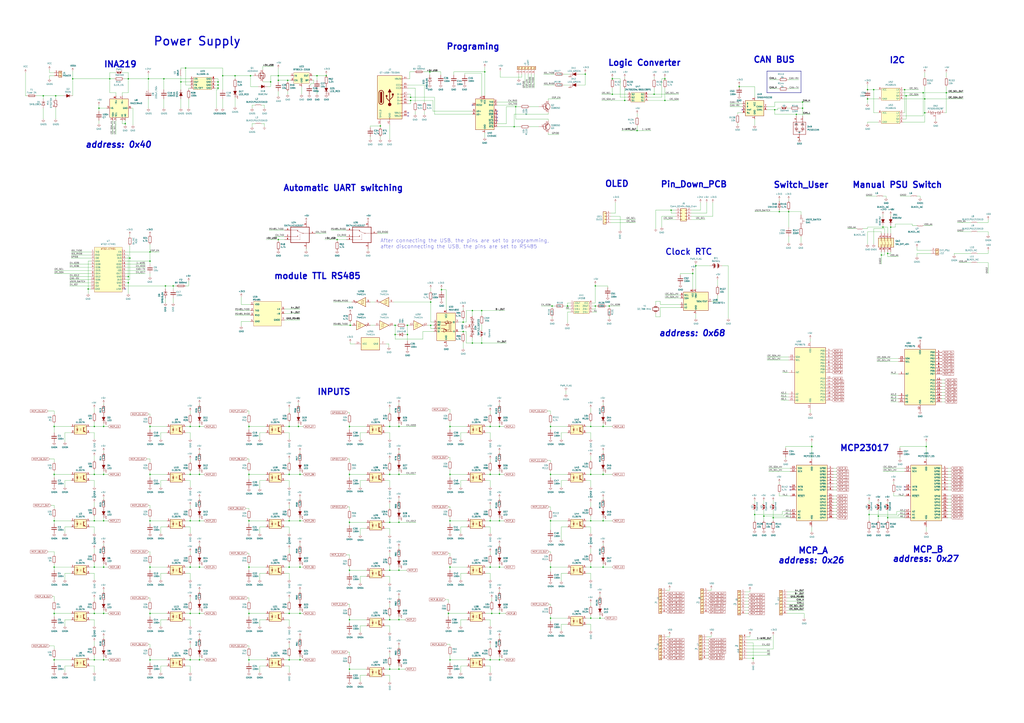
<source format=kicad_sch>
(kicad_sch (version 20211123) (generator eeschema)
  (paper "A1")
  (junction (at 106.68 212.09))
  (junction (at 163.83 504.19))
  (junction (at 334.645 274.955))
  (junction (at 102.87 101.6))
  (junction (at 237.49 427.99))
  (junction (at 246.38 427.99))
  (junction (at 237.49 504.19))
  (junction (at 156.21 427.99))
  (junction (at 276.86 196.85))
  (junction (at 152.4 55.88))
  (junction (at 205.74 62.23))
  (junction (at 77.47 350.52))
  (junction (at 123.19 427.99))
  (junction (at 635 425.45))
  (junction (at 163.83 389.89))
  (junction (at 228.6 196.85))
  (junction (at 134.62 64.77))
  (junction (at 452.12 350.52))
  (junction (at 353.06 59.055))
  (junction (at 327.66 350.52))
  (junction (at 156.21 350.52))
  (junction (at 485.14 389.89))
  (junction (at 466.09 251.46))
  (junction (at 236.22 66.04))
  (junction (at 488.95 234.95))
  (junction (at 337.185 80.01))
  (junction (at 123.19 504.19))
  (junction (at 121.92 64.77))
  (junction (at 85.09 542.29))
  (junction (at 179.07 69.85))
  (junction (at 123.19 466.09))
  (junction (at 717.55 73.66))
  (junction (at 267.97 62.23))
  (junction (at 369.57 427.99))
  (junction (at 163.83 466.09))
  (junction (at 742.95 73.66))
  (junction (at 395.605 255.27))
  (junction (at 163.83 542.29))
  (junction (at 410.21 427.99))
  (junction (at 618.49 541.02))
  (junction (at 237.49 466.09))
  (junction (at 495.3 466.09))
  (junction (at 777.24 76.2))
  (junction (at 105.41 227.33))
  (junction (at 502.92 77.47))
  (junction (at 320.04 429.26))
  (junction (at 607.06 71.12))
  (junction (at 728.98 425.45))
  (junction (at 320.04 389.89))
  (junction (at 312.42 103.505))
  (junction (at 731.52 186.69))
  (junction (at 627.38 424.18))
  (junction (at 246.38 466.09))
  (junction (at 452.12 389.89))
  (junction (at 156.21 542.29))
  (junction (at 85.09 466.09))
  (junction (at 571.5 218.44))
  (junction (at 380.365 264.795))
  (junction (at 327.66 389.89))
  (junction (at 44.45 504.19))
  (junction (at 85.09 389.89))
  (junction (at 260.35 62.23))
  (junction (at 327.66 468.63))
  (junction (at 85.09 350.52))
  (junction (at 85.09 427.99))
  (junction (at 105.41 64.77))
  (junction (at 327.66 509.27))
  (junction (at 546.1 82.55))
  (junction (at 640.08 173.99))
  (junction (at 204.47 350.52))
  (junction (at 142.24 234.95))
  (junction (at 402.59 542.29))
  (junction (at 387.985 281.94))
  (junction (at 723.9 209.55))
  (junction (at 368.3 504.19))
  (junction (at 568.96 224.79))
  (junction (at 77.47 466.09))
  (junction (at 485.14 350.52))
  (junction (at 123.19 389.89))
  (junction (at 403.86 504.19))
  (junction (at 551.18 172.72))
  (junction (at 44.45 389.89))
  (junction (at 193.04 62.23))
  (junction (at 485.14 427.99))
  (junction (at 156.21 389.89))
  (junction (at 395.605 281.94))
  (junction (at 353.695 248.285))
  (junction (at 320.04 468.63))
  (junction (at 410.21 466.09))
  (junction (at 537.21 77.47))
  (junction (at 90.17 64.77))
  (junction (at 495.3 389.89))
  (junction (at 44.45 427.99))
  (junction (at 523.24 107.315))
  (junction (at 35.56 78.74))
  (junction (at 45.72 78.74))
  (junction (at 369.57 350.52))
  (junction (at 713.74 422.91))
  (junction (at 204.47 542.29))
  (junction (at 163.83 350.52))
  (junction (at 452.12 466.09))
  (junction (at 237.49 542.29))
  (junction (at 77.47 389.89))
  (junction (at 179.07 67.31))
  (junction (at 156.21 466.09))
  (junction (at 324.485 267.335))
  (junction (at 163.83 427.99))
  (junction (at 513.08 82.55))
  (junction (at 398.145 59.055))
  (junction (at 636.27 90.17))
  (junction (at 228.6 66.04))
  (junction (at 222.25 67.31))
  (junction (at 744.22 78.74))
  (junction (at 179.07 72.39))
  (junction (at 246.38 542.29))
  (junction (at 246.38 389.89))
  (junction (at 647.7 173.99))
  (junction (at 123.19 350.52))
  (junction (at 287.02 350.52))
  (junction (at 353.695 267.335))
  (junction (at 327.66 549.91))
  (junction (at 410.21 350.52))
  (junction (at 324.485 274.955))
  (junction (at 728.98 208.28))
  (junction (at 495.3 427.99))
  (junction (at 452.12 508))
  (junction (at 480.695 60.96))
  (junction (at 135.89 234.95))
  (junction (at 287.02 468.63))
  (junction (at 334.645 267.335))
  (junction (at 320.04 549.91))
  (junction (at 77.47 427.99))
  (junction (at 85.09 504.19))
  (junction (at 369.57 542.29))
  (junction (at 237.49 389.89))
  (junction (at 380.365 272.415))
  (junction (at 423.545 87.63))
  (junction (at 320.04 509.27))
  (junction (at 44.45 466.09))
  (junction (at 246.38 504.19))
  (junction (at 77.47 542.29))
  (junction (at 659.13 88.9))
  (junction (at 666.75 367.03))
  (junction (at 410.21 389.89))
  (junction (at 81.28 88.9))
  (junction (at 148.59 67.31))
  (junction (at 654.05 93.98))
  (junction (at 337.185 82.55))
  (junction (at 105.41 232.41))
  (junction (at 759.46 81.28))
  (junction (at 369.57 389.89))
  (junction (at 410.21 542.29))
  (junction (at 402.59 350.52))
  (junction (at 712.47 73.66))
  (junction (at 156.21 504.19))
  (junction (at 204.47 466.09))
  (junction (at 619.76 422.91))
  (junction (at 204.47 427.99))
  (junction (at 452.12 427.99))
  (junction (at 44.45 350.52))
  (junction (at 492.76 508))
  (junction (at 320.04 350.52))
  (junction (at 422.275 104.14))
  (junction (at 237.49 350.52))
  (junction (at 287.655 267.335))
  (junction (at 387.985 255.27))
  (junction (at 327.66 429.26))
  (junction (at 123.19 207.01))
  (junction (at 182.88 62.23))
  (junction (at 204.47 389.89))
  (junction (at 287.02 549.91))
  (junction (at 759.46 92.71))
  (junction (at 287.02 509.27))
  (junction (at 725.17 186.69))
  (junction (at 453.39 251.46))
  (junction (at 362.585 238.125))
  (junction (at 758.19 76.2))
  (junction (at 287.02 429.26))
  (junction (at 402.59 466.09))
  (junction (at 402.59 389.89))
  (junction (at 546.1 64.77))
  (junction (at 485.14 508))
  (junction (at 123.19 214.63))
  (junction (at 485.14 466.09))
  (junction (at 495.3 350.52))
  (junction (at 410.21 504.19))
  (junction (at 59.69 64.77))
  (junction (at 228.6 62.23))
  (junction (at 369.57 466.09))
  (junction (at 500.38 251.46))
  (junction (at 488.95 251.46))
  (junction (at 712.47 81.28))
  (junction (at 123.19 542.29))
  (junction (at 204.47 504.19))
  (junction (at 659.13 83.82))
  (junction (at 502.92 64.77))
  (junction (at 287.02 389.89))
  (junction (at 245.11 350.52))
  (junction (at 402.59 427.99))
  (junction (at 72.39 237.49))
  (junction (at 721.36 424.18))
  (junction (at 77.47 504.19))
  (junction (at 44.45 542.29))
  (junction (at 760.73 367.03))
  (no_connect (at 408.305 99.06))
  (no_connect (at 408.305 96.52))
  (no_connect (at 609.6 90.17))
  (no_connect (at 742.95 400.05))
  (no_connect (at 742.95 402.59))
  (no_connect (at 648.97 400.05))
  (no_connect (at 648.97 402.59))
  (no_connect (at 102.87 237.49))
  (no_connect (at 335.28 92.71))
  (no_connect (at 335.28 95.25))
  (no_connect (at 387.985 86.36))
  (no_connect (at 408.305 93.98))
  (no_connect (at 408.305 91.44))
  (wire (pts (xy 509.27 64.77) (xy 502.92 64.77)))
  (wire (pts (xy 485.14 462.28) (xy 485.14 466.09)))
  (wire (pts (xy 781.05 389.89) (xy 778.51 389.89)))
  (wire (pts (xy 135.89 248.92) (xy 135.89 245.11)))
  (wire (pts (xy 485.14 389.89) (xy 495.3 389.89)))
  (wire (pts (xy 372.745 59.055) (xy 372.745 61.595)))
  (wire (pts (xy 485.14 508) (xy 492.76 508)))
  (wire (pts (xy 485.14 505.46) (xy 485.14 508)))
  (wire (pts (xy 295.91 360.68) (xy 295.91 355.6)))
  (wire (pts (xy 612.14 504.19) (xy 614.68 504.19)))
  (wire (pts (xy 215.9 54.61) (xy 224.79 54.61)))
  (wire (pts (xy 501.65 175.26) (xy 505.46 175.26)))
  (wire (pts (xy 85.09 427.99) (xy 88.9 427.99)))
  (wire (pts (xy 72.39 214.63) (xy 72.39 237.49)))
  (wire (pts (xy 287.02 506.73) (xy 287.02 509.27)))
  (wire (pts (xy 45.72 78.74) (xy 52.07 78.74)))
  (wire (pts (xy 452.12 350.52) (xy 466.09 350.52)))
  (wire (pts (xy 547.37 485.14) (xy 549.91 485.14)))
  (wire (pts (xy 781.05 387.35) (xy 778.51 387.35)))
  (wire (pts (xy 450.215 110.49) (xy 459.105 110.49)))
  (wire (pts (xy 369.57 466.09) (xy 383.54 466.09)))
  (wire (pts (xy 295.91 439.42) (xy 295.91 434.34)))
  (wire (pts (xy 312.42 102.87) (xy 312.42 103.505)))
  (wire (pts (xy 106.68 201.93) (xy 106.68 212.09)))
  (wire (pts (xy 638.81 90.17) (xy 636.27 90.17)))
  (wire (pts (xy 105.41 227.33) (xy 102.87 227.33)))
  (wire (pts (xy 485.14 495.3) (xy 485.14 497.84)))
  (wire (pts (xy 446.405 60.96) (xy 455.295 60.96)))
  (wire (pts (xy 22.225 78.74) (xy 20.955 78.74)))
  (wire (pts (xy 402.59 425.45) (xy 402.59 427.99)))
  (wire (pts (xy 320.04 547.37) (xy 320.04 549.91)))
  (wire (pts (xy 207.01 101.6) (xy 207.01 104.14)))
  (wire (pts (xy 327.66 370.84) (xy 327.66 372.11)))
  (wire (pts (xy 485.14 346.71) (xy 485.14 350.52)))
  (wire (pts (xy 353.695 264.795) (xy 353.695 248.285)))
  (wire (pts (xy 433.705 60.96) (xy 433.705 72.39)))
  (wire (pts (xy 734.06 396.24) (xy 734.06 397.51)))
  (wire (pts (xy 58.42 427.99) (xy 44.45 427.99)))
  (wire (pts (xy 205.74 62.23) (xy 208.28 62.23)))
  (wire (pts (xy 152.4 466.09) (xy 156.21 466.09)))
  (wire (pts (xy 466.09 256.54) (xy 466.09 265.43)))
  (wire (pts (xy 123.19 214.63) (xy 123.19 217.17)))
  (wire (pts (xy 422.275 93.98) (xy 422.275 104.14)))
  (wire (pts (xy 811.53 182.88) (xy 811.53 180.34)))
  (wire (pts (xy 646.43 504.19) (xy 660.4 504.19)))
  (wire (pts (xy 44.45 389.89) (xy 44.45 392.43)))
  (wire (pts (xy 509.27 80.01) (xy 509.27 64.77)))
  (wire (pts (xy 205.74 264.16) (xy 198.12 264.16)))
  (wire (pts (xy 123.19 427.99) (xy 137.16 427.99)))
  (wire (pts (xy 760.73 436.88) (xy 760.73 433.07)))
  (wire (pts (xy 356.87 93.98) (xy 387.985 93.98)))
  (wire (pts (xy 466.09 248.92) (xy 466.09 251.46)))
  (wire (pts (xy 73.66 466.09) (xy 77.47 466.09)))
  (wire (pts (xy 182.88 62.23) (xy 182.88 73.66)))
  (wire (pts (xy 387.985 255.27) (xy 387.985 259.715)))
  (wire (pts (xy 287.02 468.63) (xy 287.02 471.17)))
  (wire (pts (xy 57.15 217.17) (xy 74.93 217.17)))
  (wire (pts (xy 74.93 214.63) (xy 72.39 214.63)))
  (wire (pts (xy 777.24 92.71) (xy 775.97 92.71)))
  (wire (pts (xy 226.06 194.31) (xy 233.68 194.31)))
  (wire (pts (xy 636.27 83.82) (xy 659.13 83.82)))
  (wire (pts (xy 537.21 77.47) (xy 537.21 72.39)))
  (wire (pts (xy 233.68 547.37) (xy 237.49 547.37)))
  (wire (pts (xy 324.485 274.955) (xy 324.485 278.765)))
  (wire (pts (xy 712.47 73.66) (xy 717.55 73.66)))
  (wire (pts (xy 398.78 466.09) (xy 402.59 466.09)))
  (wire (pts (xy 480.695 60.96) (xy 480.695 69.85)))
  (wire (pts (xy 369.57 454.66) (xy 369.57 457.2)))
  (wire (pts (xy 488.95 251.46) (xy 490.22 251.46)))
  (wire (pts (xy 485.14 450.85) (xy 485.14 454.66)))
  (wire (pts (xy 461.01 443.23) (xy 461.01 433.07)))
  (wire (pts (xy 509.27 251.46) (xy 500.38 251.46)))
  (wire (pts (xy 142.24 237.49) (xy 142.24 234.95)))
  (wire (pts (xy 749.3 184.15) (xy 735.33 184.15)))
  (wire (pts (xy 204.47 427.99) (xy 218.44 427.99)))
  (wire (pts (xy 629.92 295.91) (xy 647.7 295.91)))
  (wire (pts (xy 295.91 394.97) (xy 300.99 394.97)))
  (wire (pts (xy 213.36 438.15) (xy 213.36 433.07)))
  (wire (pts (xy 335.28 64.77) (xy 336.55 64.77)))
  (wire (pts (xy 246.38 542.29) (xy 248.92 542.29)))
  (wire (pts (xy 575.31 172.72) (xy 575.31 166.37)))
  (wire (pts (xy 461.01 400.05) (xy 461.01 394.97)))
  (wire (pts (xy 163.83 425.45) (xy 163.83 427.99)))
  (wire (pts (xy 382.905 272.415) (xy 382.905 281.94)))
  (wire (pts (xy 257.81 68.58) (xy 255.27 68.58)))
  (wire (pts (xy 735.33 184.15) (xy 735.33 186.69)))
  (wire (pts (xy 246.38 466.09) (xy 248.92 466.09)))
  (wire (pts (xy 325.755 274.955) (xy 324.485 274.955)))
  (wire (pts (xy 233.68 257.81) (xy 246.38 257.81)))
  (wire (pts (xy 213.36 471.17) (xy 218.44 471.17)))
  (wire (pts (xy 410.21 370.84) (xy 410.21 372.11)))
  (wire (pts (xy 237.49 466.09) (xy 246.38 466.09)))
  (wire (pts (xy 647.7 173.99) (xy 640.08 173.99)))
  (wire (pts (xy 53.34 394.97) (xy 58.42 394.97)))
  (wire (pts (xy 163.83 427.99) (xy 167.64 427.99)))
  (wire (pts (xy 741.68 97.79) (xy 744.22 97.79)))
  (wire (pts (xy 77.47 350.52) (xy 85.09 350.52)))
  (wire (pts (xy 369.57 416.56) (xy 369.57 417.83)))
  (wire (pts (xy 327.66 350.52) (xy 341.63 350.52)))
  (wire (pts (xy 53.34 433.07) (xy 58.42 433.07)))
  (wire (pts (xy 316.23 389.89) (xy 320.04 389.89)))
  (wire (pts (xy 77.47 471.17) (xy 77.47 476.25)))
  (wire (pts (xy 44.45 427.99) (xy 44.45 430.53)))
  (wire (pts (xy 29.845 78.74) (xy 35.56 78.74)))
  (wire (pts (xy 480.695 60.96) (xy 480.695 59.69)))
  (wire (pts (xy 378.46 438.15) (xy 378.46 433.07)))
  (wire (pts (xy 105.41 232.41) (xy 105.41 227.33)))
  (wire (pts (xy 102.87 234.95) (xy 135.89 234.95)))
  (wire (pts (xy 427.355 87.63) (xy 423.545 87.63)))
  (wire (pts (xy 410.21 350.52) (xy 414.02 350.52)))
  (wire (pts (xy 728.98 208.28) (xy 731.52 208.28)))
  (wire (pts (xy 380.365 262.255) (xy 380.365 264.795)))
  (wire (pts (xy 787.4 215.9) (xy 797.56 215.9)))
  (wire (pts (xy 728.98 210.82) (xy 737.87 210.82)))
  (wire (pts (xy 365.76 492.76) (xy 368.3 492.76)))
  (wire (pts (xy 532.13 77.47) (xy 537.21 77.47)))
  (wire (pts (xy 73.66 389.89) (xy 77.47 389.89)))
  (wire (pts (xy 376.555 272.415) (xy 380.365 272.415)))
  (wire (pts (xy 410.21 389.89) (xy 414.02 389.89)))
  (wire (pts (xy 728.98 419.1) (xy 728.98 425.45)))
  (wire (pts (xy 723.9 209.55) (xy 726.44 209.55)))
  (wire (pts (xy 53.34 438.15) (xy 53.34 433.07)))
  (wire (pts (xy 568.96 223.52) (xy 568.96 224.79)))
  (wire (pts (xy 77.47 424.18) (xy 77.47 427.99)))
  (wire (pts (xy 571.5 218.44) (xy 582.93 218.44)))
  (wire (pts (xy 105.41 64.77) (xy 101.6 64.77)))
  (wire (pts (xy 163.83 389.89) (xy 167.64 389.89)))
  (wire (pts (xy 201.93 417.83) (xy 204.47 417.83)))
  (wire (pts (xy 408.305 83.82) (xy 424.815 83.82)))
  (wire (pts (xy 156.21 471.17) (xy 156.21 476.25)))
  (wire (pts (xy 453.39 251.46) (xy 455.93 251.46)))
  (wire (pts (xy 123.19 389.89) (xy 137.16 389.89)))
  (wire (pts (xy 53.34 547.37) (xy 58.42 547.37)))
  (wire (pts (xy 398.78 547.37) (xy 402.59 547.37)))
  (wire (pts (xy 466.09 251.46) (xy 468.63 251.46)))
  (wire (pts (xy 356.235 269.875) (xy 353.695 269.875)))
  (wire (pts (xy 204.47 426.72) (xy 204.47 427.99)))
  (wire (pts (xy 646.43 486.41) (xy 660.4 486.41)))
  (wire (pts (xy 450.215 81.28) (xy 460.375 81.28)))
  (wire (pts (xy 213.36 514.35) (xy 213.36 509.27)))
  (wire (pts (xy 320.04 434.34) (xy 320.04 439.42)))
  (wire (pts (xy 687.07 400.05) (xy 684.53 400.05)))
  (wire (pts (xy 320.04 554.99) (xy 320.04 560.07)))
  (wire (pts (xy 123.19 427.99) (xy 123.19 430.53)))
  (wire (pts (xy 44.45 350.52) (xy 44.45 355.6)))
  (wire (pts (xy 137.16 542.29) (xy 123.19 542.29)))
  (wire (pts (xy 237.49 335.28) (xy 237.49 339.09)))
  (wire (pts (xy 177.8 73.66) (xy 179.07 73.66)))
  (wire (pts (xy 123.19 340.36) (xy 123.19 341.63)))
  (wire (pts (xy 495.3 408.94) (xy 495.3 410.21)))
  (wire (pts (xy 495.3 425.45) (xy 495.3 427.99)))
  (wire (pts (xy 324.485 278.765) (xy 347.345 278.765)))
  (wire (pts (xy 402.59 394.97) (xy 402.59 400.05)))
  (wire (pts (xy 320.04 414.02) (xy 320.04 417.83)))
  (wire (pts (xy 163.83 542.29) (xy 167.64 542.29)))
  (wire (pts (xy 378.46 400.05) (xy 378.46 394.97)))
  (wire (pts (xy 744.22 97.79) (xy 744.22 78.74)))
  (wire (pts (xy 53.34 400.05) (xy 53.34 394.97)))
  (wire (pts (xy 395.605 266.7) (xy 395.605 271.78)))
  (wire (pts (xy 237.49 433.07) (xy 237.49 438.15)))
  (wire (pts (xy 327.66 549.91) (xy 332.74 549.91)))
  (wire (pts (xy 304.165 104.775) (xy 304.165 103.505)))
  (wire (pts (xy 659.13 83.82) (xy 665.48 83.82)))
  (wire (pts (xy 726.44 187.96) (xy 726.44 191.77)))
  (wire (pts (xy 335.28 80.01) (xy 337.185 80.01)))
  (wire (pts (xy 123.19 501.65) (xy 123.19 504.19)))
  (wire (pts (xy 246.38 463.55) (xy 246.38 466.09)))
  (wire (pts (xy 324.485 267.335) (xy 325.755 267.335)))
  (wire (pts (xy 481.33 427.99) (xy 485.14 427.99)))
  (wire (pts (xy 380.365 264.795) (xy 382.905 264.795)))
  (wire (pts (xy 410.21 539.75) (xy 410.21 542.29)))
  (wire (pts (xy 551.18 172.72) (xy 554.99 172.72)))
  (wire (pts (xy 646.43 499.11) (xy 660.4 499.11)))
  (wire (pts (xy 775.97 322.58) (xy 773.43 322.58)))
  (wire (pts (xy 599.44 85.09) (xy 609.6 85.09)))
  (wire (pts (xy 369.57 529.59) (xy 369.57 530.86)))
  (wire (pts (xy 775.97 314.96) (xy 773.43 314.96)))
  (wire (pts (xy 402.59 433.07) (xy 402.59 438.15)))
  (wire (pts (xy 320.04 454.66) (xy 320.04 457.2)))
  (wire (pts (xy 647.065 73.025) (xy 655.955 73.025)))
  (wire (pts (xy 213.36 547.37) (xy 218.44 547.37)))
  (wire (pts (xy 660.4 504.19) (xy 660.4 508)))
  (wire (pts (xy 203.2 530.86) (xy 204.47 530.86)))
  (wire (pts (xy 731.52 185.42) (xy 731.52 186.69)))
  (wire (pts (xy 408.305 101.6) (xy 415.925 101.6)))
  (wire (pts (xy 758.19 95.25) (xy 758.19 76.2)))
  (wire (pts (xy 380.365 281.305) (xy 380.365 286.385)))
  (wire (pts (xy 156.21 463.55) (xy 156.21 466.09)))
  (wire (pts (xy 731.52 325.12) (xy 737.87 325.12)))
  (wire (pts (xy 45.72 88.9) (xy 45.72 97.79)))
  (wire (pts (xy 152.4 542.29) (xy 156.21 542.29)))
  (wire (pts (xy 638.81 88.9) (xy 638.81 90.17)))
  (wire (pts (xy 353.695 248.285) (xy 323.215 248.285)))
  (wire (pts (xy 73.66 547.37) (xy 77.47 547.37)))
  (wire (pts (xy 347.345 278.765) (xy 347.345 272.415)))
  (wire (pts (xy 285.75 535.94) (xy 287.02 535.94)))
  (wire (pts (xy 640.08 165.1) (xy 640.08 163.83)))
  (wire (pts (xy 73.66 504.19) (xy 77.47 504.19)))
  (wire (pts (xy 571.5 218.44) (xy 571.5 217.17)))
  (wire (pts (xy 295.91 519.43) (xy 295.91 514.35)))
  (wire (pts (xy 452.12 350.52) (xy 452.12 353.06)))
  (wire (pts (xy 39.37 337.82) (xy 44.45 337.82)))
  (wire (pts (xy 238.76 66.04) (xy 236.22 66.04)))
  (wire (pts (xy 53.34 471.17) (xy 58.42 471.17)))
  (wire (pts (xy 402.59 539.75) (xy 402.59 542.29)))
  (wire (pts (xy 233.68 433.07) (xy 237.49 433.07)))
  (wire (pts (xy 580.39 525.78) (xy 581.66 525.78)))
  (wire (pts (xy 488.95 254) (xy 488.95 251.46)))
  (wire (pts (xy 481.33 508) (xy 485.14 508)))
  (wire (pts (xy 500.38 251.46) (xy 500.38 252.73)))
  (wire (pts (xy 781.05 384.81) (xy 778.51 384.81)))
  (wire (pts (xy 163.83 370.84) (xy 163.83 372.11)))
  (wire (pts (xy 100.33 59.69) (xy 105.41 59.69)))
  (wire (pts (xy 410.845 63.5) (xy 428.625 63.5)))
  (wire (pts (xy 523.24 107.315) (xy 534.67 107.315)))
  (wire (pts (xy 495.3 350.52) (xy 502.92 350.52)))
  (wire (pts (xy 452.12 387.35) (xy 452.12 389.89)))
  (wire (pts (xy 551.18 175.26) (xy 551.18 172.72)))
  (wire (pts (xy 237.49 542.29) (xy 246.38 542.29)))
  (wire (pts (xy 368.3 504.19) (xy 383.54 504.19)))
  (wire (pts (xy 492.76 488.95) (xy 492.76 490.22)))
  (wire (pts (xy 106.68 193.04) (xy 106.68 194.31)))
  (wire (pts (xy 132.08 552.45) (xy 132.08 547.37)))
  (wire (pts (xy 237.49 450.85) (xy 237.49 454.66)))
  (wire (pts (xy 382.905 255.27) (xy 382.905 264.795)))
  (wire (pts (xy 237.49 425.45) (xy 237.49 427.99)))
  (wire (pts (xy 193.04 62.23) (xy 193.04 64.77)))
  (wire (pts (xy 40.64 62.23) (xy 44.45 62.23)))
  (wire (pts (xy 105.41 209.55) (xy 105.41 227.33)))
  (wire (pts (xy 786.13 182.88) (xy 797.56 182.88)))
  (wire (pts (xy 123.19 207.01) (xy 130.81 207.01)))
  (wire (pts (xy 605.79 92.71) (xy 605.79 93.98)))
  (wire (pts (xy 123.19 200.66) (xy 123.19 207.01)))
  (wire (pts (xy 542.29 247.65) (xy 538.48 247.65)))
  (wire (pts (xy 320.04 464.82) (xy 320.04 468.63)))
  (wire (pts (xy 163.83 408.94) (xy 163.83 410.21)))
  (wire (pts (xy 802.64 190.5) (xy 811.53 190.5)))
  (wire (pts (xy 348.615 91.44) (xy 348.615 93.98)))
  (wire (pts (xy 380.365 272.415) (xy 382.905 272.415)))
  (wire (pts (xy 152.4 389.89) (xy 156.21 389.89)))
  (wire (pts (xy 213.36 394.97) (xy 218.44 394.97)))
  (wire (pts (xy 287.02 339.09) (xy 287.02 340.36)))
  (wire (pts (xy 81.28 86.36) (xy 81.28 88.9)))
  (wire (pts (xy 304.165 267.335) (xy 307.975 267.335)))
  (wire (pts (xy 284.48 196.85) (xy 276.86 196.85)))
  (wire (pts (xy 402.59 471.17) (xy 402.59 476.25)))
  (wire (pts (xy 356.235 264.795) (xy 353.695 264.795)))
  (wire (pts (xy 320.04 389.89) (xy 327.66 389.89)))
  (wire (pts (xy 152.4 504.19) (xy 156.21 504.19)))
  (wire (pts (xy 102.87 219.71) (xy 119.38 219.71)))
  (wire (pts (xy 635 425.45) (xy 635 427.99)))
  (wire (pts (xy 546.1 64.77) (xy 546.1 63.5)))
  (wire (pts (xy 123.19 349.25) (xy 123.19 350.52)))
  (wire (pts (xy 246.38 427.99) (xy 248.92 427.99)))
  (wire (pts (xy 727.71 161.29) (xy 727.71 162.56)))
  (wire (pts (xy 712.47 81.28) (xy 712.47 85.09)))
  (wire (pts (xy 450.85 453.39) (xy 452.12 453.39)))
  (wire (pts (xy 636.27 93.98) (xy 654.05 93.98)))
  (wire (pts (xy 369.57 336.55) (xy 369.57 339.09)))
  (wire (pts (xy 152.4 509.27) (xy 156.21 509.27)))
  (wire (pts (xy 369.57 386.08) (xy 369.57 389.89)))
  (wire (pts (xy 368.3 454.66) (xy 369.57 454.66)))
  (wire (pts (xy 246.38 485.14) (xy 246.38 486.41)))
  (wire (pts (xy 291.465 282.575) (xy 287.655 282.575)))
  (wire (pts (xy 781.05 407.67) (xy 778.51 407.67)))
  (wire (pts (xy 53.34 509.27) (xy 58.42 509.27)))
  (wire (pts (xy 380.365 272.415) (xy 380.365 273.685)))
  (wire (pts (xy 426.085 64.77) (xy 426.085 60.96)))
  (wire (pts (xy 523.24 107.315) (xy 523.24 103.505)))
  (wire (pts (xy 204.47 389.89) (xy 218.44 389.89)))
  (wire (pts (xy 295.91 514.35) (xy 300.99 514.35)))
  (wire (pts (xy 775.97 317.5) (xy 773.43 317.5)))
  (wire (pts (xy 642.62 422.91) (xy 619.76 422.91)))
  (wire (pts (xy 237.49 415.29) (xy 237.49 417.83)))
  (wire (pts (xy 486.41 254) (xy 488.95 254)))
  (wire (pts (xy 777.24 71.12) (xy 777.24 76.2)))
  (wire (pts (xy 35.56 78.74) (xy 35.56 81.28)))
  (wire (pts (xy 163.83 463.55) (xy 163.83 466.09)))
  (wire (pts (xy 485.14 355.6) (xy 485.14 360.68)))
  (wire (pts (xy 237.49 509.27) (xy 237.49 514.35)))
  (wire (pts (xy 44.45 542.29) (xy 44.45 544.83)))
  (wire (pts (xy 320.04 377.19) (xy 320.04 379.73)))
  (wire (pts (xy 44.45 387.35) (xy 44.45 389.89)))
  (bus (pts (xy 657.86 76.2) (xy 629.92 76.2)))
  (wire (pts (xy 378.46 476.25) (xy 378.46 471.17)))
  (wire (pts (xy 132.08 547.37) (xy 137.16 547.37)))
  (wire (pts (xy 287.02 496.57) (xy 287.02 499.11)))
  (wire (pts (xy 802.64 215.9) (xy 811.53 215.9)))
  (wire (pts (xy 102.87 209.55) (xy 105.41 209.55)))
  (wire (pts (xy 287.02 347.98) (xy 287.02 350.52)))
  (wire (pts (xy 687.07 387.35) (xy 684.53 387.35)))
  (wire (pts (xy 152.4 547.37) (xy 156.21 547.37)))
  (wire (pts (xy 320.04 102.87) (xy 320.04 114.3)))
  (wire (pts (xy 320.04 394.97) (xy 320.04 400.05)))
  (bus (pts (xy 629.92 58.42) (xy 629.92 76.2)))
  (wire (pts (xy 485.14 471.17) (xy 485.14 476.25)))
  (wire (pts (xy 781.05 402.59) (xy 778.51 402.59)))
  (wire (pts (xy 811.53 208.28) (xy 811.53 205.74)))
  (wire (pts (xy 123.19 463.55) (xy 123.19 466.09)))
  (wire (pts (xy 640.08 173.99) (xy 640.08 172.72)))
  (wire (pts (xy 580.39 535.94) (xy 581.66 535.94)))
  (wire (pts (xy 631.825 65.405) (xy 639.445 65.405)))
  (wire (pts (xy 204.47 337.82) (xy 204.47 340.36)))
  (wire (pts (xy 646.43 501.65) (xy 660.4 501.65)))
  (wire (pts (xy 402.59 547.37) (xy 402.59 552.45)))
  (wire (pts (xy 494.03 77.47) (xy 502.92 77.47)))
  (wire (pts (xy 44.45 425.45) (xy 44.45 427.99)))
  (wire (pts (xy 546.1 82.55) (xy 557.53 82.55)))
  (wire (pts (xy 378.46 509.27) (xy 383.54 509.27)))
  (wire (pts (xy 309.88 191.77) (xy 318.77 191.77)))
  (wire (pts (xy 213.36 552.45) (xy 213.36 547.37)))
  (wire (pts (xy 40.64 377.19) (xy 44.45 377.19)))
  (wire (pts (xy 57.15 227.33) (xy 74.93 227.33)))
  (wire (pts (xy 316.23 394.97) (xy 320.04 394.97)))
  (wire (pts (xy 40.64 59.69) (xy 40.64 57.15)))
  (wire (pts (xy 57.15 232.41) (xy 74.93 232.41)))
  (wire (pts (xy 687.07 394.97) (xy 684.53 394.97)))
  (wire (pts (xy 481.33 394.97) (xy 485.14 394.97)))
  (wire (pts (xy 204.47 466.09) (xy 218.44 466.09)))
  (wire (pts (xy 287.02 535.94) (xy 287.02 538.48)))
  (wire (pts (xy 731.52 176.53) (xy 731.52 177.8)))
  (wire (pts (xy 251.46 205.74) (xy 251.46 204.47)))
  (wire (pts (xy 237.49 346.71) (xy 237.49 350.52)))
  (wire (pts (xy 336.55 64.77) (xy 336.55 59.055)))
  (wire (pts (xy 728.98 186.69) (xy 728.98 191.77)))
  (wire (pts (xy 368.3 504.19) (xy 368.3 506.73)))
  (wire (pts (xy 302.26 205.74) (xy 302.26 204.47)))
  (wire (pts (xy 367.03 529.59) (xy 369.57 529.59)))
  (wire (pts (xy 741.68 78.74) (xy 744.22 78.74)))
  (wire (pts (xy 775.97 320.04) (xy 773.43 320.04)))
  (wire (pts (xy 295.91 473.71) (xy 300.99 473.71)))
  (wire (pts (xy 43.18 490.22) (xy 44.45 490.22)))
  (wire (pts (xy 246.38 447.04) (xy 246.38 448.31)))
  (wire (pts (xy 728.98 425.45) (xy 728.98 427.99)))
  (wire (pts (xy 731.52 307.34) (xy 737.87 307.34)))
  (wire (pts (xy 717.55 187.96) (xy 717.55 200.66)))
  (wire (pts (xy 228.6 62.23) (xy 228.6 66.04)))
  (wire (pts (xy 215.9 57.15) (xy 215.9 54.61)))
  (wire (pts (xy 355.6 91.44) (xy 387.985 91.44)))
  (wire (pts (xy 538.48 257.81) (xy 538.48 260.35)))
  (wire (pts (xy 198.12 264.16) (xy 198.12 267.97)))
  (wire (pts (xy 485.14 412.75) (xy 485.14 416.56)))
  (wire (pts (xy 442.595 87.63) (xy 434.975 87.63)))
  (wire (pts (xy 486.41 251.46) (xy 488.95 251.46)))
  (wire (pts (xy 725.17 161.29) (xy 727.71 161.29)))
  (wire (pts (xy 369.57 375.92) (xy 369.57 378.46)))
  (wire (pts (xy 233.68 355.6) (xy 237.49 355.6)))
  (wire (pts (xy 121.92 64.77) (xy 121.92 60.96)))
  (wire (pts (xy 452.12 426.72) (xy 452.12 427.99)))
  (wire (pts (xy 222.25 62.23) (xy 222.25 67.31)))
  (wire (pts (xy 204.47 454.66) (xy 204.47 455.93)))
  (wire (pts (xy 77.47 501.65) (xy 77.47 504.19)))
  (wire (pts (xy 53.34 552.45) (xy 53.34 547.37)))
  (wire (pts (xy 736.6 422.91) (xy 713.74 422.91)))
  (wire (pts (xy 336.55 59.055) (xy 340.36 59.055)))
  (wire (pts (xy 156.21 529.59) (xy 156.21 532.13)))
  (wire (pts (xy 233.68 466.09) (xy 237.49 466.09)))
  (wire (pts (xy 356.87 80.01) (xy 337.185 80.01)))
  (wire (pts (xy 495.3 389.89) (xy 502.92 389.89)))
  (wire (pts (xy 449.58 337.82) (xy 452.12 337.82)))
  (wire (pts (xy 505.46 166.37) (xy 505.46 175.26)))
  (wire (pts (xy 287.02 389.89) (xy 300.99 389.89)))
  (wire (pts (xy 237.49 529.59) (xy 237.49 532.13)))
  (wire (pts (xy 152.4 350.52) (xy 156.21 350.52)))
  (wire (pts (xy 204.47 463.55) (xy 204.47 466.09)))
  (wire (pts (xy 41.91 415.29) (xy 44.45 415.29)))
  (wire (pts (xy 40.64 62.23) (xy 40.64 64.77)))
  (wire (pts (xy 410.21 408.94) (xy 410.21 410.21)))
  (wire (pts (xy 320.04 387.35) (xy 320.04 389.89)))
  (wire (pts (xy 395.605 255.27) (xy 387.985 255.27)))
  (wire (pts (xy 204.47 389.89) (xy 204.47 393.7)))
  (wire (pts (xy 758.19 76.2) (xy 777.24 76.2)))
  (wire (pts (xy 102.87 232.41) (xy 105.41 232.41)))
  (wire (pts (xy 781.05 394.97) (xy 778.51 394.97)))
  (wire (pts (xy 612.14 499.11) (xy 614.68 499.11)))
  (wire (pts (xy 295.91 560.07) (xy 295.91 554.99)))
  (wire (pts (xy 217.17 86.36) (xy 214.63 86.36)))
  (wire (pts (xy 687.07 417.83) (xy 684.53 417.83)))
  (wire (pts (xy 44.45 59.69) (xy 40.64 59.69)))
  (wire (pts (xy 123.19 504.19) (xy 137.16 504.19)))
  (wire (pts (xy 712.47 186.69) (xy 725.17 186.69)))
  (wire (pts (xy 647.7 194.31) (xy 647.7 199.39)))
  (wire (pts (xy 734.06 407.67) (xy 734.06 405.13)))
  (wire (pts (xy 450.215 81.28) (xy 450.215 82.55)))
  (wire (pts (xy 77.47 346.71) (xy 77.47 350.52)))
  (wire (pts (xy 368.3 416.56) (xy 369.57 416.56)))
  (wire (pts (xy 44.45 542.29) (xy 58.42 542.29)))
  (wire (pts (xy 428.625 60.96) (xy 428.625 63.5)))
  (wire (pts (xy 546.1 72.39) (xy 546.1 82.55)))
  (wire (pts (xy 287.02 429.26) (xy 287.02 431.8)))
  (wire (pts (xy 255.27 68.58) (xy 255.27 69.85)))
  (wire (pts (xy 485.14 374.65) (xy 485.14 378.46)))
  (wire (pts (xy 580.39 541.02) (xy 581.66 541.02)))
  (wire (pts (xy 123.19 415.29) (xy 123.19 417.83)))
  (wire (pts (xy 450.215 110.49) (xy 450.215 109.22)))
  (wire (pts (xy 134.62 64.77) (xy 134.62 73.66)))
  (wire (pts (xy 121.92 453.39) (xy 123.19 453.39)))
  (wire (pts (xy 749.3 184.15) (xy 749.3 185.42)))
  (wire (pts (xy 53.34 355.6) (xy 58.42 355.6)))
  (wire (pts (xy 580.39 175.26) (xy 580.39 166.37)))
  (wire (pts (xy 323.215 267.335) (xy 324.485 267.335)))
  (wire (pts (xy 713.74 411.48) (xy 713.74 414.02)))
  (wire (pts (xy 353.06 59.055) (xy 347.98 59.055)))
  (wire (pts (xy 102.87 99.06) (xy 102.87 101.6)))
  (wire (pts (xy 408.305 86.36) (xy 424.815 86.36)))
  (wire (pts (xy 442.595 104.14) (xy 434.975 104.14)))
  (wire (pts (xy 334.645 274.955) (xy 334.645 280.035)))
  (wire (pts (xy 647.7 173.99) (xy 647.7 172.72)))
  (wire (pts (xy 612.14 491.49) (xy 614.68 491.49)))
  (wire (pts (xy 728.98 207.01) (xy 728.98 208.28)))
  (wire (pts (xy 380.365 264.795) (xy 376.555 264.795)))
  (wire (pts (xy 453.39 251.46) (xy 453.39 252.73)))
  (wire (pts (xy 319.405 282.575) (xy 319.405 285.115)))
  (wire (pts (xy 410.21 387.35) (xy 410.21 389.89)))
  (wire (pts (xy 316.23 473.71) (xy 320.04 473.71)))
  (wire (pts (xy 537.21 77.47) (xy 557.53 77.47)))
  (wire (pts (xy 77.47 466.09) (xy 85.09 466.09)))
  (wire (pts (xy 410.845 63.5) (xy 410.845 58.42)))
  (wire (pts (xy 340.995 91.44) (xy 340.995 93.98)))
  (wire (pts (xy 105.41 76.2) (xy 105.41 64.77)))
  (wire (pts (xy 481.33 355.6) (xy 485.14 355.6)))
  (wire (pts (xy 152.4 69.85) (xy 152.4 55.88)))
  (wire (pts (xy 495.3 347.98) (xy 495.3 350.52)))
  (wire (pts (xy 758.19 185.42) (xy 765.81 185.42)))
  (wire (pts (xy 538.48 260.35) (xy 542.29 260.35)))
  (wire (pts (xy 327.66 468.63) (xy 334.01 468.63)))
  (wire (pts (xy 73.66 355.6) (xy 77.47 355.6)))
  (wire (pts (xy 502.92 72.39) (xy 502.92 77.47)))
  (wire (pts (xy 246.38 504.19) (xy 248.92 504.19)))
  (wire (pts (xy 204.47 427.99) (xy 204.47 430.53)))
  (wire (pts (xy 717.55 187.96) (xy 726.44 187.96)))
  (wire (pts (xy 398.78 427.99) (xy 402.59 427.99)))
  (wire (pts (xy 695.96 187.96) (xy 703.58 187.96)))
  (wire (pts (xy 182.88 62.23) (xy 193.04 62.23)))
  (wire (pts (xy 687.07 412.75) (xy 684.53 412.75)))
  (wire (pts (xy 544.83 180.34) (xy 554.99 180.34)))
  (wire (pts (xy 85.09 350.52) (xy 88.9 350.52)))
  (wire (pts (xy 246.38 523.24) (xy 246.38 524.51)))
  (wire (pts (xy 636.27 90.17) (xy 636.27 93.98)))
  (wire (pts (xy 410.21 501.65) (xy 410.21 504.19)))
  (wire (pts (xy 20.955 59.69) (xy 20.955 78.74)))
  (wire (pts (xy 410.21 504.19) (xy 415.29 504.19)))
  (wire (pts (xy 403.86 491.49) (xy 403.86 494.03)))
  (wire (pts (xy 85.09 408.94) (xy 85.09 410.21)))
  (wire (pts (xy 73.66 350.52) (xy 77.47 350.52)))
  (wire (pts (xy 203.2 377.19) (xy 204.47 377.19)))
  (wire (pts (xy 612.14 501.65) (xy 614.68 501.65)))
  (wire (pts (xy 618.49 528.32) (xy 613.41 528.32)))
  (wire (pts (xy 629.92 90.17) (xy 636.27 90.17)))
  (wire (pts (xy 781.05 422.91) (xy 778.51 422.91)))
  (wire (pts (xy 273.685 248.285) (xy 288.925 248.285)))
  (wire (pts (xy 287.02 468.63) (xy 287.02 466.09)))
  (wire (pts (xy 73.66 427.99) (xy 77.47 427.99)))
  (wire (pts (xy 619.76 422.91) (xy 619.76 427.99)))
  (wire (pts (xy 452.12 466.09) (xy 452.12 469.9)))
  (wire (pts (xy 402.59 453.39) (xy 402.59 455.93)))
  (wire (pts (xy 741.68 100.33) (xy 759.46 100.33)))
  (wire (pts (xy 781.05 415.29) (xy 778.51 415.29)))
  (wire (pts (xy 348.615 69.85) (xy 335.28 69.85)))
  (wire (pts (xy 415.925 101.6) (xy 415.925 87.63)))
  (wire (pts (xy 395.605 255.27) (xy 414.655 255.27)))
  (wire (pts (xy 687.07 407.67) (xy 684.53 407.67)))
  (wire (pts (xy 81.28 88.9) (xy 87.63 88.9)))
  (wire (pts (xy 58.42 466.09) (xy 44.45 466.09)))
  (wire (pts (xy 121.92 64.77) (xy 121.92 73.66)))
  (wire (pts (xy 106.68 229.87) (xy 106.68 212.09)))
  (wire (pts (xy 193.04 80.01) (xy 193.04 87.63)))
  (wire (pts (xy 781.05 412.75) (xy 778.51 412.75)))
  (wire (pts (xy 77.47 509.27) (xy 77.47 514.35)))
  (wire (pts (xy 627.38 419.1) (xy 627.38 424.18)))
  (wire (pts (xy 334.645 274.955) (xy 334.645 267.335)))
  (wire (pts (xy 320.04 346.71) (xy 320.04 350.52)))
  (wire (pts (xy 285.75 496.57) (xy 287.02 496.57)))
  (wire (pts (xy 287.02 549.91) (xy 287.02 552.45)))
  (wire (pts (xy 123.19 425.45) (xy 123.19 427.99)))
  (wire (pts (xy 666.75 363.22) (xy 666.75 367.03)))
  (wire (pts (xy 77.47 491.49) (xy 77.47 494.03)))
  (wire (pts (xy 728.98 186.69) (xy 725.17 186.69)))
  (wire (pts (xy 395.605 281.94) (xy 415.925 281.94)))
  (wire (pts (xy 156.21 347.98) (xy 156.21 350.52)))
  (wire (pts (xy 543.56 80.01) (xy 543.56 64.77)))
  (wire (pts (xy 304.165 248.285) (xy 307.975 248.285)))
  (wire (pts (xy 77.47 386.08) (xy 77.47 389.89)))
  (wire (pts (xy 554.99 175.26) (xy 551.18 175.26)))
  (wire (pts (xy 452.12 496.57) (xy 452.12 497.84)))
  (wire (pts (xy 77.47 394.97) (xy 77.47 400.05)))
  (wire (pts (xy 485.14 513.08) (xy 485.14 518.16)))
  (wire (pts (xy 398.78 509.27) (xy 402.59 509.27)))
  (wire (pts (xy 327.66 530.86) (xy 327.66 532.13)))
  (wire (pts (xy 156.21 491.49) (xy 156.21 494.03)))
  (wire (pts (xy 132.08 360.68) (xy 132.08 355.6)))
  (wire (pts (xy 402.59 350.52) (xy 410.21 350.52)))
  (wire (pts (xy 468.63 256.54) (xy 466.09 256.54)))
  (wire (pts (xy 398.145 113.03) (xy 398.145 109.22)))
  (wire (pts (xy 245.11 331.47) (xy 245.11 332.74)))
  (wire (pts (xy 613.41 538.48) (xy 632.46 538.48)))
  (wire (pts (xy 176.53 67.31) (xy 179.07 67.31)))
  (wire (pts (xy 495.3 331.47) (xy 495.3 332.74)))
  (wire (pts (xy 461.01 355.6) (xy 466.09 355.6)))
  (wire (pts (xy 481.33 513.08) (xy 485.14 513.08)))
  (wire (pts (xy 156.21 542.29) (xy 163.83 542.29)))
  (wire (pts (xy 228.6 196.85) (xy 228.6 198.12)))
  (wire (pts (xy 742.95 92.71) (xy 742.95 73.66)))
  (wire (pts (xy 369.57 425.45) (xy 369.57 427.99)))
  (wire (pts (xy 509.27 177.8) (xy 501.65 177.8)))
  (wire (pts (xy 398.78 389.89) (xy 402.59 389.89)))
  (wire (pts (xy 316.23 355.6) (xy 320.04 355.6)))
  (wire (pts (xy 44.45 415.29) (xy 44.45 417.83)))
  (wire (pts (xy 102.87 222.25) (xy 119.38 222.25)))
  (wire (pts (xy 266.7 196.85) (xy 276.86 196.85)))
  (wire (pts (xy 742.95 425.45) (xy 728.98 425.45)))
  (wire (pts (xy 353.695 236.855) (xy 353.695 239.395)))
  (wire (pts (xy 85.09 387.35) (xy 85.09 389.89)))
  (wire (pts (xy 781.05 425.45) (xy 778.51 425.45)))
  (wire (pts (xy 209.55 86.36) (xy 207.01 86.36)))
  (wire (pts (xy 304.165 112.395) (xy 304.165 114.3)))
  (wire (pts (xy 462.915 69.85) (xy 467.995 69.85)))
  (wire (pts (xy 739.14 367.03) (xy 760.73 367.03)))
  (wire (pts (xy 369.57 389.89) (xy 383.54 389.89)))
  (wire (pts (xy 452.12 508) (xy 466.09 508)))
  (wire (pts (xy 204.47 542.29) (xy 204.47 544.83)))
  (wire (pts (xy 546.1 245.11) (xy 558.8 245.11)))
  (wire (pts (xy 734.06 407.67) (xy 742.95 407.67)))
  (wire (pts (xy 362.585 238.125) (xy 366.395 238.125)))
  (wire (pts (xy 558.8 224.79) (xy 568.96 224.79)))
  (wire (pts (xy 494.03 82.55) (xy 513.08 82.55)))
  (wire (pts (xy 452.12 378.46) (xy 452.12 379.73)))
  (wire (pts (xy 123.19 491.49) (xy 123.19 494.03)))
  (wire (pts (xy 369.57 389.89) (xy 369.57 392.43)))
  (wire (pts (xy 95.25 76.2) (xy 90.17 76.2)))
  (wire (pts (xy 739.14 161.29) (xy 748.03 161.29)))
  (wire (pts (xy 585.47 177.8) (xy 585.47 166.37)))
  (wire (pts (xy 646.43 491.49) (xy 660.4 491.49)))
  (wire (pts (xy 132.08 514.35) (xy 132.08 509.27)))
  (wire (pts (xy 163.83 539.75) (xy 163.83 542.29)))
  (wire (pts (xy 395.605 276.86) (xy 395.605 281.94)))
  (wire (pts (xy 320.04 537.21) (xy 320.04 539.75)))
  (wire (pts (xy 233.68 262.89) (xy 246.38 262.89)))
  (wire (pts (xy 123.19 350.52) (xy 137.16 350.52)))
  (wire (pts (xy 427.355 104.14) (xy 422.275 104.14)))
  (wire (pts (xy 759.46 71.12) (xy 759.46 81.28)))
  (wire (pts (xy 123.19 377.19) (xy 123.19 379.73)))
  (wire (pts (xy 105.41 64.77) (xy 121.92 64.77)))
  (wire (pts (xy 135.89 237.49) (xy 135.89 234.95)))
  (wire (pts (xy 615.95 486.41) (xy 615.95 485.14)))
  (wire (pts (xy 492.76 508) (xy 496.57 508)))
  (wire (pts (xy 44.45 541.02) (xy 44.45 542.29)))
  (wire (pts (xy 452.12 462.28) (xy 452.12 466.09)))
  (wire (pts (xy 156.21 387.35) (xy 156.21 389.89)))
  (wire (pts (xy 320.04 425.45) (xy 320.04 429.26)))
  (wire (pts (xy 123.19 529.59) (xy 121.92 529.59)))
  (wire (pts (xy 369.57 350.52) (xy 369.57 346.71)))
  (wire (pts (xy 783.59 208.28) (xy 797.56 208.28)))
  (wire (pts (xy 222.25 67.31) (xy 222.25 71.12)))
  (wire (pts (xy 237.49 501.65) (xy 237.49 504.19)))
  (wire (pts (xy 450.85 416.56) (xy 452.12 416.56)))
  (wire (pts (xy 73.66 542.29) (xy 77.47 542.29)))
  (wire (pts (xy 347.345 272.415) (xy 356.235 272.415)))
  (wire (pts (xy 179.07 72.39) (xy 176.53 72.39)))
  (wire (pts (xy 369.57 542.29) (xy 369.57 544.83)))
  (wire (pts (xy 395.605 281.94) (xy 387.985 281.94)))
  (wire (pts (xy 287.02 389.89) (xy 287.02 392.43)))
  (wire (pts (xy 481.33 433.07) (xy 485.14 433.07)))
  (wire (pts (xy 783.59 208.28) (xy 783.59 209.55)))
  (wire (pts (xy 369.57 350.52) (xy 369.57 353.06)))
  (wire (pts (xy 398.78 542.29) (xy 402.59 542.29)))
  (wire (pts (xy 513.08 64.77) (xy 513.08 63.5)))
  (wire (pts (xy 176.53 69.85) (xy 179.07 69.85)))
  (wire (pts (xy 542.29 252.73) (xy 558.8 252.73)))
  (wire (pts (xy 193.04 62.23) (xy 205.74 62.23)))
  (wire (pts (xy 204.47 387.35) (xy 204.47 389.89)))
  (wire (pts (xy 618.49 541.02) (xy 618.49 528.32)))
  (wire (pts (xy 452.12 389.89) (xy 466.09 389.89)))
  (wire (pts (xy 95.25 99.06) (xy 95.25 110.49)))
  (wire (pts (xy 613.41 541.02) (xy 618.49 541.02)))
  (wire (pts (xy 378.46 433.07) (xy 383.54 433.07)))
  (wire (pts (xy 217.17 88.9) (xy 217.17 86.36)))
  (wire (pts (xy 648.97 407.67) (xy 640.08 407.67)))
  (wire (pts (xy 205.74 250.19) (xy 198.12 250.19)))
  (wire (pts (xy 287.02 426.72) (xy 287.02 429.26)))
  (wire (pts (xy 152.4 471.17) (xy 156.21 471.17)))
  (wire (pts (xy 398.78 350.52) (xy 402.59 350.52)))
  (wire (pts (xy 687.07 389.89) (xy 684.53 389.89)))
  (wire (pts (xy 631.19 387.35) (xy 648.97 387.35)))
  (wire (pts (xy 387.985 281.94) (xy 387.985 277.495)))
  (wire (pts (xy 156.21 69.85) (xy 152.4 69.85)))
  (wire (pts (xy 295.91 554.99) (xy 300.99 554.99)))
  (wire (pts (xy 228.6 62.23) (xy 228.6 55.88)))
  (wire (pts (xy 355.6 82.55) (xy 337.185 82.55)))
  (wire (pts (xy 295.91 434.34) (xy 300.99 434.34)))
  (wire (pts (xy 495.3 463.55) (xy 495.3 466.09)))
  (wire (pts (xy 398.145 59.055) (xy 398.145 78.74)))
  (wire (pts (xy 81.28 99.06) (xy 81.28 101.6)))
  (wire (pts (xy 198.12 250.19) (xy 198.12 243.84)))
  (wire (pts (xy 739.14 367.03) (xy 739.14 368.3)))
  (wire (pts (xy 619.76 97.79) (xy 619.76 102.87)))
  (wire (pts (xy 485.14 433.07) (xy 485.14 438.15)))
  (wire (pts (xy 57.15 229.87) (xy 74.93 229.87)))
  (wire (pts (xy 775.97 330.2) (xy 773.43 330.2)))
  (wire (pts (xy 648.97 420.37) (xy 642.62 420.37)))
  (wire (pts (xy 204.47 377.19) (xy 204.47 379.73)))
  (wire (pts (xy 687.07 397.51) (xy 684.53 397.51)))
  (wire (pts (xy 687.07 410.21) (xy 684.53 410.21)))
  (wire (pts (xy 58.42 209.55) (xy 74.93 209.55)))
  (wire (pts (xy 492.76 505.46) (xy 492.76 508)))
  (wire (pts (xy 59.69 64.77) (xy 90.17 64.77)))
  (wire (pts (xy 90.17 59.69) (xy 90.17 64.77)))
  (wire (pts (xy 102.87 224.79) (xy 119.38 224.79)))
  (wire (pts (xy 237.49 389.89) (xy 246.38 389.89)))
  (wire (pts (xy 515.62 80.01) (xy 509.27 80.01)))
  (wire (pts (xy 648.97 384.81) (xy 631.19 384.81)))
  (wire (pts (xy 237.49 491.49) (xy 237.49 494.03)))
  (wire (pts (xy 121.92 491.49) (xy 123.19 491.49)))
  (wire (pts (xy 635 419.1) (xy 635 425.45)))
  (wire (pts (xy 312.42 112.395) (xy 312.42 114.3)))
  (wire (pts (xy 288.925 267.335) (xy 287.655 267.335)))
  (wire (pts (xy 233.68 394.97) (xy 237.49 394.97)))
  (wire (pts (xy 287.02 549.91) (xy 287.02 546.1)))
  (wire (pts (xy 741.68 76.2) (xy 758.19 76.2)))
  (wire (pts (xy 495.3 466.09) (xy 502.92 466.09)))
  (wire (pts (xy 72.39 237.49) (xy 74.93 237.49)))
  (wire (pts (xy 85.09 347.98) (xy 85.09 350.52)))
  (wire (pts (xy 353.695 269.875) (xy 353.695 267.335)))
  (wire (pts (xy 163.83 523.24) (xy 163.83 524.51)))
  (wire (pts (xy 73.66 471.17) (xy 77.47 471.17)))
  (wire (pts (xy 228.6 74.93) (xy 228.6 78.74)))
  (wire (pts (xy 204.47 501.65) (xy 204.47 504.19)))
  (wire (pts (xy 398.78 355.6) (xy 402.59 355.6)))
  (wire (pts (xy 246.38 387.35) (xy 246.38 389.89)))
  (wire (pts (xy 327.66 347.98) (xy 327.66 350.52)))
  (wire (pts (xy 369.57 466.09) (xy 369.57 468.63)))
  (wire (pts (xy 645.16 375.92) (xy 645.16 377.19)))
  (wire (pts (xy 500.38 261.62) (xy 500.38 260.35)))
  (wire (pts (xy 193.04 255.27) (xy 205.74 255.27)))
  (wire (pts (xy 142.24 234.95) (xy 135.89 234.95)))
  (wire (pts (xy 580.39 523.24) (xy 584.2 523.24)))
  (wire (pts (xy 463.55 251.46) (xy 466.09 251.46)))
  (wire (pts (xy 276.86 196.85) (xy 276.86 198.12)))
  (wire (pts (xy 613.41 535.94) (xy 632.46 535.94)))
  (wire (pts (xy 182.88 88.9) (xy 182.88 81.28)))
  (wire (pts (xy 316.865 282.575) (xy 319.405 282.575)))
  (wire (pts (xy 721.36 100.33) (xy 712.47 100.33)))
  (wire (pts (xy 85.09 539.75) (xy 85.09 542.29)))
  (wire (pts (xy 737.87 294.64) (xy 720.09 294.64)))
  (wire (pts (xy 538.48 172.72) (xy 551.18 172.72)))
  (wire (pts (xy 324.485 274.955) (xy 324.485 267.335)))
  (wire (pts (xy 337.185 85.09) (xy 337.185 82.55)))
  (wire (pts (xy 316.23 549.91) (xy 320.04 549.91)))
  (wire (pts (xy 721.36 424.18) (xy 721.36 427.99)))
  (wire (pts (xy 619.76 173.99) (xy 640.08 173.99)))
  (wire (pts (xy 737.87 422.91) (xy 737.87 424.18)))
  (wire (pts (xy 410.21 485.14) (xy 410.21 486.41)))
  (wire (pts (xy 245.11 347.98) (xy 245.11 350.52)))
  (wire (pts (xy 44.45 504.19) (xy 58.42 504.19)))
  (wire (pts (xy 320.04 514.35) (xy 320.04 519.43)))
  (wire (pts (xy 236.22 66.04) (xy 236.22 67.31)))
  (wire (pts (xy 665.48 278.13) (xy 665.48 280.67)))
  (wire (pts (xy 85.09 542.29) (xy 88.9 542.29)))
  (wire (pts (xy 642.62 306.07) (xy 647.7 306.07)))
  (wire (pts (xy 132.08 394.97) (xy 137.16 394.97)))
  (wire (pts (xy 259.08 191.77) (xy 267.97 191.77)))
  (wire (pts (xy 246.38 408.94) (xy 246.38 410.21)))
  (wire (pts (xy 642.62 420.37) (xy 642.62 422.91)))
  (wire (pts (xy 768.35 99.06) (xy 768.35 97.79)))
  (wire (pts (xy 44.45 224.79) (xy 74.93 224.79)))
  (wire (pts (xy 134.62 64.77) (xy 156.21 64.77)))
  (wire (pts (xy 631.825 73.025) (xy 639.445 73.025)))
  (wire (pts (xy 327.66 466.09) (xy 327.66 468.63)))
  (wire (pts (xy 485.14 427.99) (xy 495.3 427.99)))
  (wire (pts (xy 627.38 411.48) (xy 627.38 414.02)))
  (wire (pts (xy 781.05 392.43) (xy 778.51 392.43)))
  (wire (pts (xy 100.33 78.74) (xy 100.33 76.2)))
  (wire (pts (xy 744.22 78.74) (xy 754.38 78.74)))
  (wire (pts (xy 599.44 87.63) (xy 609.6 87.63)))
  (wire (pts (xy 213.36 360.68) (xy 213.36 355.6)))
  (wire (pts (xy 378.46 471.17) (xy 383.54 471.17)))
  (wire (pts (xy 647.7 293.37) (xy 629.92 293.37)))
  (wire (pts (xy 368.3 492.76) (xy 368.3 495.3)))
  (wire (pts (xy 475.615 60.96) (xy 480.695 60.96)))
  (wire (pts (xy 629.92 87.63) (xy 636.27 87.63)))
  (wire (pts (xy 304.165 103.505) (xy 312.42 103.505)))
  (wire (pts (xy 402.59 542.29) (xy 410.21 542.29)))
  (wire (pts (xy 320.04 429.26) (xy 327.66 429.26)))
  (wire (pts (xy 260.35 62.23) (xy 260.35 66.04)))
  (wire (pts (xy 643.89 422.91) (xy 643.89 424.18)))
  (wire (pts (xy 452.12 427.99) (xy 466.09 427.99)))
  (wire (pts (xy 320.04 549.91) (xy 327.66 549.91)))
  (wire (pts (xy 213.36 509.27) (xy 218.44 509.27)))
  (wire (pts (xy 643.89 424.18) (xy 627.38 424.18)))
  (wire (pts (xy 285.75 416.56) (xy 287.02 416.56)))
  (wire (pts (xy 353.695 247.015) (xy 353.695 248.285)))
  (wire (pts (xy 452.12 347.98) (xy 452.12 350.52)))
  (wire (pts (xy 334.645 267.335) (xy 335.915 267.335)))
  (wire (pts (xy 500.38 251.46) (xy 497.84 251.46)))
  (wire (pts (xy 410.21 427.99) (xy 414.02 427.99)))
  (wire (pts (xy 287.655 282.575) (xy 287.655 281.305)))
  (wire (pts (xy 237.49 471.17) (xy 237.49 476.25)))
  (wire (pts (xy 687.07 392.43) (xy 684.53 392.43)))
  (wire (pts (xy 659.13 83.82) (xy 659.13 88.9)))
  (wire (pts (xy 450.85 496.57) (xy 452.12 496.57)))
  (wire (pts (xy 760.73 367.03) (xy 760.73 377.19)))
  (wire (pts (xy 237.49 394.97) (xy 237.49 400.05)))
  (wire (pts (xy 741.68 73.66) (xy 742.95 73.66)))
  (wire (pts (xy 612.14 496.57) (xy 614.68 496.57)))
  (wire (pts (xy 73.66 394.97) (xy 77.47 394.97)))
  (wire (pts (xy 337.185 77.47) (xy 337.185 80.01)))
  (wire (pts (xy 402.59 387.35) (xy 402.59 389.89)))
  (wire (pts (xy 73.66 509.27) (xy 77.47 509.27)))
  (wire (pts (xy 635 521.97) (xy 635 533.4)))
  (wire (pts (xy 81.28 88.9) (xy 81.28 91.44)))
  (wire (pts (xy 369.57 464.82) (xy 369.57 466.09)))
  (wire (pts (xy 713.74 419.1) (xy 713.74 422.91)))
  (wire (pts (xy 337.185 77.47) (xy 335.28 77.47)))
  (wire (pts (xy 450.215 92.71) (xy 450.215 93.98)))
  (wire (pts (xy 260.35 62.23) (xy 267.97 62.23)))
  (wire (pts (xy 402.59 347.98) (xy 402.59 350.52)))
  (wire (pts (xy 213.36 433.07) (xy 218.44 433.07)))
  (wire (pts (xy 163.83 387.35) (xy 163.83 389.89)))
  (wire (pts (xy 381.635 60.325) (xy 381.635 61.595)))
  (wire (pts (xy 156.21 394.97) (xy 156.21 400.05)))
  (wire (pts (xy 378.46 514.35) (xy 378.46 509.27)))
  (wire (pts (xy 327.66 506.73) (xy 327.66 509.27)))
  (wire (pts (xy 558.8 250.19) (xy 542.29 250.19)))
  (wire (pts (xy 156.21 539.75) (xy 156.21 542.29)))
  (wire (pts (xy 85.09 463.55) (xy 85.09 466.09)))
  (wire (pts (xy 320.04 468.63) (xy 327.66 468.63)))
  (wire (pts (xy 132.08 476.25) (xy 132.08 471.17)))
  (wire (pts (xy 237.49 539.75) (xy 237.49 542.29)))
  (wire (pts (xy 59.69 78.74) (xy 59.69 64.77)))
  (wire (pts (xy 238.76 62.23) (xy 228.6 62.23)))
  (wire (pts (xy 725.17 387.35) (xy 742.95 387.35)))
  (wire (pts (xy 410.21 463.55) (xy 410.21 466.09)))
  (wire (pts (xy 77.47 433.07) (xy 77.47 438.15)))
  (wire (pts (xy 781.05 420.37) (xy 778.51 420.37)))
  (wire (pts (xy 123.19 389.89) (xy 123.19 392.43)))
  (wire (pts (xy 179.07 69.85) (xy 179.07 72.39)))
  (wire (pts (xy 446.405 69.85) (xy 455.295 69.85)))
  (wire (pts (xy 163.83 350.52) (xy 167.64 350.52)))
  (wire (pts (xy 549.91 485.14) (xy 549.91 483.87)))
  (wire (pts (xy 233.68 427.99) (xy 237.49 427.99)))
  (wire (pts (xy 501.65 182.88) (xy 521.97 182.88)))
  (wire (pts (xy 735.33 186.69) (xy 731.52 186.69)))
  (wire (pts (xy 402.59 415.29) (xy 402.59 417.83)))
  (wire (pts (xy 204.47 491.49) (xy 204.47 494.03)))
  (wire (pts (xy 410.21 331.47) (xy 410.21 332.74)))
  (wire (pts (xy 148.59 62.23) (xy 148.59 67.31)))
  (wire (pts (xy 712.47 81.28) (xy 721.36 81.28)))
  (wire (pts (xy 156.21 509.27) (xy 156.21 514.35)))
  (wire (pts (xy 233.68 542.29) (xy 237.49 542.29)))
  (wire (pts (xy 35.56 78.74) (xy 45.72 78.74)))
  (wire (pts (xy 156.21 504.19) (xy 163.83 504.19)))
  (wire (pts (xy 204.47 350.52) (xy 204.47 353.06)))
  (wire (pts (xy 607.06 71.12) (xy 619.76 71.12)))
  (wire (pts (xy 132.08 438.15) (xy 132.08 433.07)))
  (wire (pts (xy 450.215 93.98) (xy 422.275 93.98)))
  (wire (pts (xy 95.25 59.69) (xy 90.17 59.69)))
  (wire (pts (xy 759.46 92.71) (xy 760.73 92.71)))
  (wire (pts (xy 156.21 72.39) (xy 154.94 72.39)))
  (wire (pts (xy 641.35 328.93) (xy 647.7 328.93)))
  (wire (pts (xy 295.91 400.05) (xy 295.91 394.97)))
  (wire (pts (xy 513.08 82.55) (xy 513.08 72.39)))
  (wire (pts (xy 619.76 71.12) (xy 619.76 80.01)))
  (wire (pts (xy 567.69 175.26) (xy 580.39 175.26)))
  (wire (pts (xy 73.66 433.07) (xy 77.47 433.07)))
  (wire (pts (xy 480.695 69.85) (xy 475.615 69.85)))
  (wire (pts (xy 613.41 525.78) (xy 633.73 525.78)))
  (wire (pts (xy 58.42 207.01) (xy 74.93 207.01)))
  (wire (pts (xy 453.39 261.62) (xy 453.39 260.35)))
  (wire (pts (xy 361.95 61.595) (xy 361.95 59.055)))
  (wire (pts (xy 666.75 436.88) (xy 666.75 433.07)))
  (wire (pts (xy 781.05 397.51) (xy 778.51 397.51)))
  (wire (pts (xy 402.59 509.27) (xy 402.59 514.35)))
  (wire (pts (xy 687.07 402.59) (xy 684.53 402.59)))
  (wire (pts (xy 542.29 260.35) (xy 542.29 252.73)))
  (wire (pts (xy 759.46 81.28) (xy 791.21 81.28)))
  (wire (pts (xy 760.73 363.22) (xy 760.73 367.03)))
  (wire (pts (xy 312.42 103.505) (xy 312.42 104.775)))
  (wire (pts (xy 236.22 74.93) (xy 236.22 77.47)))
  (wire (pts (xy 618.49 541.02) (xy 618.49 543.56)))
  (wire (pts (xy 387.985 255.27) (xy 382.905 255.27)))
  (wire (pts (xy 121.92 64.77) (xy 134.62 64.77)))
  (wire (pts (xy 204.47 347.98) (xy 204.47 350.52)))
  (wire (pts (xy 85.09 370.84) (xy 85.09 372.11)))
  (wire (pts (xy 461.01 477.52) (xy 461.01 471.17)))
  (wire (pts (xy 485.14 466.09) (xy 495.3 466.09)))
  (wire (pts (xy 156.21 355.6) (xy 156.21 360.68)))
  (wire (pts (xy 775.97 312.42) (xy 773.43 312.42)))
  (wire (pts (xy 340.995 83.82) (xy 340.995 72.39)))
  (wire (pts (xy 90.17 64.77) (xy 90.17 76.2)))
  (wire (pts (xy 452.12 389.89) (xy 452.12 392.43)))
  (wire (pts (xy 57.15 219.71) (xy 74.93 219.71)))
  (wire (pts (xy 123.19 532.13) (xy 123.19 529.59)))
  (wire (pts (xy 246.38 539.75) (xy 246.38 542.29)))
  (wire (pts (xy 237.49 504.19) (xy 246.38 504.19)))
  (wire (pts (xy 538.48 187.96) (xy 538.48 172.72)))
  (wire (pts (xy 464.82 254) (xy 468.63 254)))
  (wire (pts (xy 316.23 350.52) (xy 320.04 350.52)))
  (wire (pts (xy 598.17 218.44) (xy 593.09 218.44)))
  (wire (pts (xy 233.68 350.52) (xy 237.49 350.52)))
  (wire (pts (xy 777.24 76.2) (xy 777.24 92.71)))
  (wire (pts (xy 811.53 190.5) (xy 811.53 193.04)))
  (wire (pts (xy 781.05 400.05) (xy 778.51 400.05)))
  (wire (pts (xy 193.04 259.08) (xy 205.74 259.08)))
  (wire (pts (xy 144.78 234.95) (xy 142.24 234.95)))
  (wire (pts (xy 152.4 427.99) (xy 156.21 427.99)))
  (wire (pts (xy 44.45 377.19) (xy 44.45 379.73)))
  (wire (pts (xy 205.74 71.12) (xy 212.09 71.12)))
  (wire (pts (xy 85.09 331.47) (xy 85.09 332.74)))
  (wire (pts (xy 402.59 427.99) (xy 410.21 427.99)))
  (wire (pts (xy 163.83 504.19) (xy 167.64 504.19)))
  (wire (pts (xy 300.99 549.91) (xy 287.02 549.91)))
  (wire (pts (xy 387.985 281.94) (xy 382.905 281.94)))
  (wire (pts (xy 356.87 93.98) (xy 356.87 80.01)))
  (wire (pts (xy 502.92 64.77) (xy 502.92 63.5)))
  (wire (pts (xy 728.98 210.82) (xy 728.98 208.28)))
  (wire (pts (xy 163.83 347.98) (xy 163.83 350.52)))
  (wire (pts (xy 316.23 429.26) (xy 320.04 429.26)))
  (wire (pts (xy 532.13 82.55) (xy 546.1 82.55)))
  (wire (pts (xy 488.95 234.95) (xy 499.11 234.95)))
  (wire (pts (xy 485.14 350.52) (xy 495.3 350.52)))
  (wire (pts (xy 742.95 420.37) (xy 736.6 420.37)))
  (wire (pts (xy 461.01 513.08) (xy 466.09 513.08)))
  (wire (pts (xy 741.68 81.28) (xy 759.46 81.28)))
  (wire (pts (xy 320.04 473.71) (xy 320.04 478.79)))
  (wire (pts (xy 495.3 427.99) (xy 502.92 427.99)))
  (wire (pts (xy 659.13 88.9) (xy 659.13 95.25)))
  (wire (pts (xy 316.23 434.34) (xy 320.04 434.34)))
  (wire (pts (xy 85.09 425.45) (xy 85.09 427.99)))
  (wire (pts (xy 77.47 412.75) (xy 77.47 416.56)))
  (wire (pts (xy 205.74 62.23) (xy 205.74 71.12)))
  (wire (pts (xy 44.45 389.89) (xy 58.42 389.89)))
  (wire (pts (xy 44.45 530.86) (xy 44.45 533.4)))
  (wire (pts (xy 580.39 530.86) (xy 581.66 530.86)))
  (wire (pts (xy 410.21 447.04) (xy 410.21 448.31)))
  (wire (pts (xy 44.45 337.82) (xy 44.45 340.36)))
  (wire (pts (xy 45.72 78.74) (xy 45.72 81.28)))
  (wire (pts (xy 245.11 350.52) (xy 248.92 350.52)))
  (wire (pts (xy 501.65 180.34) (xy 521.97 180.34)))
  (wire (pts (xy 353.06 59.055) (xy 361.95 59.055)))
  (wire (pts (xy 156.21 337.82) (xy 156.21 340.36)))
  (wire (pts (xy 739.14 375.92) (xy 739.14 377.19)))
  (wire (pts (xy 120.65 377.19) (xy 123.19 377.19)))
  (wire (pts (xy 615.95 521.97) (xy 615.95 523.24)))
  (wire (pts (xy 123.19 466.09) (xy 123.19 468.63)))
  (wire (pts (xy 121.92 88.9) (xy 121.92 81.28)))
  (wire (pts (xy 179.07 67.31) (xy 179.07 69.85)))
  (wire (pts (xy 436.245 60.96) (xy 436.245 72.39)))
  (wire (pts (xy 462.915 60.96) (xy 467.995 60.96)))
  (wire (pts (xy 348.615 69.85) (xy 348.615 83.82)))
  (wire (pts (xy 759.46 100.33) (xy 759.46 92.71)))
  (wire (pts (xy 100.33 99.06) (xy 100.33 101.6)))
  (wire (pts (xy 156.21 415.29) (xy 156.21 417.83)))
  (wire (pts (xy 44.45 350.52) (xy 58.42 350.52)))
  (wire (pts (xy 237.49 427.99) (xy 246.38 427.99)))
  (wire (pts (xy 410.21 523.24) (xy 410.21 524.51)))
  (wire (pts (xy 176.53 64.77) (xy 179.07 64.77)))
  (wire (pts (xy 395.605 60.325) (xy 395.605 78.74)))
  (wire (pts (xy 775.97 325.12) (xy 773.43 325.12)))
  (wire (pts (xy 142.24 248.92) (xy 142.24 245.11)))
  (wire (pts (xy 646.43 494.03) (xy 660.4 494.03)))
  (wire (pts (xy 488.95 248.92) (xy 488.95 234.95)))
  (wire (pts (xy 287.02 416.56) (xy 287.02 419.1)))
  (wire (pts (xy 468.63 248.92) (xy 466.09 248.92)))
  (wire (pts (xy 615.95 523.24) (xy 613.41 523.24)))
  (wire (pts (xy 654.05 93.98) (xy 654.05 95.25)))
  (wire (pts (xy 444.5 251.46) (xy 453.39 251.46)))
  (wire (pts (xy 246.38 389.89) (xy 248.92 389.89)))
  (wire (pts (xy 742.95 384.81) (xy 725.17 384.81)))
  (wire (pts (xy 402.59 355.6) (xy 402.59 360.68)))
  (wire (pts (xy 132.08 433.07) (xy 137.16 433.07)))
  (wire (pts (xy 410.21 425.45) (xy 410.21 427.99)))
  (wire (pts (xy 316.23 509.27) (xy 320.04 509.27)))
  (wire (pts (xy 156.21 377.19) (xy 156.21 379.73)))
  (wire (pts (xy 156.21 433.07) (xy 156.21 438.15)))
  (wire (pts (xy 759.46 81.28) (xy 759.46 92.71)))
  (wire (pts (xy 657.86 194.31) (xy 657.86 199.39)))
  (wire (pts (xy 102.87 101.6) (xy 102.87 102.87)))
  (wire (pts (xy 217.17 104.14) (xy 217.17 101.6)))
  (wire (pts (xy 90.17 64.77) (xy 93.98 64.77)))
  (wire (pts (xy 257.81 66.04) (xy 257.81 68.58)))
  (wire (pts (xy 204.47 539.75) (xy 204.47 542.29)))
  (wire (pts (xy 77.47 389.89) (xy 85.09 389.89)))
  (wire (pts (xy 85.09 523.24) (xy 85.09 524.51)))
  (wire (pts (xy 369.57 542.29) (xy 383.54 542.29)))
  (wire (pts (xy 657.86 173.99) (xy 657.86 176.53)))
  (wire (pts (xy 485.14 424.18) (xy 485.14 427.99)))
  (wire (pts (xy 316.23 554.99) (xy 320.04 554.99)))
  (wire (pts (xy 57.15 234.95) (xy 74.93 234.95)))
  (wire (pts (xy 725.17 176.53) (xy 725.17 177.8)))
  (wire (pts (xy 571.5 261.62) (xy 571.5 257.81)))
  (wire (pts (xy 285.75 339.09) (xy 287.02 339.09)))
  (wire (pts (xy 44.45 453.39) (xy 44.45 455.93)))
  (wire (pts (xy 731.52 330.2) (xy 737.87 330.2)))
  (wire (pts (xy 327.66 429.26) (xy 341.63 429.26)))
  (wire (pts (xy 737.87 424.18) (xy 721.36 424.18)))
  (wire (pts (xy 711.2 161.29) (xy 720.09 161.29)))
  (wire (pts (xy 233.68 196.85) (xy 228.6 196.85)))
  (wire (pts (xy 731.52 208.28) (xy 731.52 207.01)))
  (wire (pts (xy 452.12 416.56) (xy 452.12 419.1)))
  (wire (pts (xy 44.45 490.22) (xy 44.45 494.03)))
  (wire (pts (xy 635 414.02) (xy 635 411.48)))
  (wire (pts (xy 450.215 97.79) (xy 423.545 97.79)))
  (wire (pts (xy 537.21 64.77) (xy 537.21 63.5)))
  (wire (pts (xy 276.86 194.31) (xy 284.48 194.31)))
  (wire (pts (xy 327.66 490.22) (xy 327.66 491.49)))
  (wire (pts (xy 510.54 107.315) (xy 523.24 107.315)))
  (wire (pts (xy 222.25 71.12) (xy 219.71 71.12)))
  (wire (pts (xy 726.44 209.55) (xy 726.44 207.01)))
  (wire (pts (xy 123.19 227.33) (xy 123.19 224.79)))
  (wire (pts (xy 461.01 355.6) (xy 461.01 360.68)))
  (wire (pts (xy 320.04 355.6) (xy 320.04 360.68)))
  (wire (pts (xy 213.36 476.25) (xy 213.36 471.17)))
  (wire (pts (xy 53.34 514.35) (xy 53.34 509.27)))
  (wire (pts (xy 163.83 485.14) (xy 163.83 486.41)))
  (wire (pts (xy 300.99 468.63) (xy 287.02 468.63)))
  (wire (pts (xy 123.19 504.19) (xy 123.19 506.73)))
  (wire (pts (xy 687.07 420.37) (xy 684.53 420.37)))
  (wire (pts (xy 648.97 425.45) (xy 635 425.45)))
  (wire (pts (xy 449.58 378.46) (xy 452.12 378.46)))
  (wire (pts (xy 452.12 466.09) (xy 466.09 466.09)))
  (wire (pts (xy 105.41 232.41) (xy 105.41 241.3)))
  (wire (pts (xy 581.66 485.14) (xy 584.2 485.14)))
  (wire (pts (xy 327.66 389.89) (xy 341.63 389.89)))
  (wire (pts (xy 646.43 488.95) (xy 660.4 488.95)))
  (wire (pts (xy 641.35 88.9) (xy 638.81 88.9)))
  (wire (pts (xy 461.01 394.97) (xy 466.09 394.97)))
  (wire (pts (xy 59.69 64.77) (xy 59.69 58.42)))
  (wire (pts (xy 721.36 92.71) (xy 717.55 92.71)))
  (wire (pts (xy 402.59 529.59) (xy 402.59 532.13)))
  (wire (pts (xy 320.04 350.52) (xy 327.66 350.52)))
  (wire (pts (xy 481.33 389.89) (xy 485.14 389.89)))
  (bus (pts (xy 629.92 58.42) (xy 657.86 58.42)))
  (wire (pts (xy 731.52 327.66) (xy 737.87 327.66)))
  (wire (pts (xy 163.83 447.04) (xy 163.83 448.31)))
  (wire (pts (xy 237.49 355.6) (xy 237.49 360.68)))
  (wire (pts (xy 495.3 370.84) (xy 495.3 372.11)))
  (wire (pts (xy 77.47 542.29) (xy 85.09 542.29)))
  (wire (pts (xy 247.65 71.12) (xy 247.65 77.47)))
  (wire (pts (xy 543.56 177.8) (xy 554.99 177.8)))
  (wire (pts (xy 753.11 161.29) (xy 755.65 161.29)))
  (wire (pts (xy 233.68 509.27) (xy 237.49 509.27)))
  (wire (pts (xy 102.87 229.87) (xy 106.68 229.87)))
  (wire (pts (xy 335.28 85.09) (xy 337.185 85.09)))
  (wire (pts (xy 320.04 335.28) (xy 320.04 339.09)))
  (wire (pts (xy 222.25 62.23) (xy 228.6 62.23)))
  (wire (pts (xy 546.1 242.57) (xy 558.8 242.57)))
  (wire (pts (xy 156.21 453.39) (xy 156.21 455.93)))
  (wire (pts (xy 255.27 69.85) (xy 254 69.85)))
  (wire (pts (xy 777.24 63.5) (xy 777.24 59.69)))
  (wire (pts (xy 267.97 60.96) (xy 267.97 62.23)))
  (wire (pts (xy 640.08 407.67) (xy 640.08 405.13)))
  (wire (pts (xy 712.47 100.33) (xy 712.47 101.6)))
  (wire (pts (xy 152.4 394.97) (xy 156.21 394.97)))
  (wire (pts (xy 77.47 527.05) (xy 77.47 530.86)))
  (wire (pts (xy 612.14 488.95) (xy 614.68 488.95)))
  (wire (pts (xy 647.065 65.405) (xy 655.955 65.405)))
  (wire (pts (xy 335.28 82.55) (xy 337.185 82.55)))
  (wire (pts (xy 92.71 99.06) (xy 92.71 110.49)))
  (wire (pts (xy 204.47 542.29) (xy 218.44 542.29)))
  (wire (pts (xy 410.21 466.09) (xy 414.02 466.09)))
  (wire (pts (xy 85.09 447.04) (xy 85.09 448.31)))
  (wire (pts (xy 152.4 355.6) (xy 156.21 355.6)))
  (wire (pts (xy 123.19 207.01) (xy 102.87 207.01)))
  (wire (pts (xy 461.01 471.17) (xy 466.09 471.17)))
  (wire (pts (xy 237.49 547.37) (xy 237.49 552.45)))
  (wire (pts (xy 154.94 231.14) (xy 154.94 234.95)))
  (wire (pts (xy 327.66 331.47) (xy 327.66 332.74)))
  (wire (pts (xy 121.92 415.29) (xy 123.19 415.29)))
  (wire (pts (xy 77.47 450.85) (xy 77.47 454.66)))
  (wire (pts (xy 287.02 509.27) (xy 287.02 511.81)))
  (wire (pts (xy 656.59 115.57) (xy 656.59 114.3)))
  (wire (pts (xy 204.47 504.19) (xy 218.44 504.19)))
  (wire (pts (xy 121.92 340.36) (xy 123.19 340.36)))
  (wire (pts (xy 154.94 88.9) (xy 154.94 81.28)))
  (wire (pts (xy 495.3 387.35) (xy 495.3 389.89)))
  (wire (pts (xy 395.605 255.27) (xy 395.605 259.08)))
  (wire (pts (xy 287.02 429.26) (xy 300.99 429.26)))
  (wire (pts (xy 567.69 180.34) (xy 579.12 180.34)))
  (wire (pts (xy 481.33 350.52) (xy 485.14 350.52)))
  (wire (pts (xy 362.585 238.125) (xy 362.585 239.395)))
  (wire (pts (xy 123.19 350.52) (xy 123.19 353.06)))
  (wire (pts (xy 558.8 226.06) (xy 558.8 224.79)))
  (wire (pts (xy 589.28 229.87) (xy 589.28 234.95)))
  (wire (pts (xy 355.6 91.44) (xy 355.6 82.55)))
  (wire (pts (xy 204.47 530.86) (xy 204.47 532.13)))
  (wire (pts (xy 77.47 538.48) (xy 77.47 542.29)))
  (wire (pts (xy 256.54 62.23) (xy 260.35 62.23)))
  (wire (pts (xy 415.925 87.63) (xy 423.545 87.63)))
  (wire (pts (xy 179.07 64.77) (xy 179.07 67.31)))
  (wire (pts (xy 333.375 274.955) (xy 334.645 274.955)))
  (wire (pts (xy 741.68 92.71) (xy 742.95 92.71)))
  (wire (pts (xy 320.04 509.27) (xy 327.66 509.27)))
  (wire (pts (xy 44.45 466.09) (xy 44.45 468.63)))
  (wire (pts (xy 410.21 347.98) (xy 410.21 350.52)))
  (wire (pts (xy 233.68 254) (xy 246.38 254)))
  (wire (pts (xy 725.17 186.69) (xy 725.17 185.42)))
  (wire (pts (xy 398.145 59.055) (xy 372.745 59.055)))
  (wire (pts (xy 580.39 538.48) (xy 581.66 538.48)))
  (wire (pts (xy 641.35 326.39) (xy 647.7 326.39)))
  (wire (pts (xy 717.55 92.71) (xy 717.55 73.66)))
  (wire (pts (xy 613.41 530.86) (xy 632.46 530.86)))
  (wire (pts (xy 156.21 350.52) (xy 163.83 350.52)))
  (wire (pts (xy 609.6 92.71) (xy 605.79 92.71)))
  (wire (pts (xy 547.37 523.24) (xy 549.91 523.24)))
  (wire (pts (xy 102.87 212.09) (xy 106.68 212.09)))
  (wire (pts (xy 85.09 389.89) (xy 88.9 389.89)))
  (wire (pts (xy 378.46 547.37) (xy 383.54 547.37)))
  (wire (pts (xy 584.2 247.65) (xy 589.28 247.65)))
  (wire (pts (xy 481.33 466.09) (xy 485.14 466.09)))
  (wire (pts (xy 156.21 501.65) (xy 156.21 504.19)))
  (wire (pts (xy 369.57 427.99) (xy 369.57 430.53)))
  (wire (pts (xy 148.59 55.88) (xy 152.4 55.88)))
  (wire (pts (xy 452.12 505.46) (xy 452.12 508)))
  (wire (pts (xy 619.76 411.48) (xy 619.76 414.02)))
  (wire (pts (xy 749.3 185.42) (xy 753.11 185.42)))
  (wire (pts (xy 77.47 427.99) (xy 85.09 427.99)))
  (wire (pts (xy 712.47 187.96) (xy 708.66 187.96)))
  (wire (pts (xy 538.48 247.65) (xy 538.48 250.19)))
  (wire (pts (xy 802.64 182.88) (xy 811.53 182.88)))
  (wire (pts (xy 39.37 453.39) (xy 44.45 453.39)))
  (wire (pts (xy 786.13 190.5) (xy 797.56 190.5)))
  (wire (pts (xy 77.47 462.28) (xy 77.47 466.09)))
  (wire (pts (xy 687.07 384.81) (xy 684.53 384.81)))
  (wire (pts (xy 403.86 504.19) (xy 410.21 504.19)))
  (wire (pts (xy 44.45 222.25) (xy 74.93 222.25)))
  (wire (pts (xy 77.47 504.19) (xy 85.09 504.19)))
  (wire (pts (xy 543.56 177.8) (xy 543.56 186.69)))
  (wire (pts (xy 368.3 502.92) (xy 368.3 504.19)))
  (wire (pts (xy 645.16 367.03) (xy 666.75 367.03)))
  (wire (pts (xy 712.47 69.85) (xy 712.47 73.66)))
  (wire (pts (xy 720.09 297.18) (xy 737.87 297.18)))
  (wire (pts (xy 154.94 234.95) (xy 152.4 234.95)))
  (wire (pts (xy 58.42 212.09) (xy 74.93 212.09)))
  (wire (pts (xy 237.49 350.52) (xy 245.11 350.52)))
  (wire (pts (xy 368.3 336.55) (xy 369.57 336.55)))
  (wire (pts (xy 287.02 350.52) (xy 300.99 350.52)))
  (wire (pts (xy 723.9 191.77) (xy 723.9 190.5)))
  (wire (pts (xy 233.68 389.89) (xy 237.49 389.89)))
  (wire (pts (xy 378.46 552.45) (xy 378.46 547.37)))
  (wire (pts (xy 580.39 528.32) (xy 581.66 528.32)))
  (wire (pts (xy 236.22 66.04) (xy 228.6 66.04)))
  (wire (pts (xy 123.19 539.75) (xy 123.19 542.29)))
  (wire (pts (xy 132.08 509.27) (xy 137.16 509.27)))
  (wire (pts (xy 320.04 496.57) (xy 320.04 499.11)))
  (wire (pts (xy 156.21 425.45) (xy 156.21 427.99)))
  (wire (pts (xy 641.35 323.85) (xy 647.7 323.85)))
  (wire (pts (xy 237.49 462.28) (xy 237.49 466.09)))
  (wire (pts (xy 320.04 506.73) (xy 320.04 509.27)))
  (wire (pts (xy 613.41 533.4) (xy 635 533.4)))
  (wire (pts (xy 327.66 387.35) (xy 327.66 389.89)))
  (wire (pts (xy 398.78 471.17) (xy 402.59 471.17)))
  (wire (pts (xy 619.76 419.1) (xy 619.76 422.91)))
  (wire (pts (xy 640.08 396.24) (xy 640.08 397.51)))
  (wire (pts (xy 523.24 95.885) (xy 523.24 93.345)))
  (wire (pts (xy 220.98 189.23) (xy 233.68 189.23)))
  (wire (pts (xy 486.41 256.54) (xy 490.22 256.54)))
  (wire (pts (xy 723.9 207.01) (xy 723.9 209.55)))
  (wire (pts (xy 645.16 367.03) (xy 645.16 368.3)))
  (wire (pts (xy 327.66 410.21) (xy 327.66 411.48)))
  (wire (pts (xy 687.07 425.45) (xy 684.53 425.45)))
  (wire (pts (xy 452.12 453.39) (xy 452.12 454.66)))
  (wire (pts (xy 781.05 410.21) (xy 778.51 410.21)))
  (wire (pts (xy 410.21 542.29) (xy 414.02 542.29)))
  (wire (pts (xy 163.83 331.47) (xy 163.83 332.74)))
  (wire (pts (xy 295.91 355.6) (xy 300.99 355.6)))
  (wire (pts (xy 203.2 454.66) (xy 204.47 454.66)))
  (wire (pts (xy 646.43 88.9) (xy 648.97 88.9)))
  (wire (pts (xy 532.13 80.01) (xy 543.56 80.01)))
  (wire (pts (xy 204.47 417.83) (xy 204.47 419.1)))
  (wire (pts (xy 204.47 466.09) (xy 204.47 468.63)))
  (wire (pts (xy 571.5 237.49) (xy 571.5 218.44)))
  (wire (pts (xy 395.605 60.325) (xy 381.635 60.325)))
  (wire (pts (xy 736.6 420.37) (xy 736.6 422.91)))
  (wire (pts (xy 728.98 412.75) (xy 728.98 414.02)))
  (wire (pts (xy 380.365 253.365) (xy 380.365 254.635)))
  (wire (pts (xy 40.64 530.86) (xy 44.45 530.86)))
  (wire (pts (xy 285.75 377.19) (xy 287.02 377.19)))
  (wire (pts (xy 647.7 173.99) (xy 647.7 186.69)))
  (wire (pts (xy 213.36 355.6) (xy 218.44 355.6)))
  (wire (pts (xy 362.585 236.855) (xy 362.585 238.125)))
  (wire (pts (xy 589.28 247.65) (xy 589.28 242.57)))
  (wire (pts (xy 636.27 87.63) (xy 636.27 83.82)))
  (wire (pts (xy 109.22 88.9) (xy 109.22 102.87)))
  (wire (pts (xy 369.57 538.48) (xy 369.57 542.29)))
  (wire (pts (xy 542.29 250.19) (xy 542.29 247.65)))
  (wire (pts (xy 687.07 422.91) (xy 684.53 422.91)))
  (wire (pts (xy 723.9 190.5) (xy 712.47 190.5)))
  (wire (pts (xy 246.38 501.65) (xy 246.38 504.19)))
  (wire (pts (xy 156.21 67.31) (xy 148.59 67.31)))
  (wire (pts (xy 123.19 466.09) (xy 137.16 466.09)))
  (wire (pts (xy 256.54 66.04) (xy 257.81 66.04)))
  (wire (pts (xy 287.655 267.335) (xy 287.655 264.795)))
  (wire (pts (xy 423.545 97.79) (xy 423.545 87.63)))
  (wire (pts (xy 333.375 267.335) (xy 334.645 267.335)))
  (wire (pts (xy 627.38 424.18) (xy 627.38 427.99)))
  (wire (pts (xy 156.21 389.89) (xy 163.83 389.89)))
  (wire (pts (xy 481.33 471.17) (xy 485.14 471.17)))
  (wire (pts (xy 378.46 355.6) (xy 383.54 355.6)))
  (wire (pts (xy 781.05 417.83) (xy 778.51 417.83)))
  (wire (pts (xy 607.06 69.85) (xy 607.06 71.12)))
  (wire (pts (xy 398.78 433.07) (xy 402.59 433.07)))
  (wire (pts (xy 35.56 88.9) (xy 35.56 97.79)))
  (wire (pts (xy 656.59 88.9) (xy 659.13 88.9)))
  (wire (pts (xy 327.66 509.27) (xy 332.74 509.27)))
  (wire (pts (xy 687.07 415.29) (xy 684.53 415.29)))
  (wire (pts (xy 85.09 504.19) (xy 88.9 504.19)))
  (wire (pts (xy 647.7 165.1) (xy 647.7 163.83)))
  (wire (pts (xy 327.66 426.72) (xy 327.66 429.26)))
  (wire (pts (xy 383.54 350.52) (xy 369.57 350.52)))
  (wire (pts (xy 753.11 205.74) (xy 764.54 205.74)))
  (wire (pts (xy 105.41 59.69) (xy 105.41 64.77)))
  (wire (pts (xy 77.47 355.6) (xy 77.47 360.68)))
  (wire (pts (xy 132.08 400.05) (xy 132.08 394.97)))
  (wire (pts (xy 156.21 547.37) (xy 156.21 552.45)))
  (wire (pts (xy 77.47 374.65) (xy 77.47 378.46)))
  (wire (pts (xy 260.35 73.66) (xy 260.35 77.47)))
  (wire (pts (xy 44.45 501.65) (xy 44.45 504.19)))
  (wire (pts (xy 44.45 347.98) (xy 44.45 350.52)))
  (wire (pts (xy 485.14 335.28) (xy 485.14 339.09)))
  (wire (pts (xy 284.48 455.93) (xy 287.02 455.93)))
  (wire (pts (xy 402.59 377.19) (xy 402.59 379.73)))
  (wire (pts (xy 369.57 427.99) (xy 383.54 427.99)))
  (wire (pts (xy 102.87 217.17) (xy 119.38 217.17)))
  (wire (pts (xy 85.09 466.09) (xy 88.9 466.09)))
  (wire (pts (xy 156.21 466.09) (xy 163.83 466.09)))
  (wire (pts (xy 567.69 177.8) (xy 585.47 177.8)))
  (wire (pts (xy 452.12 427.99) (xy 452.12 435.61)))
  (wire (pts (xy 717.55 73.66) (xy 721.36 73.66)))
  (wire (pts (xy 152.4 433.07) (xy 156.21 433.07)))
  (wire (pts (xy 648.97 422.91) (xy 643.89 422.91)))
  (wire (pts (xy 499.11 234.95) (xy 499.11 236.22)))
  (wire (pts (xy 287.02 350.52) (xy 287.02 353.06)))
  (wire (pts (xy 123.19 453.39) (xy 123.19 455.93)))
  (wire (pts (xy 657.86 173.99) (xy 647.7 173.99)))
  (wire (pts (xy 123.19 387.35) (xy 123.19 389.89)))
  (wire (pts (xy 154.94 72.39) (xy 154.94 73.66)))
  (wire (pts (xy 44.45 504.19) (xy 44.45 506.73)))
  (wire (pts (xy 398.78 394.97) (xy 402.59 394.97)))
  (wire (pts (xy 811.53 215.9) (xy 811.53 224.79)))
  (wire (pts (xy 366.395 238.125) (xy 366.395 254.635)))
  (wire (pts (xy 53.34 363.22) (xy 53.34 355.6)))
  (wire (pts (xy 721.36 412.75) (xy 721.36 414.02)))
  (wire (pts (xy 665.48 336.55) (xy 665.48 339.09)))
  (wire (pts (xy 431.165 60.96) (xy 431.165 72.39)))
  (wire (pts (xy 287.02 387.35) (xy 287.02 389.89)))
  (wire (pts (xy 568.96 224.79) (xy 568.96 237.49)))
  (wire (pts (xy 712.47 190.5) (xy 712.47 200.66)))
  (wire (pts (xy 316.23 468.63) (xy 320.04 468.63)))
  (wire (pts (xy 123.19 207.01) (xy 123.19 214.63)))
  (wire (pts (xy 759.46 63.5) (xy 759.46 59.69)))
  (wire (pts (xy 741.68 95.25) (xy 758.19 95.25)))
  (wire (pts (xy 723.9 217.17) (xy 723.9 209.55)))
  (wire (pts (xy 543.56 64.77) (xy 546.1 64.77)))
  (wire (pts (xy 753.11 205.74) (xy 753.11 203.2)))
  (wire (pts (xy 273.685 267.335) (xy 287.655 267.335)))
  (wire (pts (xy 452.12 508) (xy 452.12 510.54)))
  (wire (pts (xy 316.23 514.35) (xy 320.04 514.35)))
  (wire (pts (xy 438.785 60.96) (xy 438.785 72.39)))
  (wire (pts (xy 402.59 337.82) (xy 402.59 340.36)))
  (wire (pts (xy 398.145 55.245) (xy 398.145 59.055)))
  (wire (pts (xy 368.3 375.92) (xy 369.57 375.92)))
  (wire (pts (xy 753.11 208.28) (xy 753.11 210.82)))
  (wire (pts (xy 163.83 501.65) (xy 163.83 504.19)))
  (wire (pts (xy 182.88 55.88) (xy 182.88 62.23)))
  (wire (pts (xy 666.75 367.03) (xy 666.75 377.19)))
  (wire (pts (xy 461.01 433.07) (xy 466.09 433.07)))
  (wire (pts (xy 179.07 73.66) (xy 179.07 72.39)))
  (wire (pts (xy 485.14 394.97) (xy 485.14 400.05)))
  (wire (pts (xy 233.68 504.19) (xy 237.49 504.19)))
  (wire (pts (xy 163.83 466.09) (xy 167.64 466.09)))
  (wire (pts (xy 485.14 386.08) (xy 485.14 389.89)))
  (bus (pts (xy 657.86 58.42) (xy 657.86 76.2)))
  (wire (pts (xy 567.69 172.72) (xy 575.31 172.72)))
  (wire (pts (xy 598.17 218.44) (xy 598.17 261.62)))
  (wire (pts (xy 802.64 208.28) (xy 811.53 208.28)))
  (wire (pts (xy 177.8 88.9) (xy 177.8 73.66)))
  (wire (pts (xy 402.59 463.55) (xy 402.59 466.09)))
  (wire (pts (xy 464.82 321.31) (xy 464.82 323.85)))
  (wire (pts (xy 403.86 501.65) (xy 403.86 504.19)))
  (wire (pts (xy 287.02 455.93) (xy 287.02 458.47)))
  (wire (pts (xy 148.59 88.9) (xy 148.59 81.28)))
  (wire (pts (xy 777.24 76.2) (xy 791.21 76.2)))
  (wire (pts (xy 233.68 471.17) (xy 237.49 471.17)))
  (wire (pts (xy 204.47 504.19) (xy 204.47 506.73)))
  (wire (pts (xy 452.12 337.82) (xy 452.12 340.36)))
  (wire (pts (xy 156.21 427.99) (xy 163.83 427.99)))
  (wire (pts (xy 580.39 533.4) (xy 581.66 533.4)))
  (wire (pts (xy 246.38 370.84) (xy 246.38 372.11)))
  (wire (pts (xy 85.09 485.14) (xy 85.09 486.41)))
  (wire (pts (xy 584.2 523.24) (xy 584.2 521.97)))
  (wire (pts (xy 775.97 327.66) (xy 773.43 327.66)))
  (wire (pts (xy 549.91 523.24) (xy 549.91 521.97)))
  (wire (pts (xy 77.47 335.28) (xy 77.47 339.09)))
  (wire (pts (xy 203.2 491.49) (xy 204.47 491.49)))
  (wire (pts (xy 132.08 355.6) (xy 137.16 355.6)))
  (wire (pts (xy 148.59 67.31) (xy 148.59 73.66)))
  (wire (pts (xy 95.25 78.74) (xy 95.25 76.2)))
  (wire (pts (xy 408.305 104.14) (xy 422.275 104.14)))
  (wire (pts (xy 246.38 425.45) (xy 246.38 427.99)))
  (wire (pts (xy 327.66 449.58) (xy 327.66 450.85)))
  (wire (pts (xy 287.02 377.19) (xy 287.02 379.73)))
  (wire (pts (xy 731.52 186.69) (xy 731.52 191.77)))
  (wire (pts (xy 398.78 504.19) (xy 403.86 504.19)))
  (wire (pts (xy 148.59 57.15) (xy 148.59 55.88)))
  (wire (pts (xy 134.62 88.9) (xy 134.62 81.28)))
  (wire (pts (xy 72.39 237.49) (xy 72.39 241.3)))
  (wire (pts (xy 287.02 509.27) (xy 300.99 509.27)))
  (wire (pts (xy 85.09 501.65) (xy 85.09 504.19)))
  (wire (pts (xy 100.33 76.2) (xy 105.41 76.2)))
  (wire (pts (xy 152.4 55.88) (xy 182.88 55.88)))
  (wire (pts (xy 755.65 161.29) (xy 755.65 162.56)))
  (wire (pts (xy 218.44 196.85) (xy 228.6 196.85)))
  (wire (pts (xy 612.14 494.03) (xy 614.68 494.03)))
  (wire (pts (xy 217.17 101.6) (xy 214.63 101.6)))
  (wire (pts (xy 53.34 476.25) (xy 53.34 471.17)))
  (wire (pts (xy 295.91 478.79) (xy 295.91 473.71)))
  (wire (pts (xy 207.01 86.36) (xy 207.01 88.9)))
  (wire (pts (xy 340.995 72.39) (xy 335.28 72.39)))
  (wire (pts (xy 450.215 99.06) (xy 450.215 97.79)))
  (wire (pts (xy 353.695 267.335) (xy 356.235 267.335)))
  (wire (pts (xy 509.27 189.23) (xy 509.27 177.8)))
  (wire (pts (xy 203.2 337.82) (xy 204.47 337.82)))
  (wire (pts (xy 215.9 67.31) (xy 222.25 67.31)))
  (wire (pts (xy 486.41 248.92) (xy 488.95 248.92)))
  (wire (pts (xy 123.19 542.29) (xy 123.19 544.83)))
  (wire (pts (xy 495.3 447.04) (xy 495.3 448.31)))
  (wire (pts (xy 402.59 389.89) (xy 410.21 389.89)))
  (wire (pts (xy 721.36 419.1) (xy 721.36 424.18)))
  (wire (pts (xy 713.74 422.91) (xy 713.74 427.99)))
  (wire (pts (xy 461.01 518.16) (xy 461.01 513.08)))
  (wire (pts (xy 742.95 422.91) (xy 737.87 422.91)))
  (wire (pts (xy 209.55 101.6) (xy 207.01 101.6)))
  (wire (pts (xy 378.46 394.97) (xy 383.54 394.97)))
  (wire (pts (xy 515.62 82.55) (xy 513.08 82.55)))
  (wire (pts (xy 132.08 471.17) (xy 137.16 471.17)))
  (wire (pts (xy 44.45 466.09) (xy 44.45 463.55)))
  (wire (pts (xy 402.59 466.09) (xy 410.21 466.09)))
  (wire (pts (xy 742.95 73.66) (xy 754.38 73.66)))
  (wire (pts (xy 353.695 267.335) (xy 351.155 267.335)))
  (wire (pts (xy 271.78 189.23) (xy 284.48 189.23)))
  (wire (pts (xy 204.47 350.52) (xy 218.44 350.52)))
  (wire (pts (xy 102.87 214.63) (xy 123.19 214.63)))
  (wire (pts (xy 753.11 208.28) (xy 764.54 208.28)))
  (wire (pts (xy 327.66 547.37) (xy 327.66 549.91)))
  (wire (pts (xy 502.92 77.47) (xy 515.62 77.47)))
  (wire (pts (xy 100.33 101.6) (xy 102.87 101.6)))
  (wire (pts (xy 77.47 547.37) (xy 77.47 552.45)))
  (wire (pts (xy 353.06 61.595) (xy 353.06 59.055)))
  (wire (pts (xy 378.46 360.68) (xy 378.46 355.6)))
  (wire (pts (xy 712.47 186.69) (xy 712.47 187.96)))
  (wire (pts (xy 107.95 88.9) (xy 109.22 88.9)))
  (wire (pts (xy 605.79 101.6) (xy 605.79 102.87)))
  (wire (pts (xy 237.49 377.19) (xy 237.49 379.73)))
  (wire (pts (xy 237.49 387.35) (xy 237.49 389.89)))
  (wire (pts (xy 213.36 401.32) (xy 213.36 394.97)))
  (wire (pts (xy 584.2 485.14) (xy 584.2 483.87)))
  (wire (pts (xy 488.95 233.68) (xy 488.95 234.95)))
  (wire (pts (xy 646.43 496.57) (xy 660.4 496.57)))
  (wire (pts (xy 654.05 93.98) (xy 665.48 93.98)))
  (wire (pts (xy 228.6 66.04) (xy 228.6 67.31)))
  (wire (pts (xy 612.14 486.41) (xy 615.95 486.41)))
  (text "Power Supply" (at 125.73 38.1 0) (effects (font (size 7 7) (thickness 1.0008) bold) (justify left bottom)))
  (text "CAN BUS\n" (at 618.49 52.07 0) (effects (font (size 5.0038 5.0038) (thickness 1.0008) bold) (justify left bottom)))
  (text "Manual PSU Switch" (at 699.77 154.94 0) (effects (font (size 5 5) (thickness 1) bold) (justify left bottom)))
  (text "Automatic UART switching" (at 232.41 157.48 0) (effects (font (size 5.0038 5.0038) (thickness 1.0008) bold) (justify left bottom)))
  (text "address: 0x40\n" (at 69.85 121.92 0) (effects (font (size 5 5) (thickness 1) bold italic) (justify left bottom)))
  (text "MCP_B\n\n\n\n" (at 749.3 478.79 0) (effects (font (size 5.0038 5.0038) (thickness 1.0008) bold) (justify left bottom)))
  (text "Switch_User" (at 635 154.94 0) (effects (font (size 5.0038 5.0038) (thickness 1.0008) bold) (justify left bottom)))
  (text "MCP_A\n\n\n\n\n" (at 655.32 487.68 0) (effects (font (size 5.0038 5.0038) (thickness 1.0008) bold) (justify left bottom)))
  (text "OLED\n\n\n" (at 496.57 170.18 0) (effects (font (size 5.0038 5.0038) (thickness 1.0008) bold) (justify left bottom)))
  (text "I2C\n\n\n" (at 730.25 68.58 0) (effects (font (size 5.0038 5.0038) (thickness 1.0008) bold) (justify left bottom)))
  (text "address: 0x68\n" (at 541.02 276.86 0) (effects (font (size 5 5) (thickness 1) bold italic) (justify left bottom)))
  (text "INPUTS\n\n\n\n" (at 260.35 349.25 0) (effects (font (size 5.0038 5.0038) (thickness 1.0008) bold) (justify left bottom)))
  (text "Clock RTC\n\n\n" (at 546.1 226.06 0) (effects (font (size 5 5) (thickness 0.7976) bold) (justify left bottom)))
  (text "Pin_Down_PCB\n\n" (at 542.29 162.56 0) (effects (font (size 5.0038 5.0038) (thickness 1.0008) bold) (justify left bottom)))
  (text "address: 0x26" (at 638.81 463.55 0) (effects (font (size 5 5) (thickness 1) bold italic) (justify left bottom)))
  (text "Programing\n" (at 366.395 41.275 0) (effects (font (size 5.0038 5.0038) (thickness 1.0008) bold) (justify left bottom)))
  (text "module TTL RS485" (at 224.79 229.87 0) (effects (font (size 5.0038 5.0038) (thickness 1.0008) bold) (justify left bottom)))
  (text "Logic Converter" (at 499.11 54.61 0) (effects (font (size 5 5) (thickness 1) bold) (justify left bottom)))
  (text "address: 0x27" (at 732.79 462.28 0) (effects (font (size 5 5) (thickness 1) bold italic) (justify left bottom)))
  (text "INA219" (at 85.09 55.88 0) (effects (font (size 5.0038 5.0038) (thickness 1.0008) bold) (justify left bottom)))
  (text "After connecting the USB, the pins are set to programming,\nafter disconnecting the USB, the pins are set to RS485" (at 312.42 204.47 0) (effects (font (size 3 3)) (justify left bottom)))
  (text "MCP23017\n\n\n" (at 689.61 387.35 0) (effects (font (size 5.0038 5.0038) (thickness 1.0008) bold) (justify left bottom)))
  (label "EX_IO17" (at 119.38 224.79 180))
  (label "IN_1" (at 642.62 306.07 0))
  (label "GPIO0" (at 58.42 212.09 0))
  (label "I2C_SCL" (at 579.12 180.34 180))
  (label "IO1_TXD0" (at 438.785 72.39 90))
  (label "IO3_RXD0" (at 58.42 209.55 0))
  (label "VDD_AA" (at 765.81 185.42 180))
  (label "EX_IO36" (at 57.15 219.71 0))
  (label "RS485_RXD0" (at 271.78 189.23 0))
  (label "CAN-RX" (at 655.955 65.405 180))
  (label "+5V_USB" (at 218.44 196.85 0) (effects (font (thickness 0.254) bold)))
  (label "GND_RS485" (at 660.4 491.49 180) (effects (font (thickness 0.254) bold)))
  (label "IO1_TXD0" (at 58.42 207.01 0))
  (label "A0" (at 464.82 254 0))
  (label "GND2" (at 723.9 217.17 90))
  (label "RS485_TXD0" (at 220.98 189.23 0))
  (label "B-_OUT" (at 246.38 257.81 180) (effects (font (thickness 0.254) bold)))
  (label "CAN-TX" (at 655.955 73.025 180))
  (label "I2C_SCL_HV" (at 557.53 77.47 180))
  (label "ESP_EN" (at 433.705 72.39 90))
  (label "CH_RXD" (at 276.86 194.31 0))
  (label "CAN-RX" (at 599.44 87.63 0))
  (label "VDD_AA" (at 737.87 210.82 180))
  (label "1-WIRE_OUT" (at 510.54 107.315 0) (effects (font (thickness 0.254) bold)))
  (label "I2C_SCL_HV" (at 629.92 295.91 0))
  (label "CAN-RX" (at 57.15 229.87 0))
  (label "EX_IO17" (at 341.63 389.89 180))
  (label "GND2" (at 739.14 161.29 0))
  (label "EX_IO12" (at 341.63 429.26 180))
  (label "ESP_EN" (at 130.81 207.01 180))
  (label "I2C_SDA" (at 544.83 180.34 0))
  (label "GND2" (at 711.2 161.29 0))
  (label "1-WIRE_OUT" (at 633.73 525.78 180) (effects (font (thickness 0.254) bold)))
  (label "CAN_L" (at 631.825 65.405 0) (effects (font (thickness 0.254) bold)))
  (label "A1" (at 490.22 256.54 180))
  (label "I2C_SDA_HV" (at 92.71 110.49 90))
  (label "A2_2" (at 731.52 325.12 0))
  (label "A2_2" (at 739.14 420.37 0))
  (label "A1_2" (at 731.52 327.66 0))
  (label "IO1_TXD0" (at 267.97 191.77 180))
  (label "GPIO0" (at 459.105 110.49 180))
  (label "I2C_SCL_OUT" (at 660.4 499.11 180) (effects (font (thickness 0.254) bold)))
  (label "GND2" (at 786.13 190.5 0))
  (label "I2C_SDA" (at 44.45 224.79 0))
  (label "A+_OUT" (at 415.925 281.94 180) (effects (font (thickness 0.254) bold)))
  (label "IO3_RXD0" (at 318.77 191.77 180))
  (label "EX_IO33" (at 341.63 350.52 180))
  (label "I2C_SCL" (at 494.03 77.47 0))
  (label "+5V_USB" (at 266.7 196.85 0) (effects (font (thickness 0.254) bold)))
  (label "I2C_SDA_HV" (at 546.1 245.11 0))
  (label "EX_IO36" (at 444.5 251.46 0))
  (label "I2C_SCL_HV" (at 720.09 297.18 0))
  (label "I2C_SDA_OUT" (at 791.21 81.28 180) (effects (font (thickness 0.254) bold)))
  (label "A+_OUT" (at 660.4 486.41 180) (effects (font (thickness 0.254) bold)))
  (label "IO1_TXD0" (at 446.405 60.96 0))
  (label "CAN-TX" (at 599.44 85.09 0))
  (label "A0_1" (at 645.16 425.45 0))
  (label "IN_2" (at 731.52 307.34 0))
  (label "GND2" (at 811.53 224.79 90))
  (label "I2C_SCL_HV" (at 546.1 242.57 0))
  (label "GND_RS485" (at 246.38 262.89 180) (effects (font (thickness 0.254) bold)))
  (label "A1_1" (at 641.35 326.39 0))
  (label "I2C_SDA" (at 521.97 182.88 180))
  (label "RS485_RXD0" (at 273.685 248.285 0))
  (label "CAN_H" (at 631.825 73.025 0) (effects (font (thickness 0.254) bold)))
  (label "EX_IO12" (at 57.15 227.33 0))
  (label "IO3_RXD0" (at 436.245 72.39 90))
  (label "I2C_SCL" (at 754.38 73.66 180))
  (label "A1" (at 632.46 535.94 180))
  (label "B-_OUT" (at 414.655 255.27 180) (effects (font (thickness 0.254) bold)))
  (label "A0_2" (at 731.52 330.2 0))
  (label "IN_2" (at 737.87 407.67 0))
  (label "A1_2" (at 739.14 422.91 0))
  (label "CAN_L" (at 660.4 496.57 180) (effects (font (thickness 0.254) bold)))
  (label "1-WIRE" (at 534.67 107.315 180))
  (label "I2C_SDA_HV" (at 725.17 384.81 0))
  (label "CH_RXD" (at 424.815 83.82 180))
  (label "EX_IO33" (at 119.38 219.71 180))
  (label "A+_OUT" (at 246.38 254 180) (effects (font (thickness 0.254) bold)))
  (label "IO3_RXD0" (at 446.405 69.85 0))
  (label "RS485_RXD0" (at 193.04 259.08 0))
  (label "I2C_SDA_HV" (at 629.92 293.37 0))
  (label "VDD_AA" (at 695.96 187.96 0))
  (label "CAN_L" (at 665.48 93.98 180) (effects (font (thickness 0.254) bold)))
  (label "EX_IO2" (at 632.46 530.86 180))
  (label "B-_OUT" (at 660.4 488.95 180) (effects (font (thickness 0.254) bold)))
  (label "I2C_SCL_HV" (at 95.25 110.49 90))
  (label "I2C_SDA_OUT" (at 660.4 501.65 180) (effects (font (thickness 0.254) bold)))
  (label "IN_1" (at 642.62 407.67 0))
  (label "I2C_SCL_HV" (at 725.17 387.35 0))
  (label "I2C_SCL_HV" (at 631.19 387.35 0))
  (label "EX_IO39" (at 57.15 217.17 0))
  (label "A0" (at 632.46 538.48 180))
  (label "CH_TXD" (at 424.815 86.36 180))
  (label "I2C_SCL" (at 44.45 222.25 0))
  (label "CAN-TX" (at 119.38 222.25 180))
  (label "I2C_SDA" (at 754.38 78.74 180))
  (label "I2C_SCL_OUT" (at 791.21 76.2 180) (effects (font (thickness 0.254) bold)))
  (label "RS485_TXD0" (at 193.04 255.27 0))
  (label "VDD_AA" (at 786.13 182.88 0))
  (label "EX_IO2" (at 57.15 234.95 0))
  (label "CAN_H" (at 665.48 83.82 180) (effects (font (thickness 0.254) bold)))
  (label "EX_IO39" (at 509.27 251.46 180))
  (label "RS485_TXD0" (at 273.685 267.335 0))
  (label "A0_2" (at 739.14 425.45 0))
  (label "I2C_SDA_HV" (at 494.03 82.55 0))
  (label "CAN_H" (at 660.4 494.03 180) (effects (font (thickness 0.254) bold)))
  (label "I2C_SDA" (at 557.53 82.55 180))
  (label "I2C_SCL" (at 521.97 180.34 180))
  (label "I2C_SDA_HV" (at 720.09 294.64 0))
  (label "+5V_USB" (at 359.41 59.055 180) (effects (font (thickness 0.254) bold)))
  (label "A2_1" (at 641.35 323.85 0))
  (label "VDD_AA" (at 787.4 215.9 0))
  (label "1-WIRE" (at 119.38 217.17 180))
  (label "+5V_USB" (at 224.79 54.61 180) (effects (font (thickness 0.254) bold)))
  (label "I2C_SDA_HV" (at 631.19 384.81 0))
  (label "USER_SWITCH" (at 619.76 173.99 0))
  (label "A1_1" (at 645.16 422.91 0))
  (label "GPIO0" (at 431.165 72.39 90))
  (label "CH_TXD" (at 226.06 194.31 0))
  (label "ESP_EN" (at 460.375 81.28 180))
  (label "A0_1" (at 641.35 328.93 0))
  (label "USER_SWITCH" (at 57.15 232.41 0))
  (label "A2_1" (at 645.16 420.37 0))
  (global_label "GPIO12_OUT" (shape input) (at 581.66 502.92 0) (property "Intersheet References" "${INTERSHEET_REFS}" (effects hide)))
  (global_label "MCP_5" (shape input) (at 683.26 298.45 0) (property "Intersheet References" "${INTERSHEET_REFS}" (effects hide)))
  (global_label "MCP_30" (shape input) (at 781.05 397.51 0) (property "Intersheet References" "${INTERSHEET_REFS}" (effects hide)))
  (global_label "MCP_29" (shape input) (at 781.05 394.97 0) (property "Intersheet References" "${INTERSHEET_REFS}" (effects hide)))
  (global_label "MCP_32_OUT" (shape input) (at 203.2 530.86 180) (property "Intersheet References" "${INTERSHEET_REFS}" (effects hide)))
  (global_label "MCP_28" (shape input) (at 248.92 389.89 0) (property "Intersheet References" "${INTERSHEET_REFS}" (effects hide)))
  (global_label "MCP_20" (shape input) (at 781.05 417.83 0) (property "Intersheet References" "${INTERSHEET_REFS}" (effects hide)))
  (global_label "MCP_26_OUT" (shape input) (at 121.92 529.59 180) (property "Intersheet References" "${INTERSHEET_REFS}" (effects hide)))
  (global_label "MCP_21_OUT" (shape input) (at 547.37 502.92 0) (property "Intersheet References" "${INTERSHEET_REFS}" (effects hide)))
  (global_label "MCP_8_OUT" (shape input) (at 365.76 492.76 180) (property "Intersheet References" "${INTERSHEET_REFS}" (effects hide)))
  (global_label "MCP_25" (shape input) (at 167.64 504.19 0) (property "Intersheet References" "${INTERSHEET_REFS}" (effects hide)))
  (global_label "MCP_11" (shape input) (at 687.07 389.89 0) (property "Intersheet References" "${INTERSHEET_REFS}" (effects hide)))
  (global_label "MCP_25" (shape input) (at 775.97 312.42 0) (property "Intersheet References" "${INTERSHEET_REFS}" (effects hide)))
  (global_label "MCP_4" (shape input) (at 683.26 295.91 0) (property "Intersheet References" "${INTERSHEET_REFS}" (effects hide)))
  (global_label "GPIO17_OUT" (shape input) (at 285.75 377.19 180) (property "Intersheet References" "${INTERSHEET_REFS}" (effects hide)))
  (global_label "MCP_19_OUT" (shape input) (at 547.37 497.84 0) (property "Intersheet References" "${INTERSHEET_REFS}" (effects hide)))
  (global_label "MCP_12" (shape input) (at 687.07 392.43 0) (property "Intersheet References" "${INTERSHEET_REFS}" (effects hide)))
  (global_label "MCP_24" (shape input) (at 167.64 466.09 0) (property "Intersheet References" "${INTERSHEET_REFS}" (effects hide)))
  (global_label "MCP_4_OUT" (shape input) (at 368.3 336.55 180) (property "Intersheet References" "${INTERSHEET_REFS}" (effects hide)))
  (global_label "MCP_25" (shape input) (at 781.05 384.81 0) (property "Intersheet References" "${INTERSHEET_REFS}" (effects hide)))
  (global_label "MCP_28" (shape input) (at 775.97 320.04 0) (property "Intersheet References" "${INTERSHEET_REFS}" (effects hide)))
  (global_label "MCP_12_OUT" (shape input) (at 450.85 416.56 180) (property "Intersheet References" "${INTERSHEET_REFS}" (effects hide)))
  (global_label "MCP_32_OUT" (shape input) (at 581.66 495.3 0) (property "Intersheet References" "${INTERSHEET_REFS}" (effects hide)))
  (global_label "MCP_29_OUT" (shape input) (at 581.66 487.68 0) (property "Intersheet References" "${INTERSHEET_REFS}" (effects hide)))
  (global_label "MCP_17" (shape input) (at 773.43 307.34 0) (property "Intersheet References" "${INTERSHEET_REFS}" (effects hide)))
  (global_label "MCP_23" (shape input) (at 773.43 292.1 0) (property "Intersheet References" "${INTERSHEET_REFS}" (effects hide)))
  (global_label "MCP_14" (shape input) (at 496.57 508 0) (property "Intersheet References" "${INTERSHEET_REFS}" (effects hide)))
  (global_label "MCP_27_OUT" (shape input) (at 547.37 538.48 0) (property "Intersheet References" "${INTERSHEET_REFS}" (effects hide)))
  (global_label "MCP_15" (shape input) (at 683.26 326.39 0) (property "Intersheet References" "${INTERSHEET_REFS}" (effects hide)))
  (global_label "MCP_10" (shape input) (at 687.07 387.35 0) (property "Intersheet References" "${INTERSHEET_REFS}" (effects hide)))
  (global_label "MCP_9_OUT" (shape input) (at 367.03 529.59 180) (property "Intersheet References" "${INTERSHEET_REFS}" (effects hide)))
  (global_label "MCP_26_OUT" (shape input) (at 547.37 535.94 0) (property "Intersheet References" "${INTERSHEET_REFS}" (effects hide)))
  (global_label "MCP_22_OUT" (shape input) (at 120.65 377.19 180) (property "Intersheet References" "${INTERSHEET_REFS}" (effects hide)))
  (global_label "MCP_26" (shape input) (at 781.05 387.35 0) (property "Intersheet References" "${INTERSHEET_REFS}" (effects hide)))
  (global_label "MCP_29" (shape input) (at 248.92 427.99 0) (property "Intersheet References" "${INTERSHEET_REFS}" (effects hide)))
  (global_label "MCP_32" (shape input) (at 248.92 542.29 0) (property "Intersheet References" "${INTERSHEET_REFS}" (effects hide)))
  (global_label "MCP_9_OUT" (shape input) (at 581.66 538.48 0) (property "Intersheet References" "${INTERSHEET_REFS}" (effects hide)))
  (global_label "MCP_4_OUT" (shape input) (at 614.68 496.57 0) (property "Intersheet References" "${INTERSHEET_REFS}" (effects hide)))
  (global_label "MCP_16" (shape input) (at 88.9 389.89 0) (property "Intersheet References" "${INTERSHEET_REFS}" (effects hide)))
  (global_label "MCP_6" (shape input) (at 687.07 420.37 0) (property "Intersheet References" "${INTERSHEET_REFS}" (effects hide)))
  (global_label "MCP_23" (shape input) (at 781.05 410.21 0) (property "Intersheet References" "${INTERSHEET_REFS}" (effects hide)))
  (global_label "MCP_17" (shape input) (at 88.9 427.99 0) (property "Intersheet References" "${INTERSHEET_REFS}" (effects hide)))
  (global_label "MCP_14" (shape input) (at 687.07 397.51 0) (property "Intersheet References" "${INTERSHEET_REFS}" (effects hide)))
  (global_label "MCP_23_OUT" (shape input) (at 547.37 528.32 0) (property "Intersheet References" "${INTERSHEET_REFS}" (effects hide)))
  (global_label "MCP_2" (shape input) (at 332.74 509.27 0) (property "Intersheet References" "${INTERSHEET_REFS}" (effects hide)))
  (global_label "MCP_1" (shape input) (at 683.26 288.29 0) (property "Intersheet References" "${INTERSHEET_REFS}" (effects hide)))
  (global_label "MCP_24" (shape input) (at 773.43 289.56 0) (property "Intersheet References" "${INTERSHEET_REFS}" (effects hide)))
  (global_label "MCP_17" (shape input) (at 781.05 425.45 0) (property "Intersheet References" "${INTERSHEET_REFS}" (effects hide)))
  (global_label "MCP_4" (shape input) (at 414.02 350.52 0) (property "Intersheet References" "${INTERSHEET_REFS}" (effects hide)))
  (global_label "MCP_2_OUT" (shape input) (at 614.68 501.65 0) (property "Intersheet References" "${INTERSHEET_REFS}" (effects hide)))
  (global_label "MCP_13" (shape input) (at 502.92 466.09 0) (property "Intersheet References" "${INTERSHEET_REFS}" (effects hide)))
  (global_label "MCP_25_OUT" (shape input) (at 121.92 491.49 180) (property "Intersheet References" "${INTERSHEET_REFS}" (effects hide)))
  (global_label "MCP_9" (shape input) (at 414.02 542.29 0) (property "Intersheet References" "${INTERSHEET_REFS}" (effects hide)))
  (global_label "MCP_32" (shape input) (at 781.05 402.59 0) (property "Intersheet References" "${INTERSHEET_REFS}" (effects hide)))
  (global_label "MCP_5_OUT" (shape input) (at 368.3 375.92 180) (property "Intersheet References" "${INTERSHEET_REFS}" (effects hide)))
  (global_label "MCP_19" (shape input) (at 781.05 420.37 0) (property "Intersheet References" "${INTERSHEET_REFS}" (effects hide)))
  (global_label "MCP_30" (shape input) (at 775.97 325.12 0) (property "Intersheet References" "${INTERSHEET_REFS}" (effects hide)))
  (global_label "MCP_3" (shape input) (at 334.01 468.63 0) (property "Intersheet References" "${INTERSHEET_REFS}" (effects hide)))
  (global_label "MCP_9" (shape input) (at 687.07 384.81 0) (property "Intersheet References" "${INTERSHEET_REFS}" (effects hide)))
  (global_label "MCP_17_OUT" (shape input) (at 547.37 492.76 0) (property "Intersheet References" "${INTERSHEET_REFS}" (effects hide)))
  (global_label "GPIO17_OUT" (shape input) (at 581.66 500.38 0) (property "Intersheet References" "${INTERSHEET_REFS}" (effects hide)))
  (global_label "MCP_11" (shape input) (at 502.92 389.89 0) (property "Intersheet References" "${INTERSHEET_REFS}" (effects hide)))
  (global_label "MCP_4" (shape input) (at 687.07 415.29 0) (property "Intersheet References" "${INTERSHEET_REFS}" (effects hide)))
  (global_label "MCP_10" (shape input) (at 502.92 350.52 0) (property "Intersheet References" "${INTERSHEET_REFS}" (effects hide)))
  (global_label "MCP_11_OUT" (shape input) (at 449.58 378.46 180) (property "Intersheet References" "${INTERSHEET_REFS}" (effects hide)))
  (global_label "MCP_9" (shape input) (at 683.26 311.15 0) (property "Intersheet References" "${INTERSHEET_REFS}" (effects hide)))
  (global_label "MCP_28_OUT" (shape input) (at 203.2 377.19 180) (property "Intersheet References" "${INTERSHEET_REFS}" (effects hide)))
  (global_label "MCP_6_OUT" (shape input) (at 368.3 416.56 180) (property "Intersheet References" "${INTERSHEET_REFS}" (effects hide)))
  (global_label "MCP_8_OUT" (shape input) (at 581.66 541.02 0) (property "Intersheet References" "${INTERSHEET_REFS}" (effects hide)))
  (global_label "MCP_25_OUT" (shape input) (at 547.37 533.4 0) (property "Intersheet References" "${INTERSHEET_REFS}" (effects hide)))
  (global_label "MCP_10" (shape input) (at 683.26 313.69 0) (property "Intersheet References" "${INTERSHEET_REFS}" (effects hide)))
  (global_label "MCP_6" (shape input) (at 414.02 427.99 0) (property "Intersheet References" "${INTERSHEET_REFS}" (effects hide)))
  (global_label "MCP_27" (shape input) (at 248.92 350.52 0) (property "Intersheet References" "${INTERSHEET_REFS}" (effects hide)))
  (global_label "MCP_24_OUT" (shape input) (at 121.92 453.39 180) (property "Intersheet References" "${INTERSHEET_REFS}" (effects hide)))
  (global_label "MCP_24" (shape input) (at 781.05 407.67 0) (property "Intersheet References" "${INTERSHEET_REFS}" (effects hide)))
  (global_label "MCP_19_OUT" (shape input) (at 43.18 490.22 180) (property "Intersheet References" "${INTERSHEET_REFS}" (effects hide)))
  (global_label "MCP_27" (shape input) (at 781.05 389.89 0) (property "Intersheet References" "${INTERSHEET_REFS}" (effects hide)))
  (global_label "MCP_29_OUT" (shape input) (at 201.93 417.83 180) (property "Intersheet References" "${INTERSHEET_REFS}" (effects hide)))
  (global_label "MCP_28_OUT" (shape input) (at 547.37 541.02 0) (property "Intersheet References" "${INTERSHEET_REFS}" (effects hide)))
  (global_label "MCP_7" (shape input) (at 414.02 466.09 0) (property "Intersheet References" "${INTERSHEET_REFS}" (effects hide)))
  (global_label "MCP_16" (shape input) (at 683.26 328.93 0) (property "Intersheet References" "${INTERSHEET_REFS}" (effects hide)))
  (global_label "MCP_14_OUT" (shape input) (at 581.66 525.78 0) (property "Intersheet References" "${INTERSHEET_REFS}" (effects hide)))
  (global_label "MCP_3_OUT" (shape input) (at 284.48 455.93 180) (property "Intersheet References" "${INTERSHEET_REFS}" (effects hide)))
  (global_label "MCP_26" (shape input) (at 775.97 314.96 0) (property "Intersheet References" "${INTERSHEET_REFS}" (effects hide)))
  (global_label "MCP_22_OUT" (shape input) (at 547.37 525.78 0) (property "Intersheet References" "${INTERSHEET_REFS}" (effects hide)))
  (global_label "MCP_2" (shape input) (at 683.26 290.83 0) (property "Intersheet References" "${INTERSHEET_REFS}" (effects hide)))
  (global_label "MCP_6" (shape input) (at 683.26 300.99 0) (property "Intersheet References" "${INTERSHEET_REFS}" (effects hide)))
  (global_label "MCP_12" (shape input) (at 683.26 318.77 0) (property "Intersheet References" "${INTERSHEET_REFS}" (effects hide)))
  (global_label "MCP_7_OUT" (shape input) (at 368.3 454.66 180) (property "Intersheet References" "${INTERSHEET_REFS}" (effects hide)))
  (global_label "MCP_15_OUT" (shape input) (at 39.37 337.82 180) (property "Intersheet References" "${INTERSHEET_REFS}" (effects hide)))
  (global_label "MCP_31_OUT" (shape input) (at 581.66 492.76 0) (property "Intersheet References" "${INTERSHEET_REFS}" (effects hide)))
  (global_label "MCP_14" (shape input) (at 683.26 323.85 0) (property "Intersheet References" "${INTERSHEET_REFS}" (effects hide)))
  (global_label "MCP_7_OUT" (shape input) (at 614.68 488.95 0) (property "Intersheet References" "${INTERSHEET_REFS}" (effects hide)))
  (global_label "MCP_22" (shape input) (at 781.05 412.75 0) (property "Intersheet References" "${INTERSHEET_REFS}" (effects hide)))
  (global_label "GPIO33_OUT" (shape input) (at 581.66 497.84 0) (property "Intersheet References" "${INTERSHEET_REFS}" (effects hide)))
  (global_label "MCP_12_OUT" (shape input) (at 581.66 530.86 0) (property "Intersheet References" "${INTERSHEET_REFS}" (effects hide)))
  (global_label "MCP_8" (shape input) (at 683.26 306.07 0) (property "Intersheet References" "${INTERSHEET_REFS}" (effects hide)))
  (global_label "MCP_3" (shape input) (at 683.26 293.37 0) (property "Intersheet References" "${INTERSHEET_REFS}" (effects hide)))
  (global_label "MCP_3_OUT" (shape input) (at 614.68 499.11 0) (property "Intersheet References" "${INTERSHEET_REFS}" (effects hide)))
  (global_label "MCP_23" (shape input) (at 167.64 427.99 0) (property "Intersheet References" "${INTERSHEET_REFS}" (effects hide)))
  (global_label "MCP_16_OUT" (shape input) (at 40.64 377.19 180) (property "Intersheet References" "${INTERSHEET_REFS}" (effects hide)))
  (global_label "MCP_13_OUT" (shape input) (at 581.66 528.32 0) (property "Intersheet References" "${INTERSHEET_REFS}" (effects hide)))
  (global_label "MCP_31" (shape input) (at 775.97 327.66 0) (property "Intersheet References" "${INTERSHEET_REFS}" (effects hide)))
  (global_label "MCP_15" (shape input) (at 687.07 400.05 0) (property "Intersheet References" "${INTERSHEET_REFS}" (effects hide)))
  (global_label "MCP_18" (shape input) (at 773.43 304.8 0) (property "Intersheet References" "${INTERSHEET_REFS}" (effects hide)))
  (global_label "MCP_20" (shape input) (at 88.9 542.29 0) (property "Intersheet References" "${INTERSHEET_REFS}" (effects hide)))
  (global_label "MCP_21" (shape input) (at 773.43 297.18 0) (property "Intersheet References" "${INTERSHEET_REFS}" (effects hide)))
  (global_label "MCP_16" (shape input) (at 687.07 402.59 0) (property "Intersheet References" "${INTERSHEET_REFS}" (effects hide)))
  (global_label "MCP_11" (shape input) (at 683.26 316.23 0) (property "Intersheet References" "${INTERSHEET_REFS}" (effects hide)))
  (global_label "GPIO33_OUT" (shape input) (at 285.75 339.09 180) (property "Intersheet References" "${INTERSHEET_REFS}" (effects hide)))
  (global_label "MCP_29" (shape input) (at 775.97 322.58 0) (property "Intersheet References" "${INTERSHEET_REFS}" (effects hide)))
  (global_label "MCP_13" (shape input) (at 687.07 394.97 0) (property "Intersheet References" "${INTERSHEET_REFS}" (effects hide)))
  (global_label "MCP_19" (shape input) (at 88.9 504.19 0) (property "Intersheet References" "${INTERSHEET_REFS}" (effects hide)))
  (global_label "MCP_15_OUT" (shape input) (at 547.37 487.68 0) (property "Intersheet References" "${INTERSHEET_REFS}" (effects hide)))
  (global_label "MCP_21" (shape input) (at 167.64 350.52 0) (property "Intersheet References" "${INTERSHEET_REFS}" (effects hide)))
  (global_label "MCP_17_OUT" (shape input) (at 41.91 415.29 180) (property "Intersheet References" "${INTERSHEET_REFS}" (effects hide)))
  (global_label "MCP_27_OUT" (shape input) (at 203.2 337.82 180) (property "Intersheet References" "${INTERSHEET_REFS}" (effects hide)))
  (global_label "MCP_1" (shape input) (at 332.74 549.91 0) (property "Intersheet References" "${INTERSHEET_REFS}" (effects hide)))
  (global_label "MCP_8" (shape input) (at 687.07 425.45 0) (property "Intersheet References" "${INTERSHEET_REFS}" (effects hide)))
  (global_label "MCP_10_OUT" (shape input) (at 449.58 337.82 180) (property "Intersheet References" "${INTERSHEET_REFS}" (effects hide)))
  (global_label "MCP_30_OUT" (shape input) (at 203.2 454.66 180) (property "Intersheet References" "${INTERSHEET_REFS}" (effects hide)))
  (global_label "MCP_12" (shape input) (at 502.92 427.99 0) (property "Intersheet References" "${INTERSHEET_REFS}" (effects hide)))
  (global_label "MCP_30" (shape input) (at 248.92 466.09 0) (property "Intersheet References" "${INTERSHEET_REFS}" (effects hide)))
  (global_label "MCP_19" (shape input) (at 773.43 302.26 0) (property "Intersheet References" "${INTERSHEET_REFS}" (effects hide)))
  (global_label "MCP_13_OUT" (shape input) (at 450.85 453.39 180) (property "Intersheet References" "${INTERSHEET_REFS}" (effects hide)))
  (global_label "MCP_22" (shape input) (at 167.64 389.89 0) (property "Intersheet References" "${INTERSHEET_REFS}" (effects hide)))
  (global_label "MCP_6_OUT" (shape input) (at 614.68 491.49 0) (property "Intersheet References" "${INTERSHEET_REFS}" (effects hide)))
  (global_label "MCP_7" (shape input) (at 683.26 303.53 0) (property "Intersheet References" "${INTERSHEET_REFS}" (effects hide)))
  (global_label "MCP_20_OUT" (shape input) (at 40.64 530.86 180) (property "Intersheet References" "${INTERSHEET_REFS}" (effects hide)))
  (global_label "MCP_5" (shape input) (at 414.02 389.89 0) (property "Intersheet References" "${INTERSHEET_REFS}" (effects hide)))
  (global_label "MCP_10_OUT" (shape input) (at 581.66 535.94 0) (property "Intersheet References" "${INTERSHEET_REFS}" (effects hide)))
  (global_label "MCP_1_OUT" (shape input) (at 614.68 504.19 0) (property "Intersheet References" "${INTERSHEET_REFS}" (effects hide)))
  (global_label "MCP_31_OUT" (shape input) (at 203.2 491.49 180) (property "Intersheet References" "${INTERSHEET_REFS}" (effects hide)))
  (global_label "MCP_32" (shape input) (at 775.97 330.2 0) (property "Intersheet References" "${INTERSHEET_REFS}" (effects hide)))
  (global_label "MCP_16_OUT" (shape input) (at 547.37 490.22 0) (property "Intersheet References" "${INTERSHEET_REFS}" (effects hide)))
  (global_label "MCP_21" (shape input) (at 781.05 415.29 0) (property "Intersheet References" "${INTERSHEET_REFS}" (effects hide)))
  (global_label "MCP_18" (shape input) (at 88.9 466.09 0) (property "Intersheet References" "${INTERSHEET_REFS}" (effects hide)))
  (global_label "MCP_1" (shape input) (at 687.07 407.67 0) (property "Intersheet References" "${INTERSHEET_REFS}" (effects hide)))
  (global_label "MCP_8" (shape input) (at 415.29 504.19 0) (property "Intersheet References" "${INTERSHEET_REFS}" (effects hide)))
  (global_label "MCP_23_OUT" (shape input) (at 121.92 415.29 180) (property "Intersheet References" "${INTERSHEET_REFS}" (effects hide)))
  (global_label "MCP_5" (shape input) (at 687.07 417.83 0) (property "Intersheet References" "${INTERSHEET_REFS}" (effects hide)))
  (global_label "MCP_11_OUT" (shape input) (at 581.66 533.4 0) (property "Intersheet References" "${INTERSHEET_REFS}" (effects hide)))
  (global_label "MCP_2" (shape input) (at 687.07 410.21 0) (property "Intersheet References" "${INTERSHEET_REFS}" (effects hide)))
  (global_label "MCP_22" (shape input) (at 773.43 294.64 0) (property "Intersheet References" "${INTERSHEET_REFS}" (effects hide)))
  (global_label "MCP_18_OUT" (shape input) (at 39.37 453.39 180) (property "Intersheet References" "${INTERSHEET_REFS}" (effects hide)))
  (global_label "MCP_24_OUT" (shape input) (at 547.37 530.86 0) (property "Intersheet References" "${INTERSHEET_REFS}" (effects hide)))
  (global_label "MCP_18_OUT" (shape input) (at 547.37 495.3 0) (property "Intersheet References" "${INTERSHEET_REFS}" (effects hide)))
  (global_label "MCP_30_OUT" (shape input) (at 581.66 490.22 0) (property "Intersheet References" "${INTERSHEET_REFS}" (effects hide)))
  (global_label "MCP_7" (shape input) (at 687.07 422.91 0) (property "Intersheet References" "${INTERSHEET_REFS}" (effects hide)))
  (global_label "MCP_21_OUT" (shape input) (at 121.92 340.36 180) (property "Intersheet References" "${INTERSHEET_REFS}" (effects hide)))
  (global_label "MCP_20" (shape input) (at 773.43 299.72 0) (property "Intersheet References" "${INTERSHEET_REFS}" (effects hide)))
  (global_label "MCP_13" (shape input) (at 683.26 321.31 0) (property "Intersheet References" "${INTERSHEET_REFS}" (effects hide)))
  (global_label "MCP_1_OUT" (shape input) (at 285.75 535.94 180) (property "Intersheet References" "${INTERSHEET_REFS}" (effects hide)))
  (global_label "MCP_27" (shape input) (at 775.97 317.5 0) (property "Intersheet References" "${INTERSHEET_REFS}" (effects hide)))
  (global_label "MCP_18" (shape input) (at 781.05 422.91 0) (property "Intersheet References" "${INTERSHEET_REFS}" (effects hide)))
  (global_label "MCP_14_OUT" (shape input) (at 450.85 496.57 180) (property "Intersheet References" "${INTERSHEET_REFS}" (effects hide)))
  (global_label "MCP_3" (shape input) (at 687.07 412.75 0) (property "Intersheet References" "${INTERSHEET_REFS}" (effects hide)))
  (global_label "GPIO12_OUT" (shape input) (at 285.75 416.56 180) (property "Intersheet References" "${INTERSHEET_REFS}" (effects hide)))
  (global_label "MCP_31" (shape input) (at 781.05 400.05 0) (property "Intersheet References" "${INTERSHEET_REFS}" (effects hide)))
  (global_label "MCP_28" (shape input) (at 781.05 392.43 0) (property "Intersheet References" "${INTERSHEET_REFS}" (effects hide)))
  (global_label "MCP_2_OUT" (shape input) (at 285.75 496.57 180) (property "Intersheet References" "${INTERSHEET_REFS}" (effects hide)))
  (global_label "MCP_5_OUT" (shape input) (at 614.68 494.03 0) (property "Intersheet References" "${INTERSHEET_REFS}" (effects hide)))
  (global_label "MCP_26" (shape input) (at 167.64 542.29 0) (property "Intersheet References" "${INTERSHEET_REFS}" (effects hide)))
  (global_label "MCP_31" (shape input) (at 248.92 504.19 0) (property "Intersheet References" "${INTERSHEET_REFS}" (effects hide)))
  (global_label "MCP_20_OUT" (shape input) (at 547.37 500.38 0) (property "Intersheet References" "${INTERSHEET_REFS}" (effects hide)))
  (global_label "MCP_15" (shape input) (at 88.9 350.52 0) (property "Intersheet References" "${INTERSHEET_REFS}" (effects hide)))
  (symbol (lib_id "74xx:74HC14") (at 315.595 267.335 0) (unit 5)
    (property "Reference" "U25" (at 315.595 258.445 0))
    (property "Value" "74HC14" (at 315.595 260.985 0))
    (property "Footprint" "Package_SO:SO-14_3.9x8.65mm_P1.27mm" (effects hide))
    (property "Datasheet" "http://www.ti.com/lit/gpn/sn74HC14" (effects hide))
  )
  (symbol (lib_id "power:GNDA") (at 295.91 519.43 0) (unit 1)
    (property "Reference" "#PWR0147" (effects hide))
    (property "Value" "GNDA" (at 296.037 523.8242 0))
  )
  (symbol (lib_id "Device:R") (at 163.83 414.02 180) (unit 1)
    (property "Reference" "R37" (at 161.29 412.75 90) (effects (justify left)))
    (property "Value" "1.2k" (at 163.83 411.48 90) (effects (justify left)))
    (property "Footprint" "Resistor_SMD:R_0603_1608Metric" (effects hide))
    (property "JLCPCB" "C238881" (effects hide))
  )
  (symbol (lib_id "power:GNDA") (at 132.08 438.15 0) (unit 1)
    (property "Reference" "#PWR056" (effects hide))
    (property "Value" "GNDA" (at 132.207 442.5442 0))
  )
  (symbol (lib_id "power:GNDA") (at 123.19 514.35 0) (unit 1)
    (property "Reference" "#PWR052" (effects hide))
    (property "Value" "GNDA" (at 123.317 518.7442 0))
  )
  (symbol (lib_id "Device:C") (at 369.57 434.34 0) (unit 1)
    (property "Reference" "C41" (at 372.491 433.1716 0) (effects (justify left)))
    (property "Value" "100n" (at 372.491 435.483 0) (effects (justify left)))
    (property "Footprint" "Capacitor_SMD:C_0603_1608Metric" (effects hide))
    (property "JLCPCB" "C14663" (effects hide))
  )
  (symbol (lib_id "power:GNDA") (at 295.91 439.42 0) (unit 1)
    (property "Reference" "#PWR0145" (effects hide))
    (property "Value" "GNDA" (at 296.037 443.8142 0))
  )
  (symbol (lib_id "power:GND") (at 320.04 478.79 0) (unit 1)
    (property "Reference" "#PWR0162" (effects hide))
    (property "Value" "GND" (at 320.167 482.0412 90) (effects (justify right)))
  )
  (symbol (lib_id "Device:R") (at 402.59 459.74 180) (unit 1)
    (property "Reference" "R100" (at 400.812 460.9084 0) (effects (justify left)))
    (property "Value" "10k" (at 400.812 458.597 0) (effects (justify left)))
    (property "Footprint" "Resistor_SMD:R_0603_1608Metric" (effects hide))
    (property "JLCPCB" "C238881" (effects hide))
  )
  (symbol (lib_id "power:GNDS") (at 193.04 87.63 0) (unit 1)
    (property "Reference" "#PWR086" (effects hide))
    (property "Value" "GNDS" (at 193.167 92.0242 0))
  )
  (symbol (lib_id "power:+3.3V") (at 287.655 281.305 0) (mirror y) (unit 1)
    (property "Reference" "#PWR0142" (effects hide))
    (property "Value" "+3.3V" (at 287.274 276.9108 0))
  )
  (symbol (lib_id "Device:R") (at 44.45 421.64 180) (unit 1)
    (property "Reference" "R3" (at 42.672 422.8084 0) (effects (justify left)))
    (property "Value" "10k" (at 42.672 420.497 0) (effects (justify left)))
    (property "Footprint" "Resistor_SMD:R_0603_1608Metric" (effects hide))
    (property "JLCPCB" "C237118" (effects hide))
  )
  (symbol (lib_id "power:+5V") (at 163.83 485.14 0) (mirror y) (unit 1)
    (property "Reference" "#PWR082" (effects hide))
    (property "Value" "+5V" (at 163.449 480.7458 0))
  )
  (symbol (lib_id "power:VCC") (at 40.64 57.15 0) (unit 1)
    (property "Reference" "#PWR03" (effects hide))
    (property "Value" "VCC" (at 40.64 52.07 0))
  )
  (symbol (lib_id "power:GNDA") (at 287.02 360.68 0) (unit 1)
    (property "Reference" "#PWR0135" (effects hide))
    (property "Value" "GNDA" (at 287.147 365.0742 0))
  )
  (symbol (lib_id "Device:R") (at 246.38 490.22 180) (unit 1)
    (property "Reference" "R60" (at 243.84 488.95 90) (effects (justify left)))
    (property "Value" "1.2k" (at 246.38 487.68 90) (effects (justify left)))
    (property "Footprint" "Resistor_SMD:R_0603_1608Metric" (effects hide))
    (property "JLCPCB" "C238881" (effects hide))
  )
  (symbol (lib_id "Connector:Screw_Terminal_01x06") (at 431.165 55.88 90) (unit 1)
    (property "Reference" "J3" (at 431.3682 53.848 0) (effects (justify left)))
    (property "Value" "UART" (at 433.6796 53.848 0) (effects (justify left)))
    (property "Footprint" "Connector_PinHeader_2.00mm:PinHeader_1x06_P2.00mm_Vertical" (effects hide))
  )
  (symbol (lib_id "Device:R") (at 495.3 336.55 180) (unit 1)
    (property "Reference" "R127" (at 492.76 335.28 90) (effects (justify left)))
    (property "Value" "1.2k" (at 495.3 334.01 90) (effects (justify left)))
    (property "Footprint" "Resistor_SMD:R_0603_1608Metric" (effects hide))
    (property "JLCPCB" "C238881" (effects hide))
  )
  (symbol (lib_id "power:GNDS") (at 45.72 97.79 0) (unit 1)
    (property "Reference" "#PWR011" (effects hide))
    (property "Value" "GNDS" (at 45.847 102.1842 0))
  )
  (symbol (lib_id "power:GNDA") (at 461.01 443.23 0) (unit 1)
    (property "Reference" "#PWR0229" (effects hide))
    (property "Value" "GNDA" (at 461.137 447.6242 0))
  )
  (symbol (lib_id "Device:R") (at 734.06 401.32 0) (unit 1)
    (property "Reference" "R151" (at 735.838 400.1516 0) (effects (justify left)))
    (property "Value" "4.7k" (at 735.838 402.463 0) (effects (justify left)))
    (property "Footprint" "Resistor_SMD:R_0603_1608Metric" (effects hide))
  )
  (symbol (lib_id "power:GND") (at 728.98 435.61 0) (unit 1)
    (property "Reference" "#PWR0312" (effects hide))
    (property "Value" "GND" (at 729.107 440.0042 0))
  )
  (symbol (lib_id "power:GND") (at 656.59 114.3 0) (unit 1)
    (property "Reference" "#PWR0293" (effects hide))
    (property "Value" "GND" (at 656.59 118.11 0))
  )
  (symbol (lib_id "Device:R") (at 523.24 99.695 0) (unit 1)
    (property "Reference" "R134" (at 515.62 98.425 0) (effects (justify left)))
    (property "Value" "4.7k" (at 516.89 100.965 0) (effects (justify left)))
    (property "Footprint" "Resistor_SMD:R_0603_1608Metric" (effects hide))
    (property "JLCPCB" "C238881" (effects hide))
  )
  (symbol (lib_id "Device:LED_ALT") (at 471.805 69.85 0) (unit 1)
    (property "Reference" "D42" (at 473.075 64.77 0) (effects (justify right)))
    (property "Value" "LED_GREEN" (at 476.885 67.31 0) (effects (justify right)))
    (property "Footprint" "LED_SMD:LED_0805_2012Metric" (effects hide))
    (property "JLCPCB" "C84256" (effects hide))
  )
  (symbol (lib_id "power:GNDA") (at 452.12 360.68 0) (unit 1)
    (property "Reference" "#PWR0221" (effects hide))
    (property "Value" "GNDA" (at 452.247 365.0742 0))
  )
  (symbol (lib_id "Connector:Screw_Terminal_01x08") (at 576.58 492.76 0) (mirror y) (unit 1)
    (property "Reference" "J8" (at 574.548 492.9632 90) (effects (justify left)))
    (property "Value" "P3" (at 574.548 495.2746 0) (effects (justify left)))
    (property "Footprint" "ESP32:pin8" (effects hide))
  )
  (symbol (lib_id "Device:LED_ALT") (at 85.09 459.74 90) (unit 1)
    (property "Reference" "D6" (at 88.0872 458.7494 90) (effects (justify right)))
    (property "Value" "LED " (at 88.0872 461.0608 90) (effects (justify right)))
    (property "Footprint" "LED_SMD:LED_0603_1608Metric" (effects hide))
    (property "JLCPCB" "C84256" (effects hide))
  )
  (symbol (lib_id "74xx:74HC14") (at 296.545 267.335 0) (unit 1)
    (property "Reference" "U25" (at 296.545 258.445 0))
    (property "Value" "74HC14" (at 296.545 260.985 0))
    (property "Footprint" "Package_SO:SO-14_3.9x8.65mm_P1.27mm" (effects hide))
    (property "Datasheet" "http://www.ti.com/lit/gpn/sn74HC14" (effects hide))
  )
  (symbol (lib_id "power:GND") (at 627.38 435.61 0) (unit 1)
    (property "Reference" "#PWR0284" (effects hide))
    (property "Value" "GND" (at 627.507 440.0042 0))
  )
  (symbol (lib_id "Device:R") (at 495.3 375.92 180) (unit 1)
    (property "Reference" "R128" (at 492.76 374.65 90) (effects (justify left)))
    (property "Value" "1.2k" (at 495.3 373.38 90) (effects (justify left)))
    (property "Footprint" "Resistor_SMD:R_0603_1608Metric" (effects hide))
    (property "JLCPCB" "C238881" (effects hide))
  )
  (symbol (lib_id "power:+5V") (at 485.14 450.85 0) (mirror y) (unit 1)
    (property "Reference" "#PWR0241" (effects hide))
    (property "Value" "+5V" (at 484.759 446.4558 0))
  )
  (symbol (lib_id "power:GND") (at 485.14 476.25 0) (unit 1)
    (property "Reference" "#PWR0242" (effects hide))
    (property "Value" "GND" (at 485.267 479.5012 90) (effects (justify right)))
  )
  (symbol (lib_id "ESP32-EVB_Rev_I:R") (at 652.78 88.9 0) (unit 1)
    (property "Reference" "R146" (at 652.78 86.995 0))
    (property "Value" "120R" (at 652.78 91.44 0))
    (property "Footprint" "Resistor_SMD:R_0805_2012Metric" (effects hide))
  )
  (symbol (lib_id "Device:R") (at 485.14 342.9 180) (unit 1)
    (property "Reference" "R120" (at 483.362 344.0684 0) (effects (justify left)))
    (property "Value" "10k" (at 483.362 341.757 0) (effects (justify left)))
    (property "Footprint" "Resistor_SMD:R_0603_1608Metric" (effects hide))
    (property "JLCPCB" "C238881" (effects hide))
  )
  (symbol (lib_id "Device:C") (at 369.57 356.87 0) (unit 1)
    (property "Reference" "C39" (at 372.491 355.7016 0) (effects (justify left)))
    (property "Value" "100n" (at 372.491 358.013 0) (effects (justify left)))
    (property "Footprint" "Capacitor_SMD:C_0603_1608Metric" (effects hide))
    (property "JLCPCB" "C14663" (effects hide))
  )
  (symbol (lib_id "power:GND") (at 571.5 261.62 0) (unit 1)
    (property "Reference" "#PWR0266" (effects hide))
    (property "Value" "GND" (at 571.627 266.0142 0))
  )
  (symbol (lib_id "power:GND") (at 402.59 360.68 0) (unit 1)
    (property "Reference" "#PWR0202" (effects hide))
    (property "Value" "GND" (at 402.717 363.9312 90) (effects (justify right)))
  )
  (symbol (lib_id "Device:LED_ALT") (at 246.38 459.74 90) (unit 1)
    (property "Reference" "D22" (at 249.3772 458.7494 90) (effects (justify right)))
    (property "Value" "LED " (at 249.3772 461.0608 90) (effects (justify right)))
    (property "Footprint" "LED_SMD:LED_0603_1608Metric" (effects hide))
    (property "JLCPCB" "C84256" (effects hide))
  )
  (symbol (lib_id "power:GNDS") (at 134.62 88.9 0) (unit 1)
    (property "Reference" "#PWR060" (effects hide))
    (property "Value" "GNDS" (at 134.747 93.2942 0))
  )
  (symbol (lib_id "Device:LED_ALT") (at 327.66 462.28 90) (unit 1)
    (property "Reference" "D29" (at 330.6572 461.2894 90) (effects (justify right)))
    (property "Value" "LED " (at 330.6572 463.6008 90) (effects (justify right)))
    (property "Footprint" "LED_SMD:LED_0603_1608Metric" (effects hide))
    (property "JLCPCB" "C84256" (effects hide))
  )
  (symbol (lib_id "Device:C") (at 254 73.66 0) (unit 1)
    (property "Reference" "C26" (at 256.921 72.4916 0) (effects (justify left)))
    (property "Value" "460p" (at 256.921 74.803 0) (effects (justify left)))
    (property "Footprint" "Capacitor_SMD:C_0603_1608Metric" (effects hide))
    (property "JLCPCB" "C107149" (effects hide))
  )
  (symbol (lib_id "Device:R") (at 452.12 383.54 180) (unit 1)
    (property "Reference" "R112" (at 450.342 384.7084 0) (effects (justify left)))
    (property "Value" "10k" (at 450.342 382.397 0) (effects (justify left)))
    (property "Footprint" "Resistor_SMD:R_0603_1608Metric" (effects hide))
    (property "JLCPCB" "C237118" (effects hide))
  )
  (symbol (lib_id "power:+5V") (at 495.3 447.04 0) (mirror y) (unit 1)
    (property "Reference" "#PWR0250" (effects hide))
    (property "Value" "+5V" (at 494.919 442.6458 0))
  )
  (symbol (lib_id "power:GNDA") (at 204.47 514.35 0) (unit 1)
    (property "Reference" "#PWR093" (effects hide))
    (property "Value" "GNDA" (at 204.597 518.7442 0))
  )
  (symbol (lib_id "Device:Fuse") (at 148.59 234.95 90) (mirror x) (unit 1)
    (property "Reference" "F2" (at 148.59 229.9462 90))
    (property "Value" "6V 500mA " (at 148.59 232.2576 90))
    (property "Footprint" "Fuse:Fuse_1206_3216Metric" (effects hide))
  )
  (symbol (lib_id "Device:R") (at 777.24 67.31 0) (unit 1)
    (property "Reference" "R153" (at 779.018 66.1416 0) (effects (justify left)))
    (property "Value" "10k" (at 779.018 68.453 0) (effects (justify left)))
    (property "Footprint" "Resistor_SMD:R_0603_1608Metric" (effects hide))
    (property "JLCPCB" "C269704" (effects hide))
  )
  (symbol (lib_id "power:GND") (at 72.39 241.3 0) (mirror y) (unit 1)
    (property "Reference" "#PWR019" (effects hide))
    (property "Value" "GND" (at 72.263 245.6942 0))
  )
  (symbol (lib_id "power:GND") (at 500.38 261.62 0) (mirror y) (unit 1)
    (property "Reference" "#PWR0252" (effects hide))
    (property "Value" "GND" (at 500.253 266.0142 0))
  )
  (symbol (lib_id "power:GNDA") (at 44.45 476.25 0) (unit 1)
    (property "Reference" "#PWR08" (effects hide))
    (property "Value" "GNDA" (at 44.577 480.6442 0))
  )
  (symbol (lib_id "Device:LED_ALT") (at 85.09 497.84 90) (unit 1)
    (property "Reference" "D7" (at 88.0872 496.8494 90) (effects (justify right)))
    (property "Value" "LED " (at 88.0872 499.1608 90) (effects (justify right)))
    (property "Footprint" "LED_SMD:LED_0603_1608Metric" (effects hide))
    (property "JLCPCB" "C84256" (effects hide))
  )
  (symbol (lib_id "power:GNDA") (at 132.08 476.25 0) (unit 1)
    (property "Reference" "#PWR057" (effects hide))
    (property "Value" "GNDA" (at 132.207 480.6442 0))
  )
  (symbol (lib_id "power:Earth") (at 538.48 187.96 0) (unit 1)
    (property "Reference" "#PWR0259" (effects hide))
    (property "Value" "Earth" (effects hide))
  )
  (symbol (lib_id "Device:R") (at 452.12 458.47 180) (unit 1)
    (property "Reference" "R114" (at 450.342 459.6384 0) (effects (justify left)))
    (property "Value" "10k" (at 450.342 457.327 0) (effects (justify left)))
    (property "Footprint" "Resistor_SMD:R_0603_1608Metric" (effects hide))
    (property "JLCPCB" "C237118" (effects hide))
  )
  (symbol (lib_id "Device:C") (at 368.3 510.54 0) (unit 1)
    (property "Reference" "C38" (at 371.221 509.3716 0) (effects (justify left)))
    (property "Value" "100n" (at 371.221 511.683 0) (effects (justify left)))
    (property "Footprint" "Capacitor_SMD:C_0603_1608Metric" (effects hide))
    (property "JLCPCB" "C14663" (effects hide))
  )
  (symbol (lib_id "power:+5V") (at 302.26 181.61 0) (unit 1)
    (property "Reference" "#PWR0149" (effects hide))
    (property "Value" "+5V" (at 302.641 177.2158 0))
  )
  (symbol (lib_id "Isolator:PC817") (at 66.04 468.63 0) (unit 1)
    (property "Reference" "U4" (at 66.04 460.375 0))
    (property "Value" "EL357N" (at 66.04 462.6864 0))
    (property "Footprint" "Library2:OPTO_EL357N-G" (effects hide))
    (property "Datasheet" "http://www.soselectronic.cz/a_info/resource/d/pc817.pdf" (effects hide))
    (property "JLCPCB" "C6649" (effects hide))
  )
  (symbol (lib_id "power:+5V") (at 485.14 495.3 0) (mirror y) (unit 1)
    (property "Reference" "#PWR0243" (effects hide))
    (property "Value" "+5V" (at 484.759 490.9058 0))
  )
  (symbol (lib_id "power:GNDA") (at 287.02 560.07 0) (unit 1)
    (property "Reference" "#PWR0140" (effects hide))
    (property "Value" "GNDA" (at 287.147 564.4642 0))
  )
  (symbol (lib_id "power:VDD") (at 549.91 483.87 0) (unit 1)
    (property "Reference" "#PWR0262" (effects hide))
    (property "Value" "VDD" (at 550.291 479.4758 0))
  )
  (symbol (lib_id "Connector:Screw_Terminal_01x08") (at 542.29 492.76 0) (mirror y) (unit 1)
    (property "Reference" "J4" (at 540.258 492.9632 90) (effects (justify left)))
    (property "Value" "P1" (at 540.258 495.2746 0) (effects (justify left)))
    (property "Footprint" "ESP32:pin8" (effects hide))
  )
  (symbol (lib_id "Device:R") (at 123.19 497.84 180) (unit 1)
    (property "Reference" "R26" (at 121.412 499.0084 0) (effects (justify left)))
    (property "Value" "10k" (at 121.412 496.697 0) (effects (justify left)))
    (property "Footprint" "Resistor_SMD:R_0603_1608Metric" (effects hide))
    (property "JLCPCB" "C237118" (effects hide))
  )
  (symbol (lib_id "power:GND") (at 237.49 400.05 0) (unit 1)
    (property "Reference" "#PWR0112" (effects hide))
    (property "Value" "GND" (at 237.617 403.3012 90) (effects (justify right)))
  )
  (symbol (lib_id "power:+5V") (at 402.59 453.39 0) (mirror y) (unit 1)
    (property "Reference" "#PWR0207" (effects hide))
    (property "Value" "+5V" (at 402.209 448.9958 0))
  )
  (symbol (lib_id "Device:C") (at 369.57 396.24 0) (unit 1)
    (property "Reference" "C40" (at 372.491 395.0716 0) (effects (justify left)))
    (property "Value" "100n" (at 372.491 397.383 0) (effects (justify left)))
    (property "Footprint" "Capacitor_SMD:C_0603_1608Metric" (effects hide))
    (property "JLCPCB" "C14663" (effects hide))
  )
  (symbol (lib_id "Isolator:PC817") (at 144.78 544.83 0) (unit 1)
    (property "Reference" "U14" (at 144.78 536.575 0))
    (property "Value" "EL357N" (at 144.78 538.8864 0))
    (property "Footprint" "Library2:OPTO_EL357N-G" (effects hide))
    (property "Datasheet" "http://www.soselectronic.cz/a_info/resource/d/pc817.pdf" (effects hide))
    (property "JLCPCB" "C6649" (effects hide))
  )
  (symbol (lib_id "ESP32-EVB_Rev_I:SJ") (at 728.98 416.56 90) (unit 1)
    (property "Reference" "A8" (at 727.71 417.83 0) (effects (justify left bottom)))
    (property "Value" "Opened" (at 731.52 419.735 0) (effects (justify left bottom)))
    (property "Footprint" "Jumper:SolderJumper-2_P1.3mm_Open_RoundedPad1.0x1.5mm" (effects hide))
  )
  (symbol (lib_id "Device:C") (at 712.47 77.47 0) (unit 1)
    (property "Reference" "C56" (at 707.39 76.2 0) (effects (justify left)))
    (property "Value" "100n" (at 706.12 78.74 0) (effects (justify left)))
    (property "Footprint" "Capacitor_SMD:C_0603_1608Metric" (effects hide))
    (property "JLCPCB" "C14663" (effects hide))
  )
  (symbol (lib_id "Interface_Expansion:MCP23017_SS") (at 666.75 405.13 0) (unit 1)
    (property "Reference" "U51" (at 666.75 372.5926 0))
    (property "Value" "MCP23017_SS" (at 666.75 374.904 0))
    (property "Footprint" "Package_SO:SSOP-28_5.3x10.2mm_P0.65mm" (effects hide))
    (property "Datasheet" "http://ww1.microchip.com/downloads/en/DeviceDoc/20001952C.pdf" (effects hide))
  )
  (symbol (lib_id "Isolator:PC817") (at 226.06 353.06 0) (unit 1)
    (property "Reference" "U17" (at 226.06 344.805 0))
    (property "Value" "EL357N" (at 226.06 347.1164 0))
    (property "Footprint" "Library2:OPTO_EL357N-G" (effects hide))
    (property "Datasheet" "http://www.soselectronic.cz/a_info/resource/d/pc817.pdf" (effects hide))
    (property "JLCPCB" "C6649" (effects hide))
  )
  (symbol (lib_id "Connector:Screw_Terminal_01x02") (at 49.53 59.69 0) (unit 1)
    (property "Reference" "J1" (at 51.562 59.8932 0) (effects (justify left)))
    (property "Value" "POWER" (at 51.562 62.2046 0) (effects (justify left)))
    (property "Footprint" "ESP32:pin2" (effects hide))
  )
  (symbol (lib_id "power:+5V") (at 228.6 55.88 0) (unit 1)
    (property "Reference" "#PWR0105" (effects hide))
    (property "Value" "+5V" (at 228.981 51.4858 0))
  )
  (symbol (lib_id "Device:LED_ALT") (at 495.3 421.64 90) (unit 1)
    (property "Reference" "D46" (at 498.2972 420.6494 90) (effects (justify right)))
    (property "Value" "LED " (at 498.2972 422.9608 90) (effects (justify right)))
    (property "Footprint" "LED_SMD:LED_0603_1608Metric" (effects hide))
    (property "JLCPCB" "C84256" (effects hide))
  )
  (symbol (lib_id "Device:R") (at 459.105 69.85 90) (unit 1)
    (property "Reference" "R118" (at 460.375 67.31 90) (effects (justify left)))
    (property "Value" "1.2k" (at 461.645 69.85 90) (effects (justify left)))
    (property "Footprint" "Resistor_SMD:R_0603_1608Metric" (effects hide))
    (property "JLCPCB" "C238881" (effects hide))
  )
  (symbol (lib_id "power:GND") (at 109.22 102.87 0) (mirror y) (unit 1)
    (property "Reference" "#PWR043" (effects hide))
    (property "Value" "GND" (at 109.093 107.2642 0))
  )
  (symbol (lib_id "power:GNDA") (at 287.02 519.43 0) (unit 1)
    (property "Reference" "#PWR0139" (effects hide))
    (property "Value" "GNDA" (at 287.147 523.8242 0))
  )
  (symbol (lib_id "Device:R") (at 85.09 414.02 180) (unit 1)
    (property "Reference" "R15" (at 82.55 412.75 90) (effects (justify left)))
    (property "Value" "1.2k" (at 85.09 411.48 90) (effects (justify left)))
    (property "Footprint" "Resistor_SMD:R_0603_1608Metric" (effects hide))
    (property "JLCPCB" "C238881" (effects hide))
  )
  (symbol (lib_id "Isolator:PC817") (at 473.71 353.06 0) (unit 1)
    (property "Reference" "U42" (at 473.71 344.805 0))
    (property "Value" "EL357N" (at 473.71 347.1164 0))
    (property "Footprint" "Library2:OPTO_EL357N-G" (effects hide))
    (property "Datasheet" "http://www.soselectronic.cz/a_info/resource/d/pc817.pdf" (effects hide))
    (property "JLCPCB" "C6649" (effects hide))
  )
  (symbol (lib_id "Device:R") (at 327.66 454.66 180) (unit 1)
    (property "Reference" "R81" (at 325.12 453.39 90) (effects (justify left)))
    (property "Value" "1.2k" (at 327.66 452.12 90) (effects (justify left)))
    (property "Footprint" "Resistor_SMD:R_0603_1608Metric" (effects hide))
    (property "JLCPCB" "C238881" (effects hide))
  )
  (symbol (lib_id "power:VDD") (at 549.91 521.97 0) (unit 1)
    (property "Reference" "#PWR0263" (effects hide))
    (property "Value" "VDD" (at 550.291 517.5758 0))
  )
  (symbol (lib_id "Isolator:PC817") (at 66.04 430.53 0) (unit 1)
    (property "Reference" "U3" (at 66.04 422.275 0))
    (property "Value" "EL357N" (at 66.04 424.5864 0))
    (property "Footprint" "Library2:OPTO_EL357N-G" (effects hide))
    (property "Datasheet" "http://www.soselectronic.cz/a_info/resource/d/pc817.pdf" (effects hide))
    (property "JLCPCB" "C6649" (effects hide))
  )
  (symbol (lib_id "Device:R") (at 123.19 459.74 180) (unit 1)
    (property "Reference" "R25" (at 121.412 460.9084 0) (effects (justify left)))
    (property "Value" "10k" (at 121.412 458.597 0) (effects (justify left)))
    (property "Footprint" "Resistor_SMD:R_0603_1608Metric" (effects hide))
    (property "JLCPCB" "C237118" (effects hide))
  )
  (symbol (lib_id "power:GND") (at 156.21 400.05 0) (unit 1)
    (property "Reference" "#PWR069" (effects hide))
    (property "Value" "GND" (at 156.337 403.3012 90) (effects (justify right)))
  )
  (symbol (lib_id "Device:R") (at 728.98 431.8 0) (unit 1)
    (property "Reference" "R150" (at 730.758 430.6316 0) (effects (justify left)))
    (property "Value" "10k" (at 730.758 432.943 0) (effects (justify left)))
    (property "Footprint" "Resistor_SMD:R_0603_1608Metric" (effects hide))
  )
  (symbol (lib_id "Device:LED_ALT") (at 410.21 344.17 90) (unit 1)
    (property "Reference" "D35" (at 413.2072 343.1794 90) (effects (justify right)))
    (property "Value" "LED " (at 413.2072 345.4908 90) (effects (justify right)))
    (property "Footprint" "LED_SMD:LED_0603_1608Metric" (effects hide))
    (property "JLCPCB" "C84256" (effects hide))
  )
  (symbol (lib_id "ESP32-EVB_Rev_I:GND") (at 605.79 102.87 0) (mirror y) (unit 1)
    (property "Reference" "#PWR0274" (effects hide))
    (property "Value" "GND" (at 605.79 106.68 0))
  )
  (symbol (lib_id "power:+48V") (at 753.11 203.2 0) (unit 1)
    (property "Reference" "#PWR0316" (effects hide))
    (property "Value" "+48V" (at 753.491 198.8058 0))
  )
  (symbol (lib_id "power:GND") (at 645.16 377.19 0) (unit 1)
    (property "Reference" "#PWR0290" (effects hide))
    (property "Value" "GND" (at 645.287 381.5842 0))
  )
  (symbol (lib_id "Power_Management:XL1509-5") (at 148.59 59.69 0) (unit 1)
    (property "Reference" "U15" (at 166.37 58.42 0))
    (property "Value" "XL1509-5" (at 166.37 60.96 0))
    (property "Footprint" "Package_SO:SOP-8_3.9x4.9mm_P1.27mm" (effects hide))
  )
  (symbol (lib_id "power:GNDA") (at 369.57 438.15 0) (unit 1)
    (property "Reference" "#PWR0185" (effects hide))
    (property "Value" "GNDA" (at 369.697 442.5442 0))
  )
  (symbol (lib_id "power:GNDA") (at 295.91 400.05 0) (unit 1)
    (property "Reference" "#PWR0144" (effects hide))
    (property "Value" "GNDA" (at 295.91 403.86 0))
  )
  (symbol (lib_id "Device:R") (at 246.38 414.02 180) (unit 1)
    (property "Reference" "R58" (at 243.84 412.75 90) (effects (justify left)))
    (property "Value" "1.2k" (at 246.38 411.48 90) (effects (justify left)))
    (property "Footprint" "Resistor_SMD:R_0603_1608Metric" (effects hide))
    (property "JLCPCB" "C238881" (effects hide))
  )
  (symbol (lib_id "Device:C") (at 142.24 241.3 0) (mirror y) (unit 1)
    (property "Reference" "C17" (at 148.59 240.03 0) (effects (justify left)))
    (property "Value" "100n" (at 149.86 242.57 0) (effects (justify left)))
    (property "Footprint" "Capacitor_SMD:C_0603_1608Metric" (effects hide))
    (property "JLCPCB" "C14663" (effects hide))
  )
  (symbol (lib_id "power:GND") (at 768.35 99.06 0) (unit 1)
    (property "Reference" "#PWR0324" (effects hide))
    (property "Value" "GND" (at 768.477 103.4542 0))
  )
  (symbol (lib_id "power:+5V") (at 402.59 529.59 0) (mirror y) (unit 1)
    (property "Reference" "#PWR0210" (effects hide))
    (property "Value" "+5V" (at 402.209 525.1958 0))
  )
  (symbol (lib_id "power:GND") (at 102.87 102.87 0) (mirror y) (unit 1)
    (property "Reference" "#PWR040" (effects hide))
    (property "Value" "GND" (at 102.743 107.2642 0))
  )
  (symbol (lib_id "Device:R") (at 123.19 345.44 180) (unit 1)
    (property "Reference" "R22" (at 121.412 346.6084 0) (effects (justify left)))
    (property "Value" "10k" (at 121.412 344.297 0) (effects (justify left)))
    (property "Footprint" "Resistor_SMD:R_0603_1608Metric" (effects hide))
    (property "JLCPCB" "C237118" (effects hide))
  )
  (symbol (lib_id "Device:LED_ALT") (at 327.66 502.92 90) (unit 1)
    (property "Reference" "D30" (at 330.6572 501.9294 90) (effects (justify right)))
    (property "Value" "LED " (at 330.6572 504.2408 90) (effects (justify right)))
    (property "Footprint" "LED_SMD:LED_0603_1608Metric" (effects hide))
    (property "JLCPCB" "C84256" (effects hide))
  )
  (symbol (lib_id "Device:C") (at 287.02 515.62 0) (unit 1)
    (property "Reference" "C32" (at 289.941 514.4516 0) (effects (justify left)))
    (property "Value" "100n" (at 289.941 516.763 0) (effects (justify left)))
    (property "Footprint" "Capacitor_SMD:C_0603_1608Metric" (effects hide))
    (property "JLCPCB" "C14663" (effects hide))
  )
  (symbol (lib_id "Device:R") (at 77.47 534.67 180) (unit 1)
    (property "Reference" "R12" (at 75.692 535.8384 0) (effects (justify left)))
    (property "Value" "10k" (at 75.692 533.527 0) (effects (justify left)))
    (property "Footprint" "Resistor_SMD:R_0603_1608Metric" (effects hide))
    (property "JLCPCB" "C238881" (effects hide))
  )
  (symbol (lib_id "Transistor_FET:AO3401A") (at 213.36 62.23 0) (unit 1)
    (property "Reference" "Q1" (at 205.74 55.88 0) (effects (justify left)))
    (property "Value" "AO3401A" (at 203.2 58.42 0) (effects (justify left)))
    (property "Footprint" "Package_TO_SOT_SMD:SOT-23" (effects hide))
    (property "Datasheet" "http://www.aosmd.com/pdfs/datasheet/AO3401A.pdf" (effects hide))
  )
  (symbol (lib_id "Device:R") (at 237.49 342.9 180) (unit 1)
    (property "Reference" "R50" (at 235.712 344.0684 0) (effects (justify left)))
    (property "Value" "10k" (at 235.712 341.757 0) (effects (justify left)))
    (property "Footprint" "Resistor_SMD:R_0603_1608Metric" (effects hide))
    (property "JLCPCB" "C238881" (effects hide))
  )
  (symbol (lib_id "power:+3.3V") (at 480.695 59.69 0) (unit 1)
    (property "Reference" "#PWR0234" (effects hide))
    (property "Value" "+3.3V" (at 481.076 55.2958 0))
  )
  (symbol (lib_id "Device:R") (at 123.19 383.54 180) (unit 1)
    (property "Reference" "R23" (at 121.412 384.7084 0) (effects (justify left)))
    (property "Value" "10k" (at 121.412 382.397 0) (effects (justify left)))
    (property "Footprint" "Resistor_SMD:R_0603_1608Metric" (effects hide))
    (property "JLCPCB" "C237118" (effects hide))
  )
  (symbol (lib_id "power:GND") (at 362.585 247.015 0) (unit 1)
    (property "Reference" "#PWR0180" (effects hide))
    (property "Value" "GND" (at 362.712 251.4092 0))
  )
  (symbol (lib_id "power:GND") (at 372.745 69.215 0) (mirror y) (unit 1)
    (property "Reference" "#PWR0188" (effects hide))
    (property "Value" "GND" (at 372.618 73.6092 0))
  )
  (symbol (lib_id "Device:R") (at 485.14 501.65 180) (unit 1)
    (property "Reference" "R124" (at 483.362 502.8184 0) (effects (justify left)))
    (property "Value" "10k" (at 483.362 500.507 0) (effects (justify left)))
    (property "Footprint" "Resistor_SMD:R_0603_1608Metric" (effects hide))
    (property "JLCPCB" "C238881" (effects hide))
  )
  (symbol (lib_id "power:GND") (at 366.395 282.575 0) (unit 1)
    (property "Reference" "#PWR0181" (effects hide))
    (property "Value" "GND" (at 366.522 286.9692 0))
  )
  (symbol (lib_id "Device:R") (at 495.3 414.02 180) (unit 1)
    (property "Reference" "R129" (at 492.76 412.75 90) (effects (justify left)))
    (property "Value" "1.2k" (at 495.3 411.48 90) (effects (justify left)))
    (property "Footprint" "Resistor_SMD:R_0603_1608Metric" (effects hide))
    (property "JLCPCB" "C238881" (effects hide))
  )
  (symbol (lib_id "Device:R") (at 156.21 497.84 180) (unit 1)
    (property "Reference" "R33" (at 154.432 499.0084 0) (effects (justify left)))
    (property "Value" "10k" (at 154.432 496.697 0) (effects (justify left)))
    (property "Footprint" "Resistor_SMD:R_0603_1608Metric" (effects hide))
    (property "JLCPCB" "C238881" (effects hide))
  )
  (symbol (lib_id "Device:R") (at 163.83 452.12 180) (unit 1)
    (property "Reference" "R38" (at 161.29 450.85 90) (effects (justify left)))
    (property "Value" "1.2k" (at 163.83 449.58 90) (effects (justify left)))
    (property "Footprint" "Resistor_SMD:R_0603_1608Metric" (effects hide))
    (property "JLCPCB" "C238881" (effects hide))
  )
  (symbol (lib_id "power:+5V") (at 163.83 370.84 0) (mirror y) (unit 1)
    (property "Reference" "#PWR079" (effects hide))
    (property "Value" "+5V" (at 163.449 366.4458 0))
  )
  (symbol (lib_id "Isolator:PC817") (at 473.71 430.53 0) (unit 1)
    (property "Reference" "U44" (at 473.71 422.275 0))
    (property "Value" "EL357N" (at 473.71 424.5864 0))
    (property "Footprint" "Library2:OPTO_EL357N-G" (effects hide))
    (property "Datasheet" "http://www.soselectronic.cz/a_info/resource/d/pc817.pdf" (effects hide))
    (property "JLCPCB" "C6649" (effects hide))
  )
  (symbol (lib_id "power:GNDA") (at 53.34 438.15 0) (unit 1)
    (property "Reference" "#PWR014" (effects hide))
    (property "Value" "GNDA" (at 53.467 442.5442 0))
  )
  (symbol (lib_id "Device:C") (at 287.02 556.26 0) (unit 1)
    (property "Reference" "C33" (at 289.941 555.0916 0) (effects (justify left)))
    (property "Value" "100n" (at 289.941 557.403 0) (effects (justify left)))
    (property "Footprint" "Capacitor_SMD:C_0603_1608Metric" (effects hide))
    (property "JLCPCB" "C14663" (effects hide))
  )
  (symbol (lib_id "Device:R") (at 485.14 458.47 180) (unit 1)
    (property "Reference" "R123" (at 483.362 459.6384 0) (effects (justify left)))
    (property "Value" "10k" (at 483.362 457.327 0) (effects (justify left)))
    (property "Footprint" "Resistor_SMD:R_0603_1608Metric" (effects hide))
    (property "JLCPCB" "C238881" (effects hide))
  )
  (symbol (lib_id "Device:R") (at 267.97 66.04 0) (unit 1)
    (property "Reference" "R62" (at 269.748 64.8716 0) (effects (justify left)))
    (property "Value" "1.2k" (at 269.748 67.183 0) (effects (justify left)))
    (property "Footprint" "Resistor_SMD:R_0603_1608Metric" (effects hide))
    (property "JLCPCB" "C269704" (effects hide))
  )
  (symbol (lib_id "Device:R") (at 546.1 68.58 0) (unit 1)
    (property "Reference" "R136" (at 547.878 67.4116 0) (effects (justify left)))
    (property "Value" "4.7k" (at 547.878 69.723 0) (effects (justify left)))
    (property "Footprint" "Resistor_SMD:R_0603_1608Metric" (effects hide))
    (property "JLCPCB" "C238881" (effects hide))
  )
  (symbol (lib_id "power:GND") (at 657.86 199.39 0) (mirror y) (unit 1)
    (property "Reference" "#PWR0294" (effects hide))
    (property "Value" "GND" (at 657.733 203.7842 0))
  )
  (symbol (lib_id "power:GND") (at 712.47 200.66 0) (unit 1)
    (property "Reference" "#PWR0303" (effects hide))
    (property "Value" "GND" (at 712.597 205.0542 0))
  )
  (symbol (lib_id "power:GNDA") (at 461.01 518.16 0) (unit 1)
    (property "Reference" "#PWR0231" (effects hide))
    (property "Value" "GNDA" (at 461.137 522.5542 0))
  )
  (symbol (lib_id "Device:C") (at 739.14 372.11 0) (unit 1)
    (property "Reference" "C57" (at 742.061 370.9416 0) (effects (justify left)))
    (property "Value" "100n" (at 742.061 373.253 0) (effects (justify left)))
    (property "Footprint" "Capacitor_SMD:C_0603_1608Metric" (effects hide))
  )
  (symbol (lib_id "Device:R") (at 329.565 267.335 270) (mirror x) (unit 1)
    (property "Reference" "R84" (at 330.7334 265.557 0) (effects (justify left)))
    (property "Value" "56k" (at 328.422 265.557 0) (effects (justify left)))
    (property "Footprint" "Resistor_SMD:R_0603_1608Metric" (effects hide))
    (property "JLCPCB" "C237118" (effects hide))
  )
  (symbol (lib_id "Device:LED_ALT") (at 492.76 501.65 90) (unit 1)
    (property "Reference" "D43" (at 495.7572 500.6594 90) (effects (justify right)))
    (property "Value" "LED " (at 495.7572 502.9708 90) (effects (justify right)))
    (property "Footprint" "LED_SMD:LED_0603_1608Metric" (effects hide))
    (property "JLCPCB" "C84256" (effects hide))
  )
  (symbol (lib_id "power:GND") (at 660.4 508 0) (unit 1)
    (property "Reference" "#PWR0295" (effects hide))
    (property "Value" "GND" (at 660.527 512.3942 0))
  )
  (symbol (lib_id "power:+5V") (at 156.21 491.49 0) (mirror y) (unit 1)
    (property "Reference" "#PWR074" (effects hide))
    (property "Value" "+5V" (at 155.829 487.0958 0))
  )
  (symbol (lib_id "74xx:74HC14") (at 296.545 248.285 180) (unit 2)
    (property "Reference" "U25" (at 296.545 239.395 0))
    (property "Value" "74HC14" (at 296.545 241.935 0))
    (property "Footprint" "Package_SO:SO-14_3.9x8.65mm_P1.27mm" (effects hide))
    (property "Datasheet" "http://www.ti.com/lit/gpn/sn74HC14" (effects hide))
  )
  (symbol (lib_id "Device:R") (at 97.79 64.77 90) (mirror x) (unit 1)
    (property "Reference" "R19" (at 99.06 67.31 90) (effects (justify left)))
    (property "Value" "0.1R_1%" (at 101.6 69.85 90) (effects (justify left)))
    (property "Footprint" "Resistor_SMD:R_2512_6332Metric" (effects hide))
  )
  (symbol (lib_id "power:+5V") (at 246.38 408.94 0) (mirror y) (unit 1)
    (property "Reference" "#PWR0123" (effects hide))
    (property "Value" "+5V" (at 245.999 404.5458 0))
  )
  (symbol (lib_id "power:+5V") (at 713.74 411.48 0) (mirror y) (unit 1)
    (property "Reference" "#PWR0304" (effects hide))
    (property "Value" "+5V" (at 713.359 407.0858 0))
  )
  (symbol (lib_id "Device:LED_ALT") (at 245.11 344.17 90) (unit 1)
    (property "Reference" "D19" (at 248.1072 343.1794 90) (effects (justify right)))
    (property "Value" "LED " (at 248.1072 345.4908 90) (effects (justify right)))
    (property "Footprint" "LED_SMD:LED_0603_1608Metric" (effects hide))
    (property "JLCPCB" "C84256" (effects hide))
  )
  (symbol (lib_id "power:+48V") (at 731.52 176.53 0) (unit 1)
    (property "Reference" "#PWR0313" (effects hide))
    (property "Value" "+48V" (at 731.901 172.1358 0))
  )
  (symbol (lib_id "74xx:74HC14") (at 304.165 282.575 90) (unit 7)
    (property "Reference" "U25" (at 304.165 272.415 90))
    (property "Value" "74HC14" (at 304.165 274.955 90))
    (property "Footprint" "Package_SO:SO-14_3.9x8.65mm_P1.27mm" (effects hide))
    (property "Datasheet" "http://www.ti.com/lit/gpn/sn74HC14" (effects hide))
  )
  (symbol (lib_id "power:GNDA") (at 213.36 514.35 0) (unit 1)
    (property "Reference" "#PWR0101" (effects hide))
    (property "Value" "GNDA" (at 213.487 518.7442 0))
  )
  (symbol (lib_id "power:+3.3V") (at 607.06 69.85 0) (unit 1)
    (property "Reference" "#PWR0275" (effects hide))
    (property "Value" "+3.3V" (at 607.441 65.4558 0))
  )
  (symbol (lib_id "Device:R") (at 156.21 459.74 180) (unit 1)
    (property "Reference" "R32" (at 154.432 460.9084 0) (effects (justify left)))
    (property "Value" "10k" (at 154.432 458.597 0) (effects (justify left)))
    (property "Footprint" "Resistor_SMD:R_0603_1608Metric" (effects hide))
    (property "JLCPCB" "C238881" (effects hide))
  )
  (symbol (lib_id "Transistor_BJT:BC817") (at 447.675 87.63 0) (unit 1)
    (property "Reference" "Q2" (at 452.5264 86.4616 0) (effects (justify left)))
    (property "Value" "SS8050" (at 452.5264 88.773 0) (effects (justify left)))
    (property "Footprint" "Package_TO_SOT_SMD:SOT-23" (effects hide))
    (property "Datasheet" "https://www.onsemi.com/pub/Collateral/BC818-D.pdf" (effects hide))
  )
  (symbol (lib_id "power:PWR_FLAG") (at 571.5 217.17 0) (unit 1)
    (property "Reference" "#FLG02" (effects hide))
    (property "Value" "PWR_FLAG" (at 571.5 212.7758 0))
  )
  (symbol (lib_id "Device:R") (at 85.09 336.55 180) (unit 1)
    (property "Reference" "R13" (at 82.55 335.28 90) (effects (justify left)))
    (property "Value" "1.2k" (at 85.09 334.01 90) (effects (justify left)))
    (property "Footprint" "Resistor_SMD:R_0603_1608Metric" (effects hide))
    (property "JLCPCB" "C238881" (effects hide))
  )
  (symbol (lib_id "power:+24V") (at 725.17 176.53 0) (unit 1)
    (property "Reference" "#PWR0309" (effects hide))
    (property "Value" "+24V" (at 725.551 172.1358 0))
  )
  (symbol (lib_id "power:GND") (at 713.74 435.61 0) (unit 1)
    (property "Reference" "#PWR0305" (effects hide))
    (property "Value" "GND" (at 713.867 440.0042 0))
  )
  (symbol (lib_id "Device:C") (at 287.02 435.61 0) (unit 1)
    (property "Reference" "C30" (at 289.941 434.4416 0) (effects (justify left)))
    (property "Value" "100n" (at 289.941 436.753 0) (effects (justify left)))
    (property "Footprint" "Capacitor_SMD:C_0603_1608Metric" (effects hide))
    (property "JLCPCB" "C14663" (effects hide))
  )
  (symbol (lib_id "power:+3.3V") (at 353.695 236.855 0) (mirror y) (unit 1)
    (property "Reference" "#PWR0177" (effects hide))
    (property "Value" "+3.3V" (at 353.314 232.4608 0))
  )
  (symbol (lib_id "Device:LED_ALT") (at 163.83 421.64 90) (unit 1)
    (property "Reference" "D13" (at 166.8272 420.6494 90) (effects (justify right)))
    (property "Value" "LED " (at 166.8272 422.9608 90) (effects (justify right)))
    (property "Footprint" "LED_SMD:LED_0603_1608Metric" (effects hide))
    (property "JLCPCB" "C84256" (effects hide))
  )
  (symbol (lib_id "Device:C") (at 304.165 108.585 0) (unit 1)
    (property "Reference" "C34" (at 307.086 107.4166 0) (effects (justify left)))
    (property "Value" "4.7n" (at 307.086 109.728 0) (effects (justify left)))
    (property "Footprint" "Capacitor_SMD:C_0603_1608Metric" (effects hide))
    (property "JLCPCB" "C107149" (effects hide))
  )
  (symbol (lib_id "power:GND1") (at 755.65 162.56 0) (unit 1)
    (property "Reference" "#PWR0318" (effects hide))
    (property "Value" "GND1" (at 755.777 166.9542 0))
  )
  (symbol (lib_id "Isolator:PC817") (at 226.06 506.73 0) (unit 1)
    (property "Reference" "U21" (at 226.06 498.475 0))
    (property "Value" "EL357N" (at 226.06 500.7864 0))
    (property "Footprint" "Library2:OPTO_EL357N-G" (effects hide))
    (property "Datasheet" "http://www.soselectronic.cz/a_info/resource/d/pc817.pdf" (effects hide))
    (property "JLCPCB" "C6649" (effects hide))
  )
  (symbol (lib_id "Device:LED_ALT") (at 495.3 459.74 90) (unit 1)
    (property "Reference" "D47" (at 498.2972 458.7494 90) (effects (justify right)))
    (property "Value" "LED " (at 498.2972 461.0608 90) (effects (justify right)))
    (property "Footprint" "LED_SMD:LED_0603_1608Metric" (effects hide))
    (property "JLCPCB" "C84256" (effects hide))
  )
  (symbol (lib_id "Device:R") (at 320.04 421.64 180) (unit 1)
    (property "Reference" "R74" (at 318.262 422.8084 0) (effects (justify left)))
    (property "Value" "10kN" (at 318.262 420.497 0) (effects (justify left)))
    (property "Footprint" "Resistor_SMD:R_0603_1608Metric" (effects hide))
    (property "JLCPCB" "C238881" (effects hide))
  )
  (symbol (lib_id "Isolator:PC817") (at 66.04 392.43 0) (unit 1)
    (property "Reference" "U2" (at 66.04 384.175 0))
    (property "Value" "EL357N" (at 66.04 386.4864 0))
    (property "Footprint" "Library2:OPTO_EL357N-G" (effects hide))
    (property "Datasheet" "http://www.soselectronic.cz/a_info/resource/d/pc817.pdf" (effects hide))
    (property "JLCPCB" "C6649" (effects hide))
  )
  (symbol (lib_id "power:GNDA") (at 44.45 552.45 0) (unit 1)
    (property "Reference" "#PWR010" (effects hide))
    (property "Value" "GNDA" (at 44.577 556.8442 0))
  )
  (symbol (lib_id "Device:R") (at 410.21 490.22 180) (unit 1)
    (property "Reference" "R107" (at 407.67 488.95 90) (effects (justify left)))
    (property "Value" "1.2k" (at 410.21 487.68 90) (effects (justify left)))
    (property "Footprint" "Resistor_SMD:R_0603_1608Metric" (effects hide))
    (property "JLCPCB" "C238881" (effects hide))
  )
  (symbol (lib_id "Device:C") (at 44.45 548.64 0) (unit 1)
    (property "Reference" "C6" (at 47.371 547.4716 0) (effects (justify left)))
    (property "Value" "100n" (at 47.371 549.783 0) (effects (justify left)))
    (property "Footprint" "Capacitor_SMD:C_0603_1608Metric" (effects hide))
    (property "JLCPCB" "C14663" (effects hide))
  )
  (symbol (lib_id "Device:R") (at 85.09 528.32 180) (unit 1)
    (property "Reference" "R18" (at 82.55 527.05 90) (effects (justify left)))
    (property "Value" "1.2k" (at 85.09 525.78 90) (effects (justify left)))
    (property "Footprint" "Resistor_SMD:R_0603_1608Metric" (effects hide))
    (property "JLCPCB" "C238881" (effects hide))
  )
  (symbol (lib_id "power:+5V") (at 156.21 453.39 0) (mirror y) (unit 1)
    (property "Reference" "#PWR072" (effects hide))
    (property "Value" "+5V" (at 155.829 448.9958 0))
  )
  (symbol (lib_id "power:GND") (at 251.46 205.74 0) (unit 1)
    (property "Reference" "#PWR0129" (effects hide))
    (property "Value" "GND" (at 251.587 210.1342 0))
  )
  (symbol (lib_id "power:GNDA") (at 213.36 476.25 0) (unit 1)
    (property "Reference" "#PWR0100" (effects hide))
    (property "Value" "GNDA" (at 213.487 480.6442 0))
  )
  (symbol (lib_id "power:+5V") (at 485.14 374.65 0) (mirror y) (unit 1)
    (property "Reference" "#PWR0237" (effects hide))
    (property "Value" "+5V" (at 484.759 370.2558 0))
  )
  (symbol (lib_id "power:VDD") (at 584.2 521.97 0) (unit 1)
    (property "Reference" "#PWR0270" (effects hide))
    (property "Value" "VDD" (at 584.581 517.5758 0))
  )
  (symbol (lib_id "Device:R") (at 246.38 375.92 180) (unit 1)
    (property "Reference" "R57" (at 243.84 374.65 90) (effects (justify left)))
    (property "Value" "1.2k" (at 246.38 373.38 90) (effects (justify left)))
    (property "Footprint" "Resistor_SMD:R_0603_1608Metric" (effects hide))
    (property "JLCPCB" "C238881" (effects hide))
  )
  (symbol (lib_id "power:+3.3V") (at 362.585 236.855 0) (mirror y) (unit 1)
    (property "Reference" "#PWR0179" (effects hide))
    (property "Value" "+3.3V" (at 362.204 232.4608 0))
  )
  (symbol (lib_id "power:GND") (at 237.49 552.45 0) (unit 1)
    (property "Reference" "#PWR0120" (effects hide))
    (property "Value" "GND" (at 237.617 555.7012 90) (effects (justify right)))
  )
  (symbol (lib_id "power:GNDA") (at 53.34 514.35 0) (unit 1)
    (property "Reference" "#PWR016" (effects hide))
    (property "Value" "GNDA" (at 53.467 518.7442 0))
  )
  (symbol (lib_id "Device:D") (at 640.08 168.91 90) (mirror x) (unit 1)
    (property "Reference" "D48" (at 638.048 167.7416 90) (effects (justify left)))
    (property "Value" "1N4148" (at 638.048 170.053 90) (effects (justify left)))
    (property "Footprint" "Diode_SMD:D_MiniMELF" (effects hide))
    (property "JLCPCB" "C68883" (effects hide))
  )
  (symbol (lib_id "power:+5V") (at 327.66 530.86 0) (mirror y) (unit 1)
    (property "Reference" "#PWR0172" (effects hide))
    (property "Value" "+5V" (at 327.279 526.4658 0))
  )
  (symbol (lib_id "Device:C") (at 44.45 396.24 0) (unit 1)
    (property "Reference" "C2" (at 47.371 395.0716 0) (effects (justify left)))
    (property "Value" "100n" (at 47.371 397.383 0) (effects (justify left)))
    (property "Footprint" "Capacitor_SMD:C_0603_1608Metric" (effects hide))
    (property "JLCPCB" "C14663" (effects hide))
  )
  (symbol (lib_id "Device:Crystal") (at 538.48 254 270) (unit 1)
    (property "Reference" "Y1" (at 528.32 251.46 90) (effects (justify left)))
    (property "Value" "32,788 MHz" (at 523.24 254 90) (effects (justify left)))
    (property "Footprint" "Crystal:Crystal_C26-LF_D2.1mm_L6.5mm_Horizontal" (effects hide))
  )
  (symbol (lib_id "power:+5V") (at 777.24 59.69 0) (unit 1)
    (property "Reference" "#PWR0325" (effects hide))
    (property "Value" "+5V" (at 777.621 55.2958 0))
  )
  (symbol (lib_id "Device:R") (at 85.09 375.92 180) (unit 1)
    (property "Reference" "R14" (at 82.55 374.65 90) (effects (justify left)))
    (property "Value" "1.2k" (at 85.09 373.38 90) (effects (justify left)))
    (property "Footprint" "Resistor_SMD:R_0603_1608Metric" (effects hide))
    (property "JLCPCB" "C238881" (effects hide))
  )
  (symbol (lib_id "Device:LED_ALT") (at 410.21 383.54 90) (unit 1)
    (property "Reference" "D36" (at 413.2072 382.5494 90) (effects (justify right)))
    (property "Value" "LED " (at 413.2072 384.8608 90) (effects (justify right)))
    (property "Footprint" "LED_SMD:LED_0603_1608Metric" (effects hide))
    (property "JLCPCB" "C84256" (effects hide))
  )
  (symbol (lib_id "power:GNDA") (at 53.34 400.05 0) (unit 1)
    (property "Reference" "#PWR013" (effects hide))
    (property "Value" "GNDA" (at 53.467 404.4442 0))
  )
  (symbol (lib_id "Device:R") (at 759.46 67.31 0) (unit 1)
    (property "Reference" "R152" (at 761.238 66.1416 0) (effects (justify left)))
    (property "Value" "10k" (at 761.238 68.453 0) (effects (justify left)))
    (property "Footprint" "Resistor_SMD:R_0603_1608Metric" (effects hide))
    (property "JLCPCB" "C269704" (effects hide))
  )
  (symbol (lib_id "Device:C") (at 452.12 473.71 0) (unit 1)
    (property "Reference" "C49" (at 455.041 472.5416 0) (effects (justify left)))
    (property "Value" "100n" (at 455.041 474.853 0) (effects (justify left)))
    (property "Footprint" "Capacitor_SMD:C_0603_1608Metric" (effects hide))
    (property "JLCPCB" "C14663" (effects hide))
  )
  (symbol (lib_id "power:GNDA") (at 369.57 552.45 0) (unit 1)
    (property "Reference" "#PWR0187" (effects hide))
    (property "Value" "GNDA" (at 369.697 556.8442 0))
  )
  (symbol (lib_id "power:GND") (at 384.175 268.605 270) (unit 1)
    (property "Reference" "#PWR0198" (effects hide))
    (property "Value" "GND" (at 379.7808 268.732 0))
  )
  (symbol (lib_id "power:GNDA") (at 295.91 560.07 0) (unit 1)
    (property "Reference" "#PWR0148" (effects hide))
    (property "Value" "GNDA" (at 296.037 564.4642 0))
  )
  (symbol (lib_id "power:+5V") (at 728.98 412.75 0) (mirror y) (unit 1)
    (property "Reference" "#PWR0311" (effects hide))
    (property "Value" "+5V" (at 728.599 408.3558 0))
  )
  (symbol (lib_id "Interface_Expansion:PCF8575") (at 665.48 306.07 0) (unit 1)
    (property "Reference" "U50" (at 654.05 280.67 0) (effects (justify left)))
    (property "Value" "PCF8575" (at 652.78 283.21 0) (effects (justify left)))
    (property "Footprint" "Package_SO:SSOP-24_5.3x8.2mm_P0.65mm" (effects hide))
  )
  (symbol (lib_id "Device:R") (at 287.02 542.29 180) (unit 1)
    (property "Reference" "R69" (at 285.242 543.4584 0) (effects (justify left)))
    (property "Value" "10k" (at 285.242 541.147 0) (effects (justify left)))
    (property "Footprint" "Resistor_SMD:R_0603_1608Metric" (effects hide))
    (property "JLCPCB" "C237118" (effects hide))
  )
  (symbol (lib_id "power:+5V") (at 410.21 331.47 0) (mirror y) (unit 1)
    (property "Reference" "#PWR0213" (effects hide))
    (property "Value" "+5V" (at 409.829 327.0758 0))
  )
  (symbol (lib_id "power:GND") (at 236.22 77.47 0) (unit 1)
    (property "Reference" "#PWR0108" (effects hide))
    (property "Value" "GND" (at 236.347 81.8642 0))
  )
  (symbol (lib_id "power:+5V") (at 246.38 447.04 0) (mirror y) (unit 1)
    (property "Reference" "#PWR0124" (effects hide))
    (property "Value" "+5V" (at 245.999 442.6458 0))
  )
  (symbol (lib_id "power:GNDA") (at 461.01 477.52 0) (unit 1)
    (property "Reference" "#PWR0230" (effects hide))
    (property "Value" "GNDA" (at 461.137 481.9142 0))
  )
  (symbol (lib_id "power:GNDA") (at 53.34 552.45 0) (unit 1)
    (property "Reference" "#PWR017" (effects hide))
    (property "Value" "GNDA" (at 53.467 556.8442 0))
  )
  (symbol (lib_id "power:+5V") (at 85.09 331.47 0) (mirror y) (unit 1)
    (property "Reference" "#PWR034" (effects hide))
    (property "Value" "+5V" (at 84.709 327.0758 0))
  )
  (symbol (lib_id "Device:R") (at 204.47 383.54 180) (unit 1)
    (property "Reference" "R43" (at 202.692 384.7084 0) (effects (justify left)))
    (property "Value" "10k" (at 202.692 382.397 0) (effects (justify left)))
    (property "Footprint" "Resistor_SMD:R_0603_1608Metric" (effects hide))
    (property "JLCPCB" "C237118" (effects hide))
  )
  (symbol (lib_id "power:GNDS") (at 182.88 88.9 0) (unit 1)
    (property "Reference" "#PWR085" (effects hide))
    (property "Value" "GNDS" (at 183.007 93.2942 0))
  )
  (symbol (lib_id "Interface_Expansion:PCA9515") (at 731.52 68.58 0) (unit 1)
    (property "Reference" "U52" (at 731.52 67.31 0))
    (property "Value" "PCA9515" (at 731.52 69.85 0))
    (property "Footprint" "Package_SO:TSSOP-8_3x3mm_P0.65mm" (effects hide))
  )
  (symbol (lib_id "Device:D_ALT") (at 725.17 181.61 90) (unit 1)
    (property "Reference" "D50" (at 720.09 181.61 0))
    (property "Value" "B5819W" (at 722.63 181.61 0))
    (property "Footprint" "Diode_SMD:D_SOD-123" (effects hide))
    (property "JLCPCB" "C64982" (effects hide))
  )
  (symbol (lib_id "power:GND") (at 77.47 438.15 0) (unit 1)
    (property "Reference" "#PWR025" (effects hide))
    (property "Value" "GND" (at 77.597 441.4012 90) (effects (justify right)))
  )
  (symbol (lib_id "Device:R") (at 85.09 452.12 180) (unit 1)
    (property "Reference" "R16" (at 82.55 450.85 90) (effects (justify left)))
    (property "Value" "1.2k" (at 85.09 449.58 90) (effects (justify left)))
    (property "Footprint" "Resistor_SMD:R_0603_1608Metric" (effects hide))
    (property "JLCPCB" "C238881" (effects hide))
  )
  (symbol (lib_id "power:+5V") (at 320.04 454.66 0) (mirror y) (unit 1)
    (property "Reference" "#PWR0161" (effects hide))
    (property "Value" "+5V" (at 319.659 450.2658 0))
  )
  (symbol (lib_id "power:+5V") (at 327.66 490.22 0) (mirror y) (unit 1)
    (property "Reference" "#PWR0171" (effects hide))
    (property "Value" "+5V" (at 327.279 485.8258 0))
  )
  (symbol (lib_id "Device:C") (at 499.11 240.03 0) (unit 1)
    (property "Reference" "C51" (at 501.65 241.3 0) (effects (justify left)))
    (property "Value" "100n" (at 501.65 243.84 0) (effects (justify left)))
    (property "Footprint" "Capacitor_SMD:C_0603_1608Metric" (effects hide))
  )
  (symbol (lib_id "power:GND") (at 320.04 519.43 0) (unit 1)
    (property "Reference" "#PWR0164" (effects hide))
    (property "Value" "GND" (at 320.167 522.6812 90) (effects (justify right)))
  )
  (symbol (lib_id "power:GND") (at 402.59 400.05 0) (unit 1)
    (property "Reference" "#PWR0204" (effects hide))
    (property "Value" "GND" (at 402.717 403.3012 90) (effects (justify right)))
  )
  (symbol (lib_id "power:GND") (at 320.04 114.3 0) (mirror y) (unit 1)
    (property "Reference" "#PWR0154" (effects hide))
    (property "Value" "GND" (at 319.913 118.6942 0))
  )
  (symbol (lib_id "Isolator:PC817") (at 226.06 392.43 0) (unit 1)
    (property "Reference" "U18" (at 226.06 384.175 0))
    (property "Value" "EL357N" (at 226.06 386.4864 0))
    (property "Footprint" "Library2:OPTO_EL357N-G" (effects hide))
    (property "Datasheet" "http://www.soselectronic.cz/a_info/resource/d/pc817.pdf" (effects hide))
    (property "JLCPCB" "C6649" (effects hide))
  )
  (symbol (lib_id "power:+5V") (at 85.09 523.24 0) (mirror y) (unit 1)
    (property "Reference" "#PWR039" (effects hide))
    (property "Value" "+5V" (at 84.709 518.8458 0))
  )
  (symbol (lib_id "Device:LED_ALT") (at 246.38 535.94 90) (unit 1)
    (property "Reference" "D24" (at 249.3772 534.9494 90) (effects (justify right)))
    (property "Value" "LED " (at 249.3772 537.2608 90) (effects (justify right)))
    (property "Footprint" "LED_SMD:LED_0603_1608Metric" (effects hide))
    (property "JLCPCB" "C84256" (effects hide))
  )
  (symbol (lib_id "Connector:Screw_Terminal_01x08") (at 608.33 533.4 180) (unit 1)
    (property "Reference" "J10" (at 606.298 533.1968 90) (effects (justify left)))
    (property "Value" "P6" (at 606.298 530.8854 0) (effects (justify left)))
    (property "Footprint" "ESP32:pin8" (effects hide))
  )
  (symbol (lib_id "power:GND") (at 402.59 552.45 0) (unit 1)
    (property "Reference" "#PWR0211" (effects hide))
    (property "Value" "GND" (at 402.717 555.7012 90) (effects (justify right)))
  )
  (symbol (lib_id "Device:R") (at 410.21 452.12 180) (unit 1)
    (property "Reference" "R106" (at 407.67 450.85 90) (effects (justify left)))
    (property "Value" "1.2k" (at 410.21 449.58 90) (effects (justify left)))
    (property "Footprint" "Resistor_SMD:R_0603_1608Metric" (effects hide))
    (property "JLCPCB" "C238881" (effects hide))
  )
  (symbol (lib_id "power:GNDA") (at 378.46 552.45 0) (unit 1)
    (property "Reference" "#PWR0194" (effects hide))
    (property "Value" "GNDA" (at 378.587 556.8442 0))
  )
  (symbol (lib_id "power:+5V") (at 77.47 374.65 0) (mirror y) (unit 1)
    (property "Reference" "#PWR022" (effects hide))
    (property "Value" "+5V" (at 77.089 370.2558 0))
  )
  (symbol (lib_id "power:+3.3V") (at 585.47 166.37 0) (unit 1)
    (property "Reference" "#PWR0271" (effects hide))
    (property "Value" "+3.3V" (at 585.851 161.9758 0))
  )
  (symbol (lib_id "power:GND") (at 340.995 93.98 0) (mirror y) (unit 1)
    (property "Reference" "#PWR0174" (effects hide))
    (property "Value" "GND" (at 340.868 98.3742 0))
  )
  (symbol (lib_id "Device:D_ALT") (at 731.52 181.61 90) (unit 1)
    (property "Reference" "D51" (at 735.33 176.53 90))
    (property "Value" "B5819W" (at 736.6 179.07 90))
    (property "Footprint" "Diode_SMD:D_SOD-123" (effects hide))
    (property "JLCPCB" "C64982" (effects hide))
  )
  (symbol (lib_id "Interface_USB:CH340C") (at 398.145 93.98 0) (unit 1)
    (property "Reference" "U40" (at 400.1644 109.22 0) (effects (justify left)))
    (property "Value" "CH340C" (at 400.1644 111.76 0) (effects (justify left)))
    (property "Footprint" "Package_SO:SOIC-16_3.9x9.9mm_P1.27mm" (effects hide))
    (property "Datasheet" "https://datasheet.lcsc.com/szlcsc/Jiangsu-Qin-Heng-CH340C_C84681.pdf" (effects hide))
  )
  (symbol (lib_id "power:GND") (at 755.65 337.82 0) (unit 1)
    (property "Reference" "#PWR0320" (effects hide))
    (property "Value" "GND" (at 755.777 342.2142 0))
  )
  (symbol (lib_id "power:GND") (at 453.39 261.62 0) (unit 1)
    (property "Reference" "#PWR0226" (effects hide))
    (property "Value" "GND" (at 453.517 266.0142 0))
  )
  (symbol (lib_id "power:+5V") (at 163.83 331.47 0) (mirror y) (unit 1)
    (property "Reference" "#PWR078" (effects hide))
    (property "Value" "+5V" (at 163.449 327.0758 0))
  )
  (symbol (lib_id "Device:C") (at 287.02 396.24 0) (unit 1)
    (property "Reference" "C29" (at 289.941 395.0716 0) (effects (justify left)))
    (property "Value" "100n" (at 289.941 397.383 0) (effects (justify left)))
    (property "Footprint" "Capacitor_SMD:C_0603_1608Metric" (effects hide))
    (property "JLCPCB" "C14663" (effects hide))
  )
  (symbol (lib_id "power:+5V") (at 77.47 412.75 0) (mirror y) (unit 1)
    (property "Reference" "#PWR024" (effects hide))
    (property "Value" "+5V" (at 77.089 408.3558 0))
  )
  (symbol (lib_id "power:GND") (at 319.405 285.115 0) (unit 1)
    (property "Reference" "#PWR0153" (effects hide))
    (property "Value" "GND" (at 319.532 289.5092 0))
  )
  (symbol (lib_id "power:+5V") (at 627.38 411.48 0) (mirror y) (unit 1)
    (property "Reference" "#PWR0283" (effects hide))
    (property "Value" "+5V" (at 626.999 407.0858 0))
  )
  (symbol (lib_id "Device:R") (at 204.47 344.17 180) (unit 1)
    (property "Reference" "R42" (at 202.692 345.3384 0) (effects (justify left)))
    (property "Value" "10k" (at 202.692 343.027 0) (effects (justify left)))
    (property "Footprint" "Resistor_SMD:R_0603_1608Metric" (effects hide))
    (property "JLCPCB" "C237118" (effects hide))
  )
  (symbol (lib_id "power:GNDS") (at 154.94 88.9 0) (unit 1)
    (property "Reference" "#PWR064" (effects hide))
    (property "Value" "GNDS" (at 155.067 93.2942 0))
  )
  (symbol (lib_id "power:GNDA") (at 123.19 552.45 0) (unit 1)
    (property "Reference" "#PWR053" (effects hide))
    (property "Value" "GNDA" (at 123.317 556.8442 0))
  )
  (symbol (lib_id "Device:R") (at 513.08 68.58 0) (unit 1)
    (property "Reference" "R133" (at 514.858 67.4116 0) (effects (justify left)))
    (property "Value" "4.7k" (at 514.858 69.723 0) (effects (justify left)))
    (property "Footprint" "Resistor_SMD:R_0603_1608Metric" (effects hide))
    (property "JLCPCB" "C238881" (effects hide))
  )
  (symbol (lib_id "power:GNDA") (at 44.45 363.22 0) (unit 1)
    (property "Reference" "#PWR05" (effects hide))
    (property "Value" "GNDA" (at 44.577 367.6142 0))
  )
  (symbol (lib_id "power:GNDA") (at 378.46 360.68 0) (unit 1)
    (property "Reference" "#PWR0189" (effects hide))
    (property "Value" "GNDA" (at 378.587 365.0742 0))
  )
  (symbol (lib_id "Device:R") (at 635 431.8 0) (unit 1)
    (property "Reference" "R141" (at 636.778 430.6316 0) (effects (justify left)))
    (property "Value" "10k" (at 636.778 432.943 0) (effects (justify left)))
    (property "Footprint" "Resistor_SMD:R_0603_1608Metric" (effects hide))
  )
  (symbol (lib_id "Device:R") (at 237.49 497.84 180) (unit 1)
    (property "Reference" "R54" (at 235.712 499.0084 0) (effects (justify left)))
    (property "Value" "10k" (at 235.712 496.697 0) (effects (justify left)))
    (property "Footprint" "Resistor_SMD:R_0603_1608Metric" (effects hide))
    (property "JLCPCB" "C238881" (effects hide))
  )
  (symbol (lib_id "power:GND") (at 228.6 205.74 0) (unit 1)
    (property "Reference" "#PWR0107" (effects hide))
    (property "Value" "GND" (at 228.727 210.1342 0))
  )
  (symbol (lib_id "Device:C") (at 123.19 220.98 0) (unit 1)
    (property "Reference" "C9" (at 126.111 219.8116 0) (effects (justify left)))
    (property "Value" "10u" (at 126.111 222.123 0) (effects (justify left)))
    (property "Footprint" "Capacitor_SMD:C_1206_3216Metric" (effects hide))
    (property "JLCPCB" "C107149" (effects hide))
  )
  (symbol (lib_id "Device:R") (at 340.995 87.63 0) (unit 1)
    (property "Reference" "R85" (at 342.773 86.4616 0) (effects (justify left)))
    (property "Value" "5.1k" (at 342.773 88.773 0) (effects (justify left)))
    (property "Footprint" "Resistor_SMD:R_0603_1608Metric" (effects hide))
  )
  (symbol (lib_id "power:GNDS") (at 148.59 88.9 0) (unit 1)
    (property "Reference" "#PWR063" (effects hide))
    (property "Value" "GNDS" (at 148.717 93.2942 0))
  )
  (symbol (lib_id "Device:L_Small") (at 800.1 190.5 90) (unit 1)
    (property "Reference" "L9" (at 800.1 185.42 90) (effects (justify left)))
    (property "Value" "BLM21PG121SN1D" (at 807.72 187.96 90) (effects (justify left)))
    (property "Footprint" "Inductor_SMD:L_0805_2012Metric" (effects hide))
  )
  (symbol (lib_id "Device:R") (at 44.45 383.54 180) (unit 1)
    (property "Reference" "R2" (at 42.672 384.7084 0) (effects (justify left)))
    (property "Value" "10k" (at 42.672 382.397 0) (effects (justify left)))
    (property "Footprint" "Resistor_SMD:R_0603_1608Metric" (effects hide))
    (property "JLCPCB" "C237118" (effects hide))
  )
  (symbol (lib_id "power:GND") (at 320.04 360.68 0) (unit 1)
    (property "Reference" "#PWR0156" (effects hide))
    (property "Value" "GND" (at 320.167 363.9312 90) (effects (justify right)))
  )
  (symbol (lib_id "Device:C") (at 369.57 548.64 0) (unit 1)
    (property "Reference" "C43" (at 372.491 547.4716 0) (effects (justify left)))
    (property "Value" "100n" (at 372.491 549.783 0) (effects (justify left)))
    (property "Footprint" "Capacitor_SMD:C_0603_1608Metric" (effects hide))
    (property "JLCPCB" "C14663" (effects hide))
  )
  (symbol (lib_id "Device:R") (at 77.47 458.47 180) (unit 1)
    (property "Reference" "R10" (at 75.692 459.6384 0) (effects (justify left)))
    (property "Value" "10k" (at 75.692 457.327 0) (effects (justify left)))
    (property "Footprint" "Resistor_SMD:R_0603_1608Metric" (effects hide))
    (property "JLCPCB" "C238881" (effects hide))
  )
  (symbol (lib_id "SN74LVC1G3157:SN74LVC1G3157") (at 297.18 191.77 0) (unit 1)
    (property "Reference" "U26" (at 292.1 182.88 0))
    (property "Value" "SN74LVC1G3157" (at 292.1 185.42 0))
    (property "Footprint" "Package_TO_SOT_SMD:SOT-23-6" (effects hide))
  )
  (symbol (lib_id "power:+5V") (at 403.86 491.49 0) (mirror y) (unit 1)
    (property "Reference" "#PWR0212" (effects hide))
    (property "Value" "+5V" (at 403.479 487.0958 0))
  )
  (symbol (lib_id "power:+5V") (at 77.47 491.49 0) (mirror y) (unit 1)
    (property "Reference" "#PWR028" (effects hide))
    (property "Value" "+5V" (at 77.089 487.0958 0))
  )
  (symbol (lib_id "power:GND") (at 598.17 261.62 0) (unit 1)
    (property "Reference" "#PWR0273" (effects hide))
    (property "Value" "GND" (at 598.297 266.0142 0))
  )
  (symbol (lib_id "power:GNDA") (at 378.46 514.35 0) (unit 1)
    (property "Reference" "#PWR0193" (effects hide))
    (property "Value" "GNDA" (at 378.587 518.7442 0))
  )
  (symbol (lib_id "Device:R") (at 380.365 258.445 0) (mirror y) (unit 1)
    (property "Reference" "R94" (at 378.587 257.2766 0) (effects (justify left)))
    (property "Value" "4.7k" (at 378.587 259.588 0) (effects (justify left)))
    (property "Footprint" "Resistor_SMD:R_0603_1608Metric" (effects hide))
    (property "JLCPCB" "C237118" (effects hide))
  )
  (symbol (lib_id "power:GND") (at 77.47 360.68 0) (unit 1)
    (property "Reference" "#PWR021" (effects hide))
    (property "Value" "GND" (at 77.597 363.9312 90) (effects (justify right)))
  )
  (symbol (lib_id "power:+3.3V") (at 505.46 166.37 0) (unit 1)
    (property "Reference" "#PWR0254" (effects hide))
    (property "Value" "+3.3V" (at 505.841 161.9758 0))
  )
  (symbol (lib_id "Device:C") (at 228.6 71.12 0) (unit 1)
    (property "Reference" "C25" (at 231.521 69.9516 0) (effects (justify left)))
    (property "Value" "10u" (at 231.521 72.263 0) (effects (justify left)))
    (property "Footprint" "Capacitor_SMD:C_1206_3216Metric" (effects hide))
    (property "JLCPCB" "C107149" (effects hide))
  )
  (symbol (lib_id "Device:R") (at 245.11 336.55 180) (unit 1)
    (property "Reference" "R56" (at 242.57 335.28 90) (effects (justify left)))
    (property "Value" "1.2k" (at 245.11 334.01 90) (effects (justify left)))
    (property "Footprint" "Resistor_SMD:R_0603_1608Metric" (effects hide))
    (property "JLCPCB" "C238881" (effects hide))
  )
  (symbol (lib_id "power:+5V") (at 156.21 377.19 0) (mirror y) (unit 1)
    (property "Reference" "#PWR068" (effects hide))
    (property "Value" "+5V" (at 155.829 372.7958 0))
  )
  (symbol (lib_id "Device:C") (at 369.57 472.44 0) (unit 1)
    (property "Reference" "C42" (at 372.491 471.2716 0) (effects (justify left)))
    (property "Value" "100n" (at 372.491 473.583 0) (effects (justify left)))
    (property "Footprint" "Capacitor_SMD:C_0603_1608Metric" (effects hide))
    (property "JLCPCB" "C14663" (effects hide))
  )
  (symbol (lib_id "power:+5V") (at 580.39 166.37 0) (mirror y) (unit 1)
    (property "Reference" "#PWR0268" (effects hide))
    (property "Value" "+5V" (at 580.009 161.9758 0))
  )
  (symbol (lib_id "Connector:Screw_Terminal_01x08") (at 542.29 530.86 0) (mirror y) (unit 1)
    (property "Reference" "J5" (at 540.258 531.0632 90) (effects (justify left)))
    (property "Value" "P2" (at 540.258 533.3746 0) (effects (justify left)))
    (property "Footprint" "ESP32:pin8" (effects hide))
  )
  (symbol (lib_id "Device:R") (at 237.49 421.64 180) (unit 1)
    (property "Reference" "R52" (at 235.712 422.8084 0) (effects (justify left)))
    (property "Value" "10k" (at 235.712 420.497 0) (effects (justify left)))
    (property "Footprint" "Resistor_SMD:R_0603_1608Metric" (effects hide))
    (property "JLCPCB" "C238881" (effects hide))
  )
  (symbol (lib_id "Interface_UART:MAX485E") (at 366.395 267.335 0) (unit 1)
    (property "Reference" "U33" (at 368.4144 252.095 0) (effects (justify left)))
    (property "Value" "MAX485E" (at 368.4144 254.635 0) (effects (justify left)))
    (property "Footprint" "Package_SO:SO-8_3.9x4.9mm_P1.27mm" (effects hide))
    (property "Datasheet" "https://datasheets.maximintegrated.com/en/ds/MAX1487E-MAX491E.pdf" (effects hide))
  )
  (symbol (lib_id "power:+5V") (at 327.66 331.47 0) (mirror y) (unit 1)
    (property "Reference" "#PWR0167" (effects hide))
    (property "Value" "+5V" (at 327.279 327.0758 0))
  )
  (symbol (lib_id "Device:R") (at 643.255 65.405 90) (mirror x) (unit 1)
    (property "Reference" "R143" (at 643.89 60.96 90) (effects (justify left)))
    (property "Value" "0k" (at 643.89 63.5 90) (effects (justify left)))
    (property "Footprint" "Resistor_SMD:R_0603_1608Metric" (effects hide))
    (property "JLCPCB" "C269704" (effects hide))
  )
  (symbol (lib_id "power:+5V") (at 81.28 86.36 0) (unit 1)
    (property "Reference" "#PWR032" (effects hide))
    (property "Value" "+5V" (at 81.661 81.9658 0))
  )
  (symbol (lib_id "RS485:RS485_module") (at 196.85 241.3 0) (unit 1)
    (property "Reference" "U16" (at 209.55 243.84 0))
    (property "Value" "RS485" (at 210.82 246.38 0))
    (property "Footprint" "rs485:RS485_moduleTTL" (effects hide))
  )
  (symbol (lib_id "Interface_CAN_LIN:SN65HVD230") (at 619.76 87.63 0) (unit 1)
    (property "Reference" "U49" (at 621.7794 77.47 0) (effects (justify left)))
    (property "Value" "SN65HVD230" (at 621.7794 80.01 0) (effects (justify left)))
    (property "Footprint" "Package_SO:SOIC-8_3.9x4.9mm_P1.27mm" (effects hide))
    (property "Datasheet" "http://www.ti.com/lit/ds/symlink/sn65hvd230.pdf" (effects hide))
  )
  (symbol (lib_id "Device:C") (at 123.19 472.44 0) (unit 1)
    (property "Reference" "C13" (at 126.111 471.2716 0) (effects (justify left)))
    (property "Value" "100n" (at 126.111 473.583 0) (effects (justify left)))
    (property "Footprint" "Capacitor_SMD:C_0603_1608Metric" (effects hide))
    (property "JLCPCB" "C14663" (effects hide))
  )
  (symbol (lib_id "Device:C") (at 452.12 514.35 0) (unit 1)
    (property "Reference" "C50" (at 455.041 513.1816 0) (effects (justify left)))
    (property "Value" "100n" (at 455.041 515.493 0) (effects (justify left)))
    (property "Footprint" "Capacitor_SMD:C_0603_1608Metric" (effects hide))
    (property "JLCPCB" "C14663" (effects hide))
  )
  (symbol (lib_id "Device:R") (at 500.38 256.54 0) (mirror y) (unit 1)
    (property "Reference" "R131" (at 502.92 259.08 90) (effects (justify left)))
    (property "Value" "15k" (at 500.38 259.08 90) (effects (justify left)))
    (property "Footprint" "Resistor_SMD:R_0603_1608Metric" (effects hide))
  )
  (symbol (lib_id "Device:R") (at 369.57 342.9 180) (unit 1)
    (property "Reference" "R89" (at 367.792 344.0684 0) (effects (justify left)))
    (property "Value" "10k" (at 367.792 341.757 0) (effects (justify left)))
    (property "Footprint" "Resistor_SMD:R_0603_1608Metric" (effects hide))
    (property "JLCPCB" "C237118" (effects hide))
  )
  (symbol (lib_id "Device:R") (at 320.04 342.9 180) (unit 1)
    (property "Reference" "R72" (at 318.262 344.0684 0) (effects (justify left)))
    (property "Value" "10k" (at 318.262 341.757 0) (effects (justify left)))
    (property "Footprint" "Resistor_SMD:R_0603_1608Metric" (effects hide))
    (property "JLCPCB" "C238881" (effects hide))
  )
  (symbol (lib_id "power:+5V") (at 755.65 281.94 0) (mirror y) (unit 1)
    (property "Reference" "#PWR0319" (effects hide))
    (property "Value" "+5V" (at 755.269 277.5458 0))
  )
  (symbol (lib_id "power:+5V") (at 666.75 363.22 0) (mirror y) (unit 1)
    (property "Reference" "#PWR0298" (effects hide))
    (property "Value" "+5V" (at 666.369 358.8258 0))
  )
  (symbol (lib_id "power:GND") (at 81.28 101.6 0) (mirror y) (unit 1)
    (property "Reference" "#PWR033" (effects hide))
    (property "Value" "GND" (at 81.153 105.9942 0))
  )
  (symbol (lib_id "Device:LED_ALT") (at 163.83 459.74 90) (unit 1)
    (property "Reference" "D14" (at 166.8272 458.7494 90) (effects (justify right)))
    (property "Value" "LED " (at 166.8272 461.0608 90) (effects (justify right)))
    (property "Footprint" "LED_SMD:LED_0603_1608Metric" (effects hide))
    (property "JLCPCB" "C84256" (effects hide))
  )
  (symbol (lib_id "Device:C") (at 452.12 356.87 0) (unit 1)
    (property "Reference" "C46" (at 455.041 355.7016 0) (effects (justify left)))
    (property "Value" "100n" (at 455.041 358.013 0) (effects (justify left)))
    (property "Footprint" "Capacitor_SMD:C_0603_1608Metric" (effects hide))
    (property "JLCPCB" "C14663" (effects hide))
  )
  (symbol (lib_id "Device:R") (at 320.04 543.56 180) (unit 1)
    (property "Reference" "R77" (at 318.262 544.7284 0) (effects (justify left)))
    (property "Value" "10k" (at 318.262 542.417 0) (effects (justify left)))
    (property "Footprint" "Resistor_SMD:R_0603_1608Metric" (effects hide))
    (property "JLCPCB" "C238881" (effects hide))
  )
  (symbol (lib_id "74xx:74HC14") (at 343.535 267.335 0) (unit 6)
    (property "Reference" "U25" (at 343.535 258.445 0))
    (property "Value" "74HC14" (at 343.535 260.985 0))
    (property "Footprint" "Package_SO:SO-14_3.9x8.65mm_P1.27mm" (effects hide))
    (property "Datasheet" "http://www.ti.com/lit/gpn/sn74HC14" (effects hide))
  )
  (symbol (lib_id "Isolator:PC817") (at 144.78 392.43 0) (unit 1)
    (property "Reference" "U10" (at 144.78 384.175 0))
    (property "Value" "EL357N" (at 144.78 386.4864 0))
    (property "Footprint" "Library2:OPTO_EL357N-G" (effects hide))
    (property "Datasheet" "http://www.soselectronic.cz/a_info/resource/d/pc817.pdf" (effects hide))
    (property "JLCPCB" "C6649" (effects hide))
  )
  (symbol (lib_id "Device:R") (at 320.04 502.92 180) (unit 1)
    (property "Reference" "R76" (at 318.262 504.0884 0) (effects (justify left)))
    (property "Value" "10k" (at 318.262 501.777 0) (effects (justify left)))
    (property "Footprint" "Resistor_SMD:R_0603_1608Metric" (effects hide))
    (property "JLCPCB" "C238881" (effects hide))
  )
  (symbol (lib_id "power:+3.3V") (at 502.92 63.5 0) (unit 1)
    (property "Reference" "#PWR0253" (effects hide))
    (property "Value" "+3.3V" (at 503.301 59.1058 0))
  )
  (symbol (lib_id "Device:R") (at 459.105 60.96 90) (unit 1)
    (property "Reference" "R117" (at 460.375 58.42 90) (effects (justify left)))
    (property "Value" "1.2k" (at 461.645 60.96 90) (effects (justify left)))
    (property "Footprint" "Resistor_SMD:R_0603_1608Metric" (effects hide))
    (property "JLCPCB" "C238881" (effects hide))
  )
  (symbol (lib_id "Connector:Screw_Terminal_01x08") (at 641.35 494.03 0) (mirror y) (unit 1)
    (property "Reference" "J11" (at 639.318 494.2332 90) (effects (justify left)))
    (property "Value" "P7" (at 639.318 496.5446 0) (effects (justify left)))
    (property "Footprint" "ESP32:pin8" (effects hide))
  )
  (symbol (lib_id "Device:LED_ALT") (at 471.805 60.96 0) (unit 1)
    (property "Reference" "D41" (at 473.075 55.88 0) (effects (justify right)))
    (property "Value" "LED_GREEN" (at 476.885 58.42 0) (effects (justify right)))
    (property "Footprint" "LED_SMD:LED_0805_2012Metric" (effects hide))
    (property "JLCPCB" "C84256" (effects hide))
  )
  (symbol (lib_id "Device:LED_ALT") (at 163.83 383.54 90) (unit 1)
    (property "Reference" "D12" (at 166.8272 382.5494 90) (effects (justify right)))
    (property "Value" "LED " (at 166.8272 384.8608 90) (effects (justify right)))
    (property "Footprint" "LED_SMD:LED_0603_1608Metric" (effects hide))
    (property "JLCPCB" "C84256" (effects hide))
  )
  (symbol (lib_id "Isolator:PC817") (at 144.78 506.73 0) (unit 1)
    (property "Reference" "U13" (at 144.78 498.475 0))
    (property "Value" "EL357N" (at 144.78 500.7864 0))
    (property "Footprint" "Library2:OPTO_EL357N-G" (effects hide))
    (property "Datasheet" "http://www.soselectronic.cz/a_info/resource/d/pc817.pdf" (effects hide))
    (property "JLCPCB" "C6649" (effects hide))
  )
  (symbol (lib_id "Device:L_Small") (at 755.65 185.42 90) (mirror x) (unit 1)
    (property "Reference" "L7" (at 754.38 187.96 90) (effects (justify left)))
    (property "Value" "BLM21_NC" (at 755.65 190.5 90) (effects (justify left)))
    (property "Footprint" "Inductor_SMD:L_0805_2012Metric" (effects hide))
  )
  (symbol (lib_id "Connector:Screw_Terminal_01x08") (at 575.31 530.86 0) (mirror y) (unit 1)
    (property "Reference" "J7" (at 573.278 531.0632 90) (effects (justify left)))
    (property "Value" "P4" (at 573.278 533.3746 0) (effects (justify left)))
    (property "Footprint" "ESP32:pin8" (effects hide))
  )
  (symbol (lib_id "power:GNDA") (at 369.57 400.05 0) (unit 1)
    (property "Reference" "#PWR0184" (effects hide))
    (property "Value" "GNDA" (at 369.697 404.4442 0))
  )
  (symbol (lib_id "Device:R") (at 369.57 461.01 0) (unit 1)
    (property "Reference" "R92" (at 371.348 459.8416 0) (effects (justify left)))
    (property "Value" "10k" (at 371.348 462.153 0) (effects (justify left)))
    (property "Footprint" "Resistor_SMD:R_0603_1608Metric" (effects hide))
    (property "JLCPCB" "C237118" (effects hide))
  )
  (symbol (lib_id "power:+5V") (at 410.21 447.04 0) (mirror y) (unit 1)
    (property "Reference" "#PWR0216" (effects hide))
    (property "Value" "+5V" (at 409.829 442.6458 0))
  )
  (symbol (lib_id "power:+3.3V") (at 380.365 253.365 0) (mirror y) (unit 1)
    (property "Reference" "#PWR0195" (effects hide))
    (property "Value" "+3.3V" (at 379.984 248.9708 0))
  )
  (symbol (lib_id "power:+5V") (at 492.76 488.95 0) (mirror y) (unit 1)
    (property "Reference" "#PWR0246" (effects hide))
    (property "Value" "+5V" (at 492.379 484.5558 0))
  )
  (symbol (lib_id "Diode:SM6T18A") (at 35.56 85.09 270) (unit 1)
    (property "Reference" "D1" (at 30.48 83.82 90) (effects (justify left)))
    (property "Value" "SMBJ28CA" (at 24.13 85.725 90) (effects (justify left)))
    (property "Footprint" "Diode_SMD:D_SMB" (effects hide))
    (property "Datasheet" "https://www.st.com/resource/en/datasheet/sm6t.pdf" (effects hide))
  )
  (symbol (lib_id "power:VDD") (at 811.53 180.34 0) (unit 1)
    (property "Reference" "#PWR0327" (effects hide))
    (property "Value" "VDD" (at 811.911 175.9458 0))
  )
  (symbol (lib_id "power:GND") (at 381.635 69.215 0) (mirror y) (unit 1)
    (property "Reference" "#PWR0197" (effects hide))
    (property "Value" "GND" (at 381.508 73.6092 0))
  )
  (symbol (lib_id "Device:R") (at 403.86 497.84 180) (unit 1)
    (property "Reference" "R102" (at 402.082 499.0084 0) (effects (justify left)))
    (property "Value" "10k" (at 402.082 496.697 0) (effects (justify left)))
    (property "Footprint" "Resistor_SMD:R_0603_1608Metric" (effects hide))
    (property "JLCPCB" "C238881" (effects hide))
  )
  (symbol (lib_id "Device:R") (at 163.83 336.55 180) (unit 1)
    (property "Reference" "R35" (at 161.29 335.28 90) (effects (justify left)))
    (property "Value" "1.2k" (at 163.83 334.01 90) (effects (justify left)))
    (property "Footprint" "Resistor_SMD:R_0603_1608Metric" (effects hide))
    (property "JLCPCB" "C238881" (effects hide))
  )
  (symbol (lib_id "power:GNDA") (at 123.19 400.05 0) (unit 1)
    (property "Reference" "#PWR049" (effects hide))
    (property "Value" "GNDA" (at 123.317 404.4442 0))
  )
  (symbol (lib_id "Isolator:PC817") (at 308.61 431.8 0) (unit 1)
    (property "Reference" "U29" (at 308.61 423.545 0))
    (property "Value" "EL357N" (at 308.61 425.8564 0))
    (property "Footprint" "Library2:OPTO_EL357N-G" (effects hide))
    (property "Datasheet" "http://www.soselectronic.cz/a_info/resource/d/pc817.pdf" (effects hide))
    (property "JLCPCB" "C6649" (effects hide))
  )
  (symbol (lib_id "Device:R") (at 237.49 458.47 180) (unit 1)
    (property "Reference" "R53" (at 235.712 459.6384 0) (effects (justify left)))
    (property "Value" "10k" (at 235.712 457.327 0) (effects (justify left)))
    (property "Footprint" "Resistor_SMD:R_0603_1608Metric" (effects hide))
    (property "JLCPCB" "C238881" (effects hide))
  )
  (symbol (lib_id "Isolator:PC817") (at 391.16 392.43 0) (unit 1)
    (property "Reference" "U35" (at 391.16 384.175 0))
    (property "Value" "EL357N" (at 391.16 386.4864 0))
    (property "Footprint" "Library2:OPTO_EL357N-G" (effects hide))
    (property "Datasheet" "http://www.soselectronic.cz/a_info/resource/d/pc817.pdf" (effects hide))
    (property "JLCPCB" "C6649" (effects hide))
  )
  (symbol (lib_id "Isolator:PC817") (at 391.16 506.73 0) (unit 1)
    (property "Reference" "U38" (at 391.16 498.475 0))
    (property "Value" "EL357N" (at 391.16 500.7864 0))
    (property "Footprint" "Library2:OPTO_EL357N-G" (effects hide))
    (property "Datasheet" "http://www.soselectronic.cz/a_info/resource/d/pc817.pdf" (effects hide))
    (property "JLCPCB" "C6649" (effects hide))
  )
  (symbol (lib_id "Device:R") (at 380.365 277.495 0) (mirror y) (unit 1)
    (property "Reference" "R95" (at 378.587 276.3266 0) (effects (justify left)))
    (property "Value" "4.7k" (at 378.587 278.638 0) (effects (justify left)))
    (property "Footprint" "Resistor_SMD:R_0603_1608Metric" (effects hide))
    (property "JLCPCB" "C237118" (effects hide))
  )
  (symbol (lib_id "Device:LED_ALT") (at 410.21 535.94 90) (unit 1)
    (property "Reference" "D40" (at 413.2072 534.9494 90) (effects (justify right)))
    (property "Value" "LED " (at 413.2072 537.2608 90) (effects (justify right)))
    (property "Footprint" "LED_SMD:LED_0603_1608Metric" (effects hide))
    (property "JLCPCB" "C84256" (effects hide))
  )
  (symbol (lib_id "Device:C") (at 204.47 356.87 0) (unit 1)
    (property "Reference" "C19" (at 207.391 355.7016 0) (effects (justify left)))
    (property "Value" "100n" (at 207.391 358.013 0) (effects (justify left)))
    (property "Footprint" "Capacitor_SMD:C_0603_1608Metric" (effects hide))
    (property "JLCPCB" "C14663" (effects hide))
  )
  (symbol (lib_id "Device:Fuse") (at 344.17 59.055 270) (mirror x) (unit 1)
    (property "Reference" "F3" (at 344.17 54.61 90))
    (property "Value" "6V 500mA " (at 344.17 56.515 90))
    (property "Footprint" "Fuse:Fuse_1206_3216Metric" (effects hide))
    (property "JLCPCB" "1" (effects hide))
  )
  (symbol (lib_id "power:GND") (at 739.14 377.19 0) (unit 1)
    (property "Reference" "#PWR0315" (effects hide))
    (property "Value" "GND" (at 739.267 381.5842 0))
  )
  (symbol (lib_id "Device:R") (at 657.86 190.5 0) (mirror y) (unit 1)
    (property "Reference" "R147" (at 656.082 189.3316 0) (effects (justify left)))
    (property "Value" "330R" (at 656.082 191.643 0) (effects (justify left)))
    (property "Footprint" "Resistor_SMD:R_0603_1608Metric" (effects hide))
    (property "JLCPCB" "C101062" (effects hide))
  )
  (symbol (lib_id "power:+5V") (at 513.08 63.5 0) (unit 1)
    (property "Reference" "#PWR0256" (effects hide))
    (property "Value" "+5V" (at 513.461 59.1058 0))
  )
  (symbol (lib_id "ESP32-EVB_Rev_I:GND") (at 619.76 102.87 0) (mirror y) (unit 1)
    (property "Reference" "#PWR0280" (effects hide))
    (property "Value" "GND" (at 619.76 106.68 0))
  )
  (symbol (lib_id "ESP32-EVB_Rev_I:SJ") (at 713.74 416.56 90) (unit 1)
    (property "Reference" "A6" (at 712.47 417.83 0) (effects (justify left bottom)))
    (property "Value" "Opened" (at 716.28 419.735 0) (effects (justify left bottom)))
    (property "Footprint" "Jumper:SolderJumper-2_P1.3mm_Open_RoundedPad1.0x1.5mm" (effects hide))
  )
  (symbol (lib_id "power:GND") (at 721.36 435.61 0) (unit 1)
    (property "Reference" "#PWR0308" (effects hide))
    (property "Value" "GND" (at 721.487 440.0042 0))
  )
  (symbol (lib_id "power:GNDA") (at 369.57 360.68 0) (unit 1)
    (property "Reference" "#PWR0183" (effects hide))
    (property "Value" "GNDA" (at 369.697 365.0742 0))
  )
  (symbol (lib_id "power:GND") (at 348.615 93.98 0) (mirror y) (unit 1)
    (property "Reference" "#PWR0175" (effects hide))
    (property "Value" "GND" (at 348.488 98.3742 0))
  )
  (symbol (lib_id "power:+5V") (at 251.46 181.61 0) (unit 1)
    (property "Reference" "#PWR0128" (effects hide))
    (property "Value" "+5V" (at 251.841 177.2158 0))
  )
  (symbol (lib_id "Device:R") (at 647.7 168.91 0) (mirror y) (unit 1)
    (property "Reference" "R145" (at 645.922 167.7416 0) (effects (justify left)))
    (property "Value" "4.7k" (at 645.922 170.053 0) (effects (justify left)))
    (property "Footprint" "Resistor_SMD:R_0603_1608Metric" (effects hide))
    (property "JLCPCB" "C237118" (effects hide))
  )
  (symbol (lib_id "Device:LED_ALT") (at 495.3 383.54 90) (unit 1)
    (property "Reference" "D45" (at 498.2972 382.5494 90) (effects (justify right)))
    (property "Value" "LED " (at 498.2972 384.8608 90) (effects (justify right)))
    (property "Footprint" "LED_SMD:LED_0603_1608Metric" (effects hide))
    (property "JLCPCB" "C84256" (effects hide))
  )
  (symbol (lib_id "Device:C") (at 44.45 359.41 0) (unit 1)
    (property "Reference" "C1" (at 47.371 358.2416 0) (effects (justify left)))
    (property "Value" "100n" (at 47.371 360.553 0) (effects (justify left)))
    (property "Footprint" "Capacitor_SMD:C_0603_1608Metric" (effects hide))
    (property "JLCPCB" "C14663" (effects hide))
  )
  (symbol (lib_id "Device:R") (at 287.02 462.28 180) (unit 1)
    (property "Reference" "R67" (at 285.242 463.4484 0) (effects (justify left)))
    (property "Value" "10k" (at 285.242 461.137 0) (effects (justify left)))
    (property "Footprint" "Resistor_SMD:R_0603_1608Metric" (effects hide))
    (property "JLCPCB" "C237118" (effects hide))
  )
  (symbol (lib_id "power:VDD") (at 811.53 205.74 0) (unit 1)
    (property "Reference" "#PWR0329" (effects hide))
    (property "Value" "VDD" (at 811.911 201.3458 0))
  )
  (symbol (lib_id "power:GND") (at 618.49 543.56 0) (unit 1)
    (property "Reference" "#PWR0279" (effects hide))
    (property "Value" "GND" (at 618.617 546.8112 90) (effects (justify right)))
  )
  (symbol (lib_id "power:GND") (at 267.97 77.47 0) (unit 1)
    (property "Reference" "#PWR0133" (effects hide))
    (property "Value" "GND" (at 268.097 81.8642 0))
  )
  (symbol (lib_id "power:GND") (at 123.19 227.33 0) (mirror y) (unit 1)
    (property "Reference" "#PWR047" (effects hide))
    (property "Value" "GND" (at 123.063 231.7242 0))
  )
  (symbol (lib_id "Device:R") (at 246.38 528.32 180) (unit 1)
    (property "Reference" "R61" (at 243.84 527.05 90) (effects (justify left)))
    (property "Value" "1.2k" (at 246.38 525.78 90) (effects (justify left)))
    (property "Footprint" "Resistor_SMD:R_0603_1608Metric" (effects hide))
    (property "JLCPCB" "C238881" (effects hide))
  )
  (symbol (lib_id "Device:R") (at 312.42 108.585 0) (unit 1)
    (property "Reference" "R71" (at 314.198 107.4166 0) (effects (justify left)))
    (property "Value" "1M" (at 314.198 109.728 0) (effects (justify left)))
    (property "Footprint" "Resistor_SMD:R_0603_1608Metric" (effects hide))
    (property "JLCPCB" "C269704" (effects hide))
  )
  (symbol (lib_id "power:+5V") (at 237.49 450.85 0) (mirror y) (unit 1)
    (property "Reference" "#PWR0115" (effects hide))
    (property "Value" "+5V" (at 237.109 446.4558 0))
  )
  (symbol (lib_id "power:GNDA") (at 783.59 209.55 0) (unit 1)
    (property "Reference" "#PWR0326" (effects hide))
    (property "Value" "GNDA" (at 783.717 213.9442 0))
  )
  (symbol (lib_id "Interface_Expansion:PCF8575") (at 755.65 307.34 0) (unit 1)
    (property "Reference" "U54" (at 744.22 281.94 0) (effects (justify left)))
    (property "Value" "PCF8575" (at 742.95 284.48 0) (effects (justify left)))
    (property "Footprint" "Package_SO:SSOP-24_5.3x8.2mm_P0.65mm" (effects hide))
  )
  (symbol (lib_id "Timer_RTC:DS1307Z+") (at 571.5 247.65 0) (unit 1)
    (property "Reference" "U48" (at 585.3176 246.4816 0) (effects (justify left)))
    (property "Value" "DS1307Z+" (at 585.3176 248.793 0) (effects (justify left)))
    (property "Footprint" "Package_SO:SOIC-8_3.9x4.9mm_P1.27mm" (effects hide))
    (property "Datasheet" "https://datasheets.maximintegrated.com/en/ds/DS1307.pdf" (effects hide))
    (property "JLCPCB" "C26858" (effects hide))
  )
  (symbol (lib_id "Device:R") (at 605.79 97.79 0) (mirror y) (unit 1)
    (property "Reference" "R138" (at 604.012 96.6216 0) (effects (justify left)))
    (property "Value" "10k" (at 604.012 98.933 0) (effects (justify left)))
    (property "Footprint" "Resistor_SMD:R_0603_1608Metric" (effects hide))
    (property "JLCPCB" "C269704" (effects hide))
  )
  (symbol (lib_id "power:GNDS") (at 40.64 64.77 0) (unit 1)
    (property "Reference" "#PWR04" (effects hide))
    (property "Value" "GNDS" (at 40.767 69.1642 0))
  )
  (symbol (lib_id "Device:C") (at 645.16 372.11 0) (unit 1)
    (property "Reference" "C54" (at 648.081 370.9416 0) (effects (justify left)))
    (property "Value" "100n" (at 648.081 373.253 0) (effects (justify left)))
    (property "Footprint" "Capacitor_SMD:C_0603_1608Metric" (effects hide))
  )
  (symbol (lib_id "Device:R") (at 237.49 535.94 180) (unit 1)
    (property "Reference" "R55" (at 235.712 537.1084 0) (effects (justify left)))
    (property "Value" "10k" (at 235.712 534.797 0) (effects (justify left)))
    (property "Footprint" "Resistor_SMD:R_0603_1608Metric" (effects hide))
    (property "JLCPCB" "C238881" (effects hide))
  )
  (symbol (lib_id "power:GND1") (at 753.11 210.82 0) (unit 1)
    (property "Reference" "#PWR0317" (effects hide))
    (property "Value" "GND1" (at 753.237 215.2142 0))
  )
  (symbol (lib_id "Isolator:PC817") (at 391.16 544.83 0) (unit 1)
    (property "Reference" "U39" (at 391.16 536.575 0))
    (property "Value" "EL357N" (at 391.16 538.8864 0))
    (property "Footprint" "Library2:OPTO_EL357N-G" (effects hide))
    (property "Datasheet" "http://www.soselectronic.cz/a_info/resource/d/pc817.pdf" (effects hide))
    (property "JLCPCB" "C6649" (effects hide))
  )
  (symbol (lib_id "Device:C") (at 361.95 65.405 0) (mirror y) (unit 1)
    (property "Reference" "C36" (at 368.3 64.135 0) (effects (justify left)))
    (property "Value" "100n" (at 369.57 66.675 0) (effects (justify left)))
    (property "Footprint" "Capacitor_SMD:C_0603_1608Metric" (effects hide))
    (property "JLCPCB" "1" (effects hide))
  )
  (symbol (lib_id "power:GND") (at 77.47 514.35 0) (unit 1)
    (property "Reference" "#PWR029" (effects hide))
    (property "Value" "GND" (at 77.597 517.6012 90) (effects (justify right)))
  )
  (symbol (lib_id "Isolator:PC817") (at 473.71 510.54 0) (unit 1)
    (property "Reference" "U46" (at 473.71 502.285 0))
    (property "Value" "EL357N" (at 473.71 504.5964 0))
    (property "Footprint" "Library2:OPTO_EL357N-G" (effects hide))
    (property "Datasheet" "http://www.soselectronic.cz/a_info/resource/d/pc817.pdf" (effects hide))
    (property "JLCPCB" "C6649" (effects hide))
  )
  (symbol (lib_id "power:+5V") (at 163.83 408.94 0) (mirror y) (unit 1)
    (property "Reference" "#PWR080" (effects hide))
    (property "Value" "+5V" (at 163.449 404.5458 0))
  )
  (symbol (lib_id "power:GND") (at 466.09 265.43 0) (mirror y) (unit 1)
    (property "Reference" "#PWR0233" (effects hide))
    (property "Value" "GND" (at 465.963 269.8242 0))
  )
  (symbol (lib_id "power:+3.3V") (at 123.19 193.04 0) (mirror y) (unit 1)
    (property "Reference" "#PWR046" (effects hide))
    (property "Value" "+3.3V" (at 122.809 188.6458 0))
  )
  (symbol (lib_id "Diode:SM6T18A") (at 135.89 241.3 270) (unit 1)
    (property "Reference" "D9" (at 130.81 241.3 0) (effects (justify left)))
    (property "Value" "SMBJ5.0A" (at 133.35 240.03 0) (effects (justify left)))
    (property "Footprint" "Diode_SMD:D_SMB" (effects hide))
    (property "Datasheet" "https://www.st.com/resource/en/datasheet/sm6t.pdf" (effects hide))
  )
  (symbol (lib_id "Device:C") (at 44.45 434.34 0) (unit 1)
    (property "Reference" "C3" (at 47.371 433.1716 0) (effects (justify left)))
    (property "Value" "100n" (at 47.371 435.483 0) (effects (justify left)))
    (property "Footprint" "Capacitor_SMD:C_0603_1608Metric" (effects hide))
    (property "JLCPCB" "C14663" (effects hide))
  )
  (symbol (lib_id "power:GND") (at 712.47 101.6 0) (unit 1)
    (property "Reference" "#PWR0302" (effects hide))
    (property "Value" "GND" (at 712.597 105.9942 0))
  )
  (symbol (lib_id "Isolator:PC817") (at 144.78 353.06 0) (unit 1)
    (property "Reference" "U9" (at 144.78 344.805 0))
    (property "Value" "EL357N" (at 144.78 347.1164 0))
    (property "Footprint" "Library2:OPTO_EL357N-G" (effects hide))
    (property "Datasheet" "http://www.soselectronic.cz/a_info/resource/d/pc817.pdf" (effects hide))
    (property "JLCPCB" "C6649" (effects hide))
  )
  (symbol (lib_id "Device:R") (at 410.21 375.92 180) (unit 1)
    (property "Reference" "R104" (at 407.67 374.65 90) (effects (justify left)))
    (property "Value" "1.2k" (at 410.21 373.38 90) (effects (justify left)))
    (property "Footprint" "Resistor_SMD:R_0603_1608Metric" (effects hide))
    (property "JLCPCB" "C238881" (effects hide))
  )
  (symbol (lib_id "power:GNDA") (at 44.45 400.05 0) (unit 1)
    (property "Reference" "#PWR06" (effects hide))
    (property "Value" "GNDA" (at 44.577 404.4442 0))
  )
  (symbol (lib_id "Isolator:PC817") (at 308.61 392.43 0) (unit 1)
    (property "Reference" "U28" (at 308.61 384.175 0))
    (property "Value" "EL357N" (at 308.61 386.4864 0))
    (property "Footprint" "Library2:OPTO_EL357N-G" (effects hide))
    (property "Datasheet" "http://www.soselectronic.cz/a_info/resource/d/pc817.pdf" (effects hide))
    (property "JLCPCB" "C6649" (effects hide))
  )
  (symbol (lib_id "power:GND") (at 142.24 248.92 0) (mirror y) (unit 1)
    (property "Reference" "#PWR062" (effects hide))
    (property "Value" "GND" (at 142.113 252.1712 90) (effects (justify right)))
  )
  (symbol (lib_id "Transistor_FET:2N7002DW") (at 511.81 69.85 0) (unit 1)
    (property "Reference" "U47" (at 523.875 71.12 0))
    (property "Value" "2N7002DW/BSS138PS" (at 523.875 73.66 0))
    (property "Footprint" "Package_TO_SOT_SMD:SOT-363_SC-70-6" (effects hide))
  )
  (symbol (lib_id "Device:C") (at 204.47 397.51 0) (unit 1)
    (property "Reference" "C20" (at 207.391 396.3416 0) (effects (justify left)))
    (property "Value" "100n" (at 207.391 398.653 0) (effects (justify left)))
    (property "Footprint" "Capacitor_SMD:C_0603_1608Metric" (effects hide))
    (property "JLCPCB" "C14663" (effects hide))
  )
  (symbol (lib_id "PESD1CAN:PESD1CAN") (at 651.51 100.33 270) (unit 1)
    (property "Reference" "D49" (at 662.94 104.1399 90) (effects (justify left)))
    (property "Value" "PESD1CAN" (at 662.94 106.6799 90) (effects (justify left)))
    (property "Footprint" "Package_TO_SOT_SMD:SOT-23" (effects hide))
    (property "PROD_ID" "DIO-12501" (effects hide))
  )
  (symbol (lib_id "Device:R") (at 236.22 71.12 0) (unit 1)
    (property "Reference" "R49" (at 237.998 69.9516 0) (effects (justify left)))
    (property "Value" "100k" (at 237.998 72.263 0) (effects (justify left)))
    (property "Footprint" "Resistor_SMD:R_0603_1608Metric" (effects hide))
    (property "JLCPCB" "C269704" (effects hide))
  )
  (symbol (lib_id "Device:LED_ALT") (at 410.21 421.64 90) (unit 1)
    (property "Reference" "D37" (at 413.2072 420.6494 90) (effects (justify right)))
    (property "Value" "LED " (at 413.2072 422.9608 90) (effects (justify right)))
    (property "Footprint" "LED_SMD:LED_0603_1608Metric" (effects hide))
    (property "JLCPCB" "C84256" (effects hide))
  )
  (symbol (lib_id "Isolator:PC817") (at 66.04 353.06 0) (unit 1)
    (property "Reference" "U1" (at 66.04 344.805 0))
    (property "Value" "EL357N" (at 66.04 347.1164 0))
    (property "Footprint" "Library2:OPTO_EL357N-G" (effects hide))
    (property "Datasheet" "http://www.soselectronic.cz/a_info/resource/d/pc817.pdf" (effects hide))
    (property "JLCPCB" "C6649" (effects hide))
  )
  (symbol (lib_id "power:+5V") (at 402.59 415.29 0) (mirror y) (unit 1)
    (property "Reference" "#PWR0205" (effects hide))
    (property "Value" "+5V" (at 402.209 410.8958 0))
  )
  (symbol (lib_id "power:GND") (at 727.71 162.56 0) (unit 1)
    (property "Reference" "#PWR0310" (effects hide))
    (property "Value" "GND" (at 727.837 166.9542 0))
  )
  (symbol (lib_id "Device:LED_ALT") (at 410.21 459.74 90) (unit 1)
    (property "Reference" "D38" (at 413.2072 458.7494 90) (effects (justify right)))
    (property "Value" "LED " (at 413.2072 461.0608 90) (effects (justify right)))
    (property "Footprint" "LED_SMD:LED_0603_1608Metric" (effects hide))
    (property "JLCPCB" "C84256" (effects hide))
  )
  (symbol (lib_id "Device:R") (at 327.66 336.55 180) (unit 1)
    (property "Reference" "R78" (at 325.12 335.28 90) (effects (justify left)))
    (property "Value" "1.2k" (at 327.66 334.01 90) (effects (justify left)))
    (property "Footprint" "Resistor_SMD:R_0603_1608Metric" (effects hide))
    (property "JLCPCB" "C238881" (effects hide))
  )
  (symbol (lib_id "Device:R") (at 154.94 77.47 0) (unit 1)
    (property "Reference" "R28" (at 156.718 76.3016 0) (effects (justify left)))
    (property "Value" "100k" (at 156.718 78.613 0) (effects (justify left)))
    (property "Footprint" "Resistor_SMD:R_0603_1608Metric" (effects hide))
    (property "JLCPCB" "C269704" (effects hide))
  )
  (symbol (lib_id "Device:R") (at 320.04 461.01 180) (unit 1)
    (property "Reference" "R75" (at 318.262 462.1784 0) (effects (justify left)))
    (property "Value" "10k" (at 318.262 459.867 0) (effects (justify left)))
    (property "Footprint" "Resistor_SMD:R_0603_1608Metric" (effects hide))
    (property "JLCPCB" "C238881" (effects hide))
  )
  (symbol (lib_id "power:+5V") (at 734.06 396.24 0) (mirror y) (unit 1)
    (property "Reference" "#PWR0314" (effects hide))
    (property "Value" "+5V" (at 733.679 391.8458 0))
  )
  (symbol (lib_id "power:GND") (at 105.41 241.3 0) (mirror y) (unit 1)
    (property "Reference" "#PWR041" (effects hide))
    (property "Value" "GND" (at 105.283 245.6942 0))
  )
  (symbol (lib_id "Device:LED_ALT") (at 193.04 76.2 90) (unit 1)
    (property "Reference" "D17" (at 196.0372 75.2094 90) (effects (justify right)))
    (property "Value" "LED_RED" (at 196.0372 77.5208 90) (effects (justify right)))
    (property "Footprint" "LED_SMD:LED_0805_2012Metric" (effects hide))
    (property "JLCPCB" "C84256" (effects hide))
  )
  (symbol (lib_id "power:VCC") (at 20.955 59.69 0) (unit 1)
    (property "Reference" "#PWR01" (effects hide))
    (property "Value" "VCC" (at 20.955 54.61 0))
  )
  (symbol (lib_id "Device:C") (at 452.12 396.24 0) (unit 1)
    (property "Reference" "C47" (at 455.041 395.0716 0) (effects (justify left)))
    (property "Value" "100n" (at 455.041 397.383 0) (effects (justify left)))
    (property "Footprint" "Capacitor_SMD:C_0603_1608Metric" (effects hide))
    (property "JLCPCB" "C14663" (effects hide))
  )
  (symbol (lib_id "Isolator:PC817") (at 144.78 430.53 0) (unit 1)
    (property "Reference" "U11" (at 144.78 422.275 0))
    (property "Value" "EL357N" (at 144.78 424.5864 0))
    (property "Footprint" "Library2:OPTO_EL357N-G" (effects hide))
    (property "Datasheet" "http://www.soselectronic.cz/a_info/resource/d/pc817.pdf" (effects hide))
    (property "JLCPCB" "C6649" (effects hide))
  )
  (symbol (lib_id "power:+5V") (at 320.04 414.02 0) (mirror y) (unit 1)
    (property "Reference" "#PWR0159" (effects hide))
    (property "Value" "+5V" (at 319.659 409.6258 0))
  )
  (symbol (lib_id "Device:D") (at 329.565 274.955 0) (mirror x) (unit 1)
    (property "Reference" "D32" (at 328.295 269.875 0) (effects (justify left)))
    (property "Value" "1N4148" (at 325.755 272.415 0) (effects (justify left)))
    (property "Footprint" "Diode_SMD:D_MiniMELF" (effects hide))
    (property "JLCPCB" "C68883" (effects hide))
  )
  (symbol (lib_id "Device:D_ALT") (at 148.59 77.47 270) (unit 1)
    (property "Reference" "D10" (at 143.0782 77.47 0))
    (property "Value" "SS34" (at 145.3896 77.47 0))
    (property "Footprint" "Diode_SMD:D_SMA" (effects hide))
    (property "JLCPCB" "C64982" (effects hide))
  )
  (symbol (lib_id "Device:L_Small") (at 706.12 187.96 270) (unit 1)
    (property "Reference" "L4" (at 707.39 190.5 90) (effects (justify left)))
    (property "Value" "BLM21_NC" (at 701.04 193.04 90) (effects (justify left)))
    (property "Footprint" "Inductor_SMD:L_0805_2012Metric" (effects hide))
  )
  (symbol (lib_id "Device:R") (at 204.47 535.94 180) (unit 1)
    (property "Reference" "R47" (at 202.692 537.1084 0) (effects (justify left)))
    (property "Value" "10k" (at 202.692 534.797 0) (effects (justify left)))
    (property "Footprint" "Resistor_SMD:R_0603_1608Metric" (effects hide))
    (property "JLCPCB" "C237118" (effects hide))
  )
  (symbol (lib_id "Isolator:PC817") (at 308.61 511.81 0) (unit 1)
    (property "Reference" "U31" (at 308.61 503.555 0))
    (property "Value" "EL357N" (at 308.61 505.8664 0))
    (property "Footprint" "Library2:OPTO_EL357N-G" (effects hide))
    (property "Datasheet" "http://www.soselectronic.cz/a_info/resource/d/pc817.pdf" (effects hide))
    (property "JLCPCB" "C6649" (effects hide))
  )
  (symbol (lib_id "power:GND") (at 398.145 113.03 0) (mirror y) (unit 1)
    (property "Reference" "#PWR0200" (effects hide))
    (property "Value" "GND" (at 398.018 117.4242 0))
  )
  (symbol (lib_id "Device:R") (at 453.39 256.54 0) (unit 1)
    (property "Reference" "R116" (at 450.85 259.08 90) (effects (justify left)))
    (property "Value" "1.2k" (at 453.39 259.08 90) (effects (justify left)))
    (property "Footprint" "Resistor_SMD:R_0603_1608Metric" (effects hide))
  )
  (symbol (lib_id "power:+5V") (at 537.21 63.5 0) (unit 1)
    (property "Reference" "#PWR0258" (effects hide))
    (property "Value" "+5V" (at 537.591 59.1058 0))
  )
  (symbol (lib_id "Device:LED_ALT") (at 85.09 535.94 90) (unit 1)
    (property "Reference" "D8" (at 88.0872 534.9494 90) (effects (justify right)))
    (property "Value" "LED " (at 88.0872 537.2608 90) (effects (justify right)))
    (property "Footprint" "LED_SMD:LED_0603_1608Metric" (effects hide))
    (property "JLCPCB" "C84256" (effects hide))
  )
  (symbol (lib_id "Device:LED_ALT") (at 327.66 344.17 90) (unit 1)
    (property "Reference" "D26" (at 330.6572 343.1794 90) (effects (justify right)))
    (property "Value" "LED " (at 330.6572 345.4908 90) (effects (justify right)))
    (property "Footprint" "LED_SMD:LED_0603_1608Metric" (effects hide))
    (property "JLCPCB" "C84256" (effects hide))
  )
  (symbol (lib_id "Isolator:PC817") (at 226.06 544.83 0) (unit 1)
    (property "Reference" "U22" (at 226.06 536.575 0))
    (property "Value" "EL357N" (at 226.06 538.8864 0))
    (property "Footprint" "Library2:OPTO_EL357N-G" (effects hide))
    (property "Datasheet" "http://www.soselectronic.cz/a_info/resource/d/pc817.pdf" (effects hide))
    (property "JLCPCB" "C6649" (effects hide))
  )
  (symbol (lib_id "power:GNDA") (at 204.47 401.32 0) (unit 1)
    (property "Reference" "#PWR090" (effects hide))
    (property "Value" "GNDA" (at 204.597 405.7142 0))
  )
  (symbol (lib_id "Device:R") (at 156.21 421.64 180) (unit 1)
    (property "Reference" "R31" (at 154.432 422.8084 0) (effects (justify left)))
    (property "Value" "10k" (at 154.432 420.497 0) (effects (justify left)))
    (property "Footprint" "Resistor_SMD:R_0603_1608Metric" (effects hide))
    (property "JLCPCB" "C238881" (effects hide))
  )
  (symbol (lib_id "Device:R") (at 640.08 401.32 0) (unit 1)
    (property "Reference" "R142" (at 641.858 400.1516 0) (effects (justify left)))
    (property "Value" "4.7k" (at 641.858 402.463 0) (effects (justify left)))
    (property "Footprint" "Resistor_SMD:R_0603_1608Metric" (effects hide))
  )
  (symbol (lib_id "power:GNDA") (at 464.82 323.85 0) (unit 1)
    (property "Reference" "#PWR0232" (effects hide))
    (property "Value" "GNDA" (at 464.947 328.2442 0))
  )
  (symbol (lib_id "Isolator:PC817") (at 391.16 468.63 0) (unit 1)
    (property "Reference" "U37" (at 391.16 460.375 0))
    (property "Value" "EL357N" (at 391.16 462.6864 0))
    (property "Footprint" "Library2:OPTO_EL357N-G" (effects hide))
    (property "Datasheet" "http://www.soselectronic.cz/a_info/resource/d/pc817.pdf" (effects hide))
    (property "JLCPCB" "C6649" (effects hide))
  )
  (symbol (lib_id "power:+5V") (at 410.845 58.42 0) (unit 1)
    (property "Reference" "#PWR0219" (effects hide))
    (property "Value" "+5V" (at 411.226 54.0258 0))
  )
  (symbol (lib_id "power:+5V") (at 398.145 55.245 0) (unit 1)
    (property "Reference" "#PWR0199" (effects hide))
    (property "Value" "+5V" (at 398.526 50.8508 0))
  )
  (symbol (lib_id "power:GNDS") (at 177.8 88.9 0) (unit 1)
    (property "Reference" "#PWR084" (effects hide))
    (property "Value" "GNDS" (at 177.927 93.2942 0))
  )
  (symbol (lib_id "power:GND") (at 712.47 85.09 0) (unit 1)
    (property "Reference" "#PWR0301" (effects hide))
    (property "Value" "GND" (at 712.597 89.4842 0))
  )
  (symbol (lib_id "power:+5V") (at 245.11 331.47 0) (mirror y) (unit 1)
    (property "Reference" "#PWR0121" (effects hide))
    (property "Value" "+5V" (at 244.729 327.0758 0))
  )
  (symbol (lib_id "Device:R") (at 163.83 375.92 180) (unit 1)
    (property "Reference" "R36" (at 161.29 374.65 90) (effects (justify left)))
    (property "Value" "1.2k" (at 163.83 373.38 90) (effects (justify left)))
    (property "Footprint" "Resistor_SMD:R_0603_1608Metric" (effects hide))
    (property "JLCPCB" "C238881" (effects hide))
  )
  (symbol (lib_id "power:GND") (at 312.42 114.3 0) (mirror y) (unit 1)
    (property "Reference" "#PWR0152" (effects hide))
    (property "Value" "GND" (at 312.293 118.6942 0))
  )
  (symbol (lib_id "Device:R") (at 459.74 251.46 90) (unit 1)
    (property "Reference" "R119" (at 462.28 248.92 90) (effects (justify left)))
    (property "Value" "15k" (at 461.01 251.46 90) (effects (justify left)))
    (property "Footprint" "Resistor_SMD:R_0603_1608Metric" (effects hide))
  )
  (symbol (lib_id "Device:R") (at 320.04 383.54 180) (unit 1)
    (property "Reference" "R73" (at 318.262 384.7084 0) (effects (justify left)))
    (property "Value" "10k" (at 318.262 382.397 0) (effects (justify left)))
    (property "Footprint" "Resistor_SMD:R_0603_1608Metric" (effects hide))
    (property "JLCPCB" "C238881" (effects hide))
  )
  (symbol (lib_id "Device:LED_ALT") (at 246.38 497.84 90) (unit 1)
    (property "Reference" "D23" (at 249.3772 496.8494 90) (effects (justify right)))
    (property "Value" "LED " (at 249.3772 499.1608 90) (effects (justify right)))
    (property "Footprint" "LED_SMD:LED_0603_1608Metric" (effects hide))
    (property "JLCPCB" "C84256" (effects hide))
  )
  (symbol (lib_id "Device:R") (at 492.76 494.03 180) (unit 1)
    (property "Reference" "R125" (at 490.22 492.76 90) (effects (justify left)))
    (property "Value" "1.2k" (at 492.76 491.49 90) (effects (justify left)))
    (property "Footprint" "Resistor_SMD:R_0603_1608Metric" (effects hide))
    (property "JLCPCB" "C238881" (effects hide))
  )
  (symbol (lib_id "power:GNDA") (at 132.08 514.35 0) (unit 1)
    (property "Reference" "#PWR058" (effects hide))
    (property "Value" "GNDA" (at 132.207 518.7442 0))
  )
  (symbol (lib_id "Isolator:PC817") (at 66.04 544.83 0) (unit 1)
    (property "Reference" "U6" (at 66.04 536.575 0))
    (property "Value" "EL357N" (at 66.04 538.8864 0))
    (property "Footprint" "Library2:OPTO_EL357N-G" (effects hide))
    (property "Datasheet" "http://www.soselectronic.cz/a_info/resource/d/pc817.pdf" (effects hide))
    (property "JLCPCB" "C6649" (effects hide))
  )
  (symbol (lib_id "power:+5V") (at 485.14 335.28 0) (mirror y) (unit 1)
    (property "Reference" "#PWR0235" (effects hide))
    (property "Value" "+5V" (at 484.759 330.8858 0))
  )
  (symbol (lib_id "power:+5V") (at 85.09 370.84 0) (mirror y) (unit 1)
    (property "Reference" "#PWR035" (effects hide))
    (property "Value" "+5V" (at 84.709 366.4458 0))
  )
  (symbol (lib_id "power:GND") (at 135.89 248.92 0) (mirror y) (unit 1)
    (property "Reference" "#PWR061" (effects hide))
    (property "Value" "GND" (at 135.763 252.1712 90) (effects (justify right)))
  )
  (symbol (lib_id "power:GND") (at 304.165 114.3 0) (mirror y) (unit 1)
    (property "Reference" "#PWR0151" (effects hide))
    (property "Value" "GND" (at 304.038 118.6942 0))
  )
  (symbol (lib_id "power:GNDA") (at 204.47 552.45 0) (unit 1)
    (property "Reference" "#PWR094" (effects hide))
    (property "Value" "GNDA" (at 204.597 556.8442 0))
  )
  (symbol (lib_id "Device:LED_ALT") (at 163.83 344.17 90) (unit 1)
    (property "Reference" "D11" (at 166.8272 343.1794 90) (effects (justify right)))
    (property "Value" "LED " (at 166.8272 345.4908 90) (effects (justify right)))
    (property "Footprint" "LED_SMD:LED_0603_1608Metric" (effects hide))
    (property "JLCPCB" "C84256" (effects hide))
  )
  (symbol (lib_id "Device:R") (at 452.12 422.91 0) (unit 1)
    (property "Reference" "R113" (at 453.898 421.7416 0) (effects (justify left)))
    (property "Value" "10k" (at 453.898 424.053 0) (effects (justify left)))
    (property "Footprint" "Resistor_SMD:R_0603_1608Metric" (effects hide))
    (property "JLCPCB" "C237118" (effects hide))
  )
  (symbol (lib_id "power:+5V") (at 237.49 491.49 0) (mirror y) (unit 1)
    (property "Reference" "#PWR0117" (effects hide))
    (property "Value" "+5V" (at 237.109 487.0958 0))
  )
  (symbol (lib_id "Device:C") (at 204.47 434.34 0) (unit 1)
    (property "Reference" "C21" (at 207.391 433.1716 0) (effects (justify left)))
    (property "Value" "100n" (at 207.391 435.483 0) (effects (justify left)))
    (property "Footprint" "Capacitor_SMD:C_0603_1608Metric" (effects hide))
    (property "JLCPCB" "C14663" (effects hide))
  )
  (symbol (lib_id "Device:C") (at 44.45 472.44 0) (unit 1)
    (property "Reference" "C4" (at 47.371 471.2716 0) (effects (justify left)))
    (property "Value" "100n" (at 47.371 473.583 0) (effects (justify left)))
    (property "Footprint" "Capacitor_SMD:C_0603_1608Metric" (effects hide))
    (property "JLCPCB" "C14663" (effects hide))
  )
  (symbol (lib_id "power:+5V") (at 237.49 415.29 0) (mirror y) (unit 1)
    (property "Reference" "#PWR0113" (effects hide))
    (property "Value" "+5V" (at 237.109 410.8958 0))
  )
  (symbol (lib_id "power:+5V") (at 640.08 396.24 0) (mirror y) (unit 1)
    (property "Reference" "#PWR0289" (effects hide))
    (property "Value" "+5V" (at 639.699 391.8458 0))
  )
  (symbol (lib_id "Device:R") (at 163.83 490.22 180) (unit 1)
    (property "Reference" "R39" (at 161.29 488.95 90) (effects (justify left)))
    (property "Value" "1.2k" (at 163.83 487.68 90) (effects (justify left)))
    (property "Footprint" "Resistor_SMD:R_0603_1608Metric" (effects hide))
    (property "JLCPCB" "C238881" (effects hide))
  )
  (symbol (lib_id "Device:R") (at 287.655 260.985 0) (mirror y) (unit 1)
    (property "Reference" "R70" (at 285.877 259.8166 0) (effects (justify left)))
    (property "Value" "4.7k" (at 285.877 262.128 0) (effects (justify left)))
    (property "Footprint" "Resistor_SMD:R_0603_1608Metric" (effects hide))
    (property "JLCPCB" "C237118" (effects hide))
  )
  (symbol (lib_id "power:GND") (at 156.21 438.15 0) (unit 1)
    (property "Reference" "#PWR071" (effects hide))
    (property "Value" "GND" (at 156.337 441.4012 90) (effects (justify right)))
  )
  (symbol (lib_id "power:GND") (at 543.56 186.69 0) (mirror y) (unit 1)
    (property "Reference" "#PWR0260" (effects hide))
    (property "Value" "GND" (at 543.433 191.0842 0))
  )
  (symbol (lib_id "Device:R") (at 228.6 201.93 0) (unit 1)
    (property "Reference" "R48" (at 230.378 200.7616 0) (effects (justify left)))
    (property "Value" "4.7k" (at 230.378 203.073 0) (effects (justify left)))
    (property "Footprint" "Resistor_SMD:R_0603_1608Metric" (effects hide))
    (property "JLCPCB" "C238881" (effects hide))
  )
  (symbol (lib_id "Isolator:PC817") (at 308.61 471.17 0) (unit 1)
    (property "Reference" "U30" (at 308.61 462.915 0))
    (property "Value" "EL357N" (at 308.61 465.2264 0))
    (property "Footprint" "Library2:OPTO_EL357N-G" (effects hide))
    (property "Datasheet" "http://www.soselectronic.cz/a_info/resource/d/pc817.pdf" (effects hide))
    (property "JLCPCB" "C6649" (effects hide))
  )
  (symbol (lib_id "power:GND") (at 334.645 287.655 0) (unit 1)
    (property "Reference" "#PWR0173" (effects hide))
    (property "Value" "GND" (at 334.772 292.0492 0))
  )
  (symbol (lib_id "Device:R") (at 485.14 420.37 180) (unit 1)
    (property "Reference" "R122" (at 483.362 421.5384 0) (effects (justify left)))
    (property "Value" "10k" (at 483.362 419.227 0) (effects (justify left)))
    (property "Footprint" "Resistor_SMD:R_0603_1608Metric" (effects hide))
    (property "JLCPCB" "C238881" (effects hide))
  )
  (symbol (lib_id "Device:LED_ALT") (at 327.66 383.54 90) (unit 1)
    (property "Reference" "D27" (at 330.6572 382.5494 90) (effects (justify right)))
    (property "Value" "LED " (at 330.6572 384.8608 90) (effects (justify right)))
    (property "Footprint" "LED_SMD:LED_0603_1608Metric" (effects hide))
    (property "JLCPCB" "C84256" (effects hide))
  )
  (symbol (lib_id "power:+5V") (at 237.49 377.19 0) (mirror y) (unit 1)
    (property "Reference" "#PWR0111" (effects hide))
    (property "Value" "+5V" (at 237.109 372.7958 0))
  )
  (symbol (lib_id "Device:LED_ALT") (at 327.66 422.91 90) (unit 1)
    (property "Reference" "D28" (at 330.6572 421.9194 90) (effects (justify right)))
    (property "Value" "LED N" (at 330.6572 424.2308 90) (effects (justify right)))
    (property "Footprint" "LED_SMD:LED_0603_1608Metric" (effects hide))
    (property "JLCPCB" "C84256" (effects hide))
  )
  (symbol (lib_id "Device:R") (at 123.19 196.85 0) (mirror y) (unit 1)
    (property "Reference" "R21" (at 121.412 195.6816 0) (effects (justify left)))
    (property "Value" "4.7k" (at 121.412 197.993 0) (effects (justify left)))
    (property "Footprint" "Resistor_SMD:R_0603_1608Metric" (effects hide))
  )
  (symbol (lib_id "Device:L_Small") (at 148.59 59.69 180) (unit 1)
    (property "Reference" "L1" (at 143.51 58.42 90) (effects (justify left)))
    (property "Value" "68uH" (at 146.05 57.15 90) (effects (justify left)))
    (property "Footprint" "Inductor_SMD:L_7.3x7.3_H4.5" (effects hide))
  )
  (symbol (lib_id "power:+5V") (at 246.38 370.84 0) (mirror y) (unit 1)
    (property "Reference" "#PWR0122" (effects hide))
    (property "Value" "+5V" (at 245.999 366.4458 0))
  )
  (symbol (lib_id "Device:R") (at 85.09 490.22 180) (unit 1)
    (property "Reference" "R17" (at 82.55 488.95 90) (effects (justify left)))
    (property "Value" "1.2k" (at 85.09 487.68 90) (effects (justify left)))
    (property "Footprint" "Resistor_SMD:R_0603_1608Metric" (effects hide))
    (property "JLCPCB" "C238881" (effects hide))
  )
  (symbol (lib_id "Interface_Expansion:PCA9515") (at 731.52 87.63 0) (unit 1)
    (property "Reference" "U53" (at 731.52 86.36 0))
    (property "Value" "PCA9515" (at 731.52 88.9 0))
    (property "Footprint" "Package_SO:SO-8_3.9x4.9mm_P1.27mm" (effects hide))
  )
  (symbol (lib_id "power:+5V") (at 327.66 449.58 0) (mirror y) (unit 1)
    (property "Reference" "#PWR0170" (effects hide))
    (property "Value" "+5V" (at 327.279 445.1858 0))
  )
  (symbol (lib_id "Connector:Screw_Terminal_01x02") (at 769.62 208.28 0) (mirror x) (unit 1)
    (property "Reference" "J12" (at 771.652 208.0768 0) (effects (justify left)))
    (property "Value" "EXT_PSU" (at 771.652 205.7654 0) (effects (justify left)))
    (property "Footprint" "Connector_Phoenix_MSTB:PhoenixContact_MSTBA_2,5_2-G_1x02_P5.00mm_Horizontal" (effects hide))
  )
  (symbol (lib_id "power:VDDA") (at 59.69 58.42 0) (unit 1)
    (property "Reference" "#PWR018" (effects hide))
    (property "Value" "VDDA" (at 60.071 54.0258 0))
  )
  (symbol (lib_id "power:+5V") (at 568.96 223.52 0) (unit 1)
    (property "Reference" "#PWR0265" (effects hide))
    (property "Value" "+5V" (at 569.341 219.1258 0))
  )
  (symbol (lib_id "power:GND") (at 237.49 476.25 0) (unit 1)
    (property "Reference" "#PWR0116" (effects hide))
    (property "Value" "GND" (at 237.617 479.5012 90) (effects (justify right)))
  )
  (symbol (lib_id "SN74LVC1G3157:SN74LVC1G3157") (at 246.38 191.77 0) (unit 1)
    (property "Reference" "U24" (at 241.3 182.88 0))
    (property "Value" "SN74LVC1G3157" (at 241.3 185.42 0))
    (property "Footprint" "Package_TO_SOT_SMD:SOT-23-6" (effects hide))
  )
  (symbol (lib_id "Device:R") (at 402.59 344.17 180) (unit 1)
    (property "Reference" "R97" (at 400.812 345.3384 0) (effects (justify left)))
    (property "Value" "10k" (at 400.812 343.027 0) (effects (justify left)))
    (property "Footprint" "Resistor_SMD:R_0603_1608Metric" (effects hide))
    (property "JLCPCB" "C238881" (effects hide))
  )
  (symbol (lib_id "Device:R") (at 44.45 497.84 0) (unit 1)
    (property "Reference" "R5" (at 46.228 496.6716 0) (effects (justify left)))
    (property "Value" "10k" (at 46.228 498.983 0) (effects (justify left)))
    (property "Footprint" "Resistor_SMD:R_0603_1608Metric" (effects hide))
    (property "JLCPCB" "C237118" (effects hide))
  )
  (symbol (lib_id "power:GNDA") (at 295.91 478.79 0) (unit 1)
    (property "Reference" "#PWR0146" (effects hide))
    (property "Value" "GNDA" (at 296.037 483.1842 0))
  )
  (symbol (lib_id "power:GNDA") (at 123.19 360.68 0) (unit 1)
    (property "Reference" "#PWR048" (effects hide))
    (property "Value" "GNDA" (at 123.317 365.0742 0))
  )
  (symbol (lib_id "Transistor_BJT:BC817") (at 447.675 104.14 0) (mirror x) (unit 1)
    (property "Reference" "Q3" (at 452.5264 105.3084 0) (effects (justify left)))
    (property "Value" "SS8050" (at 452.5264 102.997 0) (effects (justify left)))
    (property "Footprint" "Package_TO_SOT_SMD:SOT-23" (effects hide))
    (property "Datasheet" "https://www.onsemi.com/pub/Collateral/BC818-D.pdf" (effects hide))
  )
  (symbol (lib_id "Device:C") (at 607.06 74.93 0) (mirror y) (unit 1)
    (property "Reference" "C53" (at 603.25 74.93 0) (effects (justify left)))
    (property "Value" "100n" (at 604.52 77.47 0) (effects (justify left)))
    (property "Footprint" "Capacitor_SMD:C_0603_1608Metric" (effects hide))
  )
  (symbol (lib_id "power:GNDA") (at 452.12 477.52 0) (unit 1)
    (property "Reference" "#PWR0224" (effects hide))
    (property "Value" "GNDA" (at 452.247 481.9142 0))
  )
  (symbol (lib_id "Isolator:PC817") (at 308.61 353.06 0) (unit 1)
    (property "Reference" "U27" (at 308.61 344.805 0))
    (property "Value" "EL357N" (at 308.61 347.1164 0))
    (property "Footprint" "Library2:OPTO_EL357N-G" (effects hide))
    (property "Datasheet" "http://www.soselectronic.cz/a_info/resource/d/pc817.pdf" (effects hide))
    (property "JLCPCB" "C6649" (effects hide))
  )
  (symbol (lib_id "power:GND") (at 320.04 400.05 0) (unit 1)
    (property "Reference" "#PWR0158" (effects hide))
    (property "Value" "GND" (at 320.167 403.3012 90) (effects (justify right)))
  )
  (symbol (lib_id "power:+5V") (at 635 411.48 0) (mirror y) (unit 1)
    (property "Reference" "#PWR0285" (effects hide))
    (property "Value" "+5V" (at 634.619 407.0858 0))
  )
  (symbol (lib_id "Device:R") (at 494.03 251.46 270) (mirror x) (unit 1)
    (property "Reference" "R126" (at 491.49 248.92 90) (effects (justify left)))
    (property "Value" "100k" (at 491.49 251.46 90) (effects (justify left)))
    (property "Footprint" "Resistor_SMD:R_0603_1608Metric" (effects hide))
  )
  (symbol (lib_id "power:GND") (at 237.49 514.35 0) (unit 1)
    (property "Reference" "#PWR0118" (effects hide))
    (property "Value" "GND" (at 237.617 517.6012 90) (effects (justify right)))
  )
  (symbol (lib_id "Device:C") (at 123.19 548.64 0) (unit 1)
    (property "Reference" "C15" (at 126.111 547.4716 0) (effects (justify left)))
    (property "Value" "100n" (at 126.111 549.783 0) (effects (justify left)))
    (property "Footprint" "Capacitor_SMD:C_0603_1608Metric" (effects hide))
    (property "JLCPCB" "C14663" (effects hide))
  )
  (symbol (lib_id "Device:C") (at 452.12 439.42 0) (unit 1)
    (property "Reference" "C48" (at 455.041 438.2516 0) (effects (justify left)))
    (property "Value" "100n" (at 455.041 440.563 0) (effects (justify left)))
    (property "Footprint" "Capacitor_SMD:C_0603_1608Metric" (effects hide))
    (property "JLCPCB" "C14663" (effects hide))
  )
  (symbol (lib_id "power:GND") (at 499.11 243.84 0) (mirror y) (unit 1)
    (property "Reference" "#PWR0251" (effects hide))
    (property "Value" "GND" (at 498.983 248.2342 0))
  )
  (symbol (lib_id "power:GNDS") (at 207.01 88.9 0) (unit 1)
    (property "Reference" "#PWR095" (effects hide))
    (property "Value" "GNDS" (at 207.137 93.2942 0))
  )
  (symbol (lib_id "Device:R") (at 156.21 535.94 180) (unit 1)
    (property "Reference" "R34" (at 154.432 537.1084 0) (effects (justify left)))
    (property "Value" "10k" (at 154.432 534.797 0) (effects (justify left)))
    (property "Footprint" "Resistor_SMD:R_0603_1608Metric" (effects hide))
    (property "JLCPCB" "C238881" (effects hide))
  )
  (symbol (lib_id "Device:R") (at 395.605 262.89 180) (unit 1)
    (property "Reference" "R96" (at 401.968 263.6573 0) (effects (justify left)))
    (property "Value" "120R" (at 402.0606 261.4348 0) (effects (justify left)))
    (property "Footprint" "Resistor_SMD:R_0805_2012Metric" (effects hide))
    (property "JLCPCB" "C269704" (effects hide))
  )
  (symbol (lib_id "power:GND") (at 509.27 189.23 0) (mirror y) (unit 1)
    (property "Reference" "#PWR0255" (effects hide))
    (property "Value" "GND" (at 509.143 192.4812 90) (effects (justify right)))
  )
  (symbol (lib_id "Isolator:PC817") (at 66.04 506.73 0) (unit 1)
    (property "Reference" "U5" (at 66.04 498.475 0))
    (property "Value" "EL357N" (at 66.04 500.7864 0))
    (property "Footprint" "Library2:OPTO_EL357N-G" (effects hide))
    (property "Datasheet" "http://www.soselectronic.cz/a_info/resource/d/pc817.pdf" (effects hide))
    (property "JLCPCB" "C6649" (effects hide))
  )
  (symbol (lib_id "power:GND") (at 760.73 436.88 0) (unit 1)
    (property "Reference" "#PWR0323" (effects hide))
    (property "Value" "GND" (at 760.857 441.2742 0))
  )
  (symbol (lib_id "power:GND") (at 402.59 514.35 0) (unit 1)
    (property "Reference" "#PWR0209" (effects hide))
    (property "Value" "GND" (at 402.717 517.6012 90) (effects (justify right)))
  )
  (symbol (lib_id "Device:R") (at 643.255 73.025 90) (mirror x) (unit 1)
    (property "Reference" "R144" (at 643.89 68.58 90) (effects (justify left)))
    (property "Value" "0k" (at 643.89 71.12 90) (effects (justify left)))
    (property "Footprint" "Resistor_SMD:R_0603_1608Metric" (effects hide))
    (property "JLCPCB" "C269704" (effects hide))
  )
  (symbol (lib_id "power:GND") (at 302.26 205.74 0) (unit 1)
    (property "Reference" "#PWR0150" (effects hide))
    (property "Value" "GND" (at 302.387 210.1342 0))
  )
  (symbol (lib_id "Device:R") (at 156.21 344.17 180) (unit 1)
    (property "Reference" "R29" (at 154.432 345.3384 0) (effects (justify left)))
    (property "Value" "10k" (at 154.432 343.027 0) (effects (justify left)))
    (property "Footprint" "Resistor_SMD:R_0603_1608Metric" (effects hide))
    (property "JLCPCB" "C238881" (effects hide))
  )
  (symbol (lib_id "power:+5V") (at 760.73 363.22 0) (mirror y) (unit 1)
    (property "Reference" "#PWR0322" (effects hide))
    (property "Value" "+5V" (at 760.349 358.8258 0))
  )
  (symbol (lib_id "Diode:BAT54A") (at 768.35 92.71 0) (unit 1)
    (property "Reference" "D52" (at 768.35 86.995 0))
    (property "Value" "PESD5V0S2BT" (at 768.35 89.3064 0))
    (property "Footprint" "Package_TO_SOT_SMD:SOT-23" (effects hide))
    (property "Datasheet" "http://www.diodes.com/_files/datasheets/ds11005.pdf" (effects hide))
  )
  (symbol (lib_id "Device:R") (at 204.47 497.84 180) (unit 1)
    (property "Reference" "R46" (at 202.692 499.0084 0) (effects (justify left)))
    (property "Value" "10k" (at 202.692 496.697 0) (effects (justify left)))
    (property "Footprint" "Resistor_SMD:R_0603_1608Metric" (effects hide))
    (property "JLCPCB" "C237118" (effects hide))
  )
  (symbol (lib_id "Device:R") (at 287.02 502.92 180) (unit 1)
    (property "Reference" "R68" (at 285.242 504.0884 0) (effects (justify left)))
    (property "Value" "10k" (at 285.242 501.777 0) (effects (justify left)))
    (property "Footprint" "Resistor_SMD:R_0603_1608Metric" (effects hide))
    (property "JLCPCB" "C237118" (effects hide))
  )
  (symbol (lib_id "Device:C") (at 287.02 474.98 0) (unit 1)
    (property "Reference" "C31" (at 289.941 473.8116 0) (effects (justify left)))
    (property "Value" "100n" (at 289.941 476.123 0) (effects (justify left)))
    (property "Footprint" "Capacitor_SMD:C_0603_1608Metric" (effects hide))
    (property "JLCPCB" "C14663" (effects hide))
  )
  (symbol (lib_id "ESP32-EVB_Rev_I:SJ") (at 721.36 416.56 90) (unit 1)
    (property "Reference" "A7" (at 720.09 417.83 0) (effects (justify left bottom)))
    (property "Value" "Opened" (at 723.9 419.735 0) (effects (justify left bottom)))
    (property "Footprint" "Jumper:SolderJumper-2_P1.3mm_Open_RoundedPad1.0x1.5mm" (effects hide))
  )
  (symbol (lib_id "Device:R") (at 123.19 535.94 180) (unit 1)
    (property "Reference" "R27" (at 121.412 537.1084 0) (effects (justify left)))
    (property "Value" "10k" (at 121.412 534.797 0) (effects (justify left)))
    (property "Footprint" "Resistor_SMD:R_0603_1608Metric" (effects hide))
    (property "JLCPCB" "C237118" (effects hide))
  )
  (symbol (lib_id "Device:R") (at 369.57 382.27 180) (unit 1)
    (property "Reference" "R90" (at 367.792 383.4384 0) (effects (justify left)))
    (property "Value" "10k" (at 367.792 381.127 0) (effects (justify left)))
    (property "Footprint" "Resistor_SMD:R_0603_1608Metric" (effects hide))
    (property "JLCPCB" "C237118" (effects hide))
  )
  (symbol (lib_id "power:GNDA") (at 295.91 360.68 0) (unit 1)
    (property "Reference" "#PWR0143" (effects hide))
    (property "Value" "GNDA" (at 296.037 365.0742 0))
  )
  (symbol (lib_id "Amplifier_Operational:LM358_K") (at 464.82 242.57 0) (unit 1)
    (property "Reference" "U41" (at 477.52 242.57 0))
    (property "Value" "LM358" (at 477.52 245.11 0))
    (property "Footprint" "Package_SO:SOIC-8_3.9x4.9mm_P1.27mm" (effects hide))
  )
  (symbol (lib_id "power:GNDA") (at 452.12 443.23 0) (unit 1)
    (property "Reference" "#PWR0223" (effects hide))
    (property "Value" "GNDA" (at 452.247 447.6242 0))
  )
  (symbol (lib_id "power:+5V") (at 156.21 529.59 0) (mirror y) (unit 1)
    (property "Reference" "#PWR076" (effects hide))
    (property "Value" "+5V" (at 155.829 525.1958 0))
  )
  (symbol (lib_id "power:GNDA") (at 287.02 400.05 0) (unit 1)
    (property "Reference" "#PWR0136" (effects hide))
    (property "Value" "GNDA" (at 287.02 403.86 0))
  )
  (symbol (lib_id "ESP32-EVB_Rev_I:SJ") (at 643.89 88.9 0) (unit 1)
    (property "Reference" "A5" (at 642.62 87.63 0) (effects (justify left bottom)))
    (property "Value" "Opened" (at 640.715 91.44 0) (effects (justify left bottom)))
    (property "Footprint" "Jumper:SolderJumper-2_P1.3mm_Open_RoundedPad1.0x1.5mm" (effects hide))
  )
  (symbol (lib_id "power:GNDA") (at 204.47 360.68 0) (unit 1)
    (property "Reference" "#PWR089" (effects hide))
    (property "Value" "GNDA" (at 204.597 365.0742 0))
  )
  (symbol (lib_id "power:GND") (at 666.75 436.88 0) (unit 1)
    (property "Reference" "#PWR0299" (effects hide))
    (property "Value" "GND" (at 666.877 441.2742 0))
  )
  (symbol (lib_id "power:+5V") (at 246.38 523.24 0) (mirror y) (unit 1)
    (property "Reference" "#PWR0126" (effects hide))
    (property "Value" "+5V" (at 245.999 518.8458 0))
  )
  (symbol (lib_id "power:GNDA") (at 378.46 400.05 0) (unit 1)
    (property "Reference" "#PWR0190" (effects hide))
    (property "Value" "GNDA" (at 378.587 404.4442 0))
  )
  (symbol (lib_id "power:GND") (at 619.76 435.61 0) (unit 1)
    (property "Reference" "#PWR0282" (effects hide))
    (property "Value" "GND" (at 619.887 440.0042 0))
  )
  (symbol (lib_id "power:GND") (at 647.7 199.39 0) (mirror y) (unit 1)
    (property "Reference" "#PWR0292" (effects hide))
    (property "Value" "GND" (at 647.573 203.7842 0))
  )
  (symbol (lib_id "Device:R") (at 77.47 420.37 180) (unit 1)
    (property "Reference" "R9" (at 75.692 421.5384 0) (effects (justify left)))
    (property "Value" "10k" (at 75.692 419.227 0) (effects (justify left)))
    (property "Footprint" "Resistor_SMD:R_0603_1608Metric" (effects hide))
    (property "JLCPCB" "C238881" (effects hide))
  )
  (symbol (lib_id "power:GND") (at 485.14 360.68 0) (unit 1)
    (property "Reference" "#PWR0236" (effects hide))
    (property "Value" "GND" (at 485.267 363.9312 90) (effects (justify right)))
  )
  (symbol (lib_id "Device:C") (at 44.45 510.54 0) (unit 1)
    (property "Reference" "C5" (at 47.371 509.3716 0) (effects (justify left)))
    (property "Value" "100n" (at 47.371 511.683 0) (effects (justify left)))
    (property "Footprint" "Capacitor_SMD:C_0603_1608Metric" (effects hide))
    (property "JLCPCB" "C14663" (effects hide))
  )
  (symbol (lib_id "power:GND") (at 237.49 360.68 0) (unit 1)
    (property "Reference" "#PWR0110" (effects hide))
    (property "Value" "GND" (at 237.617 363.9312 90) (effects (justify right)))
  )
  (symbol (lib_id "power:+5V") (at 410.21 408.94 0) (mirror y) (unit 1)
    (property "Reference" "#PWR0215" (effects hide))
    (property "Value" "+5V" (at 409.829 404.5458 0))
  )
  (symbol (lib_id "power:+3.3V") (at 267.97 60.96 0) (unit 1)
    (property "Reference" "#PWR0132" (effects hide))
    (property "Value" "+3.3V" (at 268.351 56.5658 0))
  )
  (symbol (lib_id "power:+5V") (at 237.49 335.28 0) (mirror y) (unit 1)
    (property "Reference" "#PWR0109" (effects hide))
    (property "Value" "+5V" (at 237.109 330.8858 0))
  )
  (symbol (lib_id "Isolator:PC817") (at 226.06 430.53 0) (unit 1)
    (property "Reference" "U19" (at 226.06 422.275 0))
    (property "Value" "EL357N" (at 226.06 424.5864 0))
    (property "Footprint" "Library2:OPTO_EL357N-G" (effects hide))
    (property "Datasheet" "http://www.soselectronic.cz/a_info/resource/d/pc817.pdf" (effects hide))
    (property "JLCPCB" "C6649" (effects hide))
  )
  (symbol (lib_id "Device:LED_ALT") (at 246.38 421.64 90) (unit 1)
    (property "Reference" "D21" (at 249.3772 420.6494 90) (effects (justify right)))
    (property "Value" "LED " (at 249.3772 422.9608 90) (effects (justify right)))
    (property "Footprint" "LED_SMD:LED_0603_1608Metric" (effects hide))
    (property "JLCPCB" "C84256" (effects hide))
  )
  (symbol (lib_id "power:GND") (at 228.6 78.74 0) (unit 1)
    (property "Reference" "#PWR0106" (effects hide))
    (property "Value" "GND" (at 228.727 83.1342 0))
  )
  (symbol (lib_id "Device:R") (at 402.59 535.94 180) (unit 1)
    (property "Reference" "R101" (at 400.812 537.1084 0) (effects (justify left)))
    (property "Value" "10k" (at 400.812 534.797 0) (effects (justify left)))
    (property "Footprint" "Resistor_SMD:R_0603_1608Metric" (effects hide))
    (property "JLCPCB" "C238881" (effects hide))
  )
  (symbol (lib_id "power:+5V") (at 402.59 337.82 0) (mirror y) (unit 1)
    (property "Reference" "#PWR0201" (effects hide))
    (property "Value" "+5V" (at 402.209 333.4258 0))
  )
  (symbol (lib_id "power:GNDA") (at 369.57 476.25 0) (unit 1)
    (property "Reference" "#PWR0186" (effects hide))
    (property "Value" "GNDA" (at 369.697 480.6442 0))
  )
  (symbol (lib_id "power:GNDA") (at 287.02 439.42 0) (unit 1)
    (property "Reference" "#PWR0137" (effects hide))
    (property "Value" "GNDA" (at 287.02 443.23 0))
  )
  (symbol (lib_id "power:GND") (at 260.35 77.47 0) (unit 1)
    (property "Reference" "#PWR0131" (effects hide))
    (property "Value" "GND" (at 260.477 81.8642 0))
  )
  (symbol (lib_id "power:GNDA") (at 123.19 438.15 0) (unit 1)
    (property "Reference" "#PWR050" (effects hide))
    (property "Value" "GNDA" (at 123.317 442.5442 0))
  )
  (symbol (lib_id "Device:C") (at 204.47 472.44 0) (unit 1)
    (property "Reference" "C22" (at 207.391 471.2716 0) (effects (justify left)))
    (property "Value" "100n" (at 207.391 473.583 0) (effects (justify left)))
    (property "Footprint" "Capacitor_SMD:C_0603_1608Metric" (effects hide))
    (property "JLCPCB" "C14663" (effects hide))
  )
  (symbol (lib_id "Device:LED_ALT") (at 85.09 421.64 90) (unit 1)
    (property "Reference" "D5" (at 88.0872 420.6494 90) (effects (justify right)))
    (property "Value" "LED " (at 88.0872 422.9608 90) (effects (justify right)))
    (property "Footprint" "LED_SMD:LED_0603_1608Metric" (effects hide))
    (property "JLCPCB" "C84256" (effects hide))
  )
  (symbol (lib_id "Device:R") (at 410.21 414.02 180) (unit 1)
    (property "Reference" "R105" (at 407.67 412.75 90) (effects (justify left)))
    (property "Value" "1.2k" (at 410.21 411.48 90) (effects (justify left)))
    (property "Footprint" "Resistor_SMD:R_0603_1608Metric" (effects hide))
    (property "JLCPCB" "C238881" (effects hide))
  )
  (symbol (lib_id "Device:LED_ALT") (at 267.97 73.66 90) (unit 1)
    (property "Reference" "D25" (at 270.9672 72.6694 90) (effects (justify right)))
    (property "Value" "LED_RED" (at 270.9672 74.9808 90) (effects (justify right)))
    (property "Footprint" "LED_SMD:LED_0805_2012Metric" (effects hide))
    (property "JLCPCB" "C84256" (effects hide))
  )
  (symbol (lib_id "power:GND") (at 156.21 476.25 0) (unit 1)
    (property "Reference" "#PWR073" (effects hide))
    (property "Value" "GND" (at 156.337 479.5012 90) (effects (justify right)))
  )
  (symbol (lib_id "power:GNDS") (at 35.56 97.79 0) (unit 1)
    (property "Reference" "#PWR02" (effects hide))
    (property "Value" "GNDS" (at 35.687 102.1842 0))
  )
  (symbol (lib_id "Reference_Voltage:RT9013-33GB") (at 234.95 55.88 0) (unit 1)
    (property "Reference" "U23" (at 247.65 54.61 0))
    (property "Value" "RT9013-33GB" (at 247.65 57.15 0))
    (property "Footprint" "Package_TO_SOT_SMD:SOT-23-5" (effects hide))
  )
  (symbol (lib_id "Switch:SW_DIP_x04") (at 726.44 199.39 270) (unit 1)
    (property "Reference" "SW2" (at 735.33 198.1199 90) (effects (justify left)))
    (property "Value" "SW_DIP_x04" (at 735.33 200.6599 90) (effects (justify left)))
    (property "Footprint" "Button_Switch_SMD:SW_DIP_SPSTx04_Slide_Omron_A6S-410x_W8.9mm_P2.54mm" (effects hide))
  )
  (symbol (lib_id "ESP32-EVB_Rev_I:SJ") (at 627.38 416.56 90) (unit 1)
    (property "Reference" "A3" (at 626.11 417.83 0) (effects (justify left bottom)))
    (property "Value" "Opened" (at 629.92 419.735 0) (effects (justify left bottom)))
    (property "Footprint" "Jumper:SolderJumper-2_P1.3mm_Open_RoundedPad1.0x1.5mm" (effects hide))
  )
  (symbol (lib_id "power:+3.3V") (at 287.655 257.175 0) (mirror y) (unit 1)
    (property "Reference" "#PWR0141" (effects hide))
    (property "Value" "+3.3V" (at 287.274 252.7808 0))
  )
  (symbol (lib_id "power:+5V") (at 402.59 377.19 0) (mirror y) (unit 1)
    (property "Reference" "#PWR0203" (effects hide))
    (property "Value" "+5V" (at 402.209 372.7958 0))
  )
  (symbol (lib_id "Device:R") (at 452.12 344.17 0) (unit 1)
    (property "Reference" "R111" (at 453.898 343.0016 0) (effects (justify left)))
    (property "Value" "4.7k" (at 453.898 345.313 0) (effects (justify left)))
    (property "Footprint" "Resistor_SMD:R_0603_1608Metric" (effects hide))
    (property "JLCPCB" "C237118" (effects hide))
  )
  (symbol (lib_id "power:+5V") (at 485.14 412.75 0) (mirror y) (unit 1)
    (property "Reference" "#PWR0239" (effects hide))
    (property "Value" "+5V" (at 484.759 408.3558 0))
  )
  (symbol (lib_id "power:GNDA") (at 213.36 360.68 0) (unit 1)
    (property "Reference" "#PWR097" (effects hide))
    (property "Value" "GNDA" (at 213.487 365.0742 0))
  )
  (symbol (lib_id "Switch:SW_Push") (at 657.86 181.61 270) (mirror x) (unit 1)
    (property "Reference" "SW1" (at 661.6192 182.7784 90) (effects (justify left)))
    (property "Value" "USER_SWITCH" (at 661.6192 180.467 90) (effects (justify left)))
    (property "Footprint" "Button_Switch_THT:SW_PUSH_6mm_H13mm" (effects hide))
  )
  (symbol (lib_id "power:+5V") (at 163.83 523.24 0) (mirror y) (unit 1)
    (property "Reference" "#PWR083" (effects hide))
    (property "Value" "+5V" (at 163.449 518.8458 0))
  )
  (symbol (lib_id "Device:C") (at 362.585 243.205 0) (mirror y) (unit 1)
    (property "Reference" "C37" (at 358.775 241.935 0) (effects (justify left)))
    (property "Value" "100n" (at 360.045 244.475 0) (effects (justify left)))
    (property "Footprint" "Capacitor_SMD:C_0603_1608Metric" (effects hide))
    (property "JLCPCB" "C14663" (effects hide))
  )
  (symbol (lib_id "Device:LED_ALT") (at 246.38 383.54 90) (unit 1)
    (property "Reference" "D20" (at 249.3772 382.5494 90) (effects (justify right)))
    (property "Value" "LED " (at 249.3772 384.8608 90) (effects (justify right)))
    (property "Footprint" "LED_SMD:LED_0603_1608Metric" (effects hide))
    (property "JLCPCB" "C84256" (effects hide))
  )
  (symbol (lib_id "power:GNDA") (at 123.19 476.25 0) (unit 1)
    (property "Reference" "#PWR051" (effects hide))
    (property "Value" "GNDA" (at 123.317 480.6442 0))
  )
  (symbol (lib_id "Diode:SM6T18A") (at 353.06 65.405 270) (unit 1)
    (property "Reference" "D33" (at 347.98 65.405 0) (effects (justify left)))
    (property "Value" "SMBJ5.0A" (at 350.52 64.135 0) (effects (justify left)))
    (property "Footprint" "Diode_SMD:D_SMB" (effects hide))
    (property "Datasheet" "https://www.st.com/resource/en/datasheet/sm6t.pdf" (effects hide))
  )
  (symbol (lib_id "Device:L_Small") (at 750.57 161.29 90) (unit 1)
    (property "Reference" "L6" (at 749.3 158.75 90) (effects (justify left)))
    (property "Value" "BLM21_NC" (at 758.19 170.18 90) (effects (justify left)))
    (property "Footprint" "Inductor_SMD:L_0805_2012Metric" (effects hide))
  )
  (symbol (lib_id "Device:C") (at 372.745 65.405 0) (unit 1)
    (property "Reference" "C44" (at 375.285 66.675 0) (effects (justify left)))
    (property "Value" "100n" (at 375.285 69.215 0) (effects (justify left)))
    (property "Footprint" "Capacitor_SMD:C_0603_1608Metric" (effects hide))
  )
  (symbol (lib_id "power:GND") (at 402.59 476.25 0) (unit 1)
    (property "Reference" "#PWR0208" (effects hide))
    (property "Value" "GND" (at 402.717 479.5012 90) (effects (justify right)))
  )
  (symbol (lib_id "Device:R") (at 369.57 421.64 180) (unit 1)
    (property "Reference" "R91" (at 367.792 422.8084 0) (effects (justify left)))
    (property "Value" "10k" (at 367.792 420.497 0) (effects (justify left)))
    (property "Footprint" "Resistor_SMD:R_0603_1608Metric" (effects hide))
    (property "JLCPCB" "C237118" (effects hide))
  )
  (symbol (lib_id "Device:R") (at 106.68 198.12 180) (unit 1)
    (property "Reference" "R20" (at 111.9378 198.12 90))
    (property "Value" "0k_NC" (at 109.6264 198.12 90))
    (property "Footprint" "Resistor_SMD:R_0805_2012Metric" (effects hide))
  )
  (symbol (lib_id "Device:R") (at 287.02 422.91 0) (unit 1)
    (property "Reference" "R66" (at 288.798 421.7416 0) (effects (justify left)))
    (property "Value" "10k" (at 288.798 424.053 0) (effects (justify left)))
    (property "Footprint" "Resistor_SMD:R_0603_1608Metric" (effects hide))
    (property "JLCPCB" "C237118" (effects hide))
  )
  (symbol (lib_id "power:GND") (at 217.17 88.9 0) (unit 1)
    (property "Reference" "#PWR0103" (effects hide))
    (property "Value" "GND" (at 217.297 93.2942 0))
  )
  (symbol (lib_id "power:GND") (at 380.365 286.385 0) (unit 1)
    (property "Reference" "#PWR0196" (effects hide))
    (property "Value" "GND" (at 380.492 290.7792 0))
  )
  (symbol (lib_id "Device:C") (at 123.19 396.24 0) (unit 1)
    (property "Reference" "C11" (at 126.111 395.0716 0) (effects (justify left)))
    (property "Value" "100n" (at 126.111 397.383 0) (effects (justify left)))
    (property "Footprint" "Capacitor_SMD:C_0603_1608Metric" (effects hide))
    (property "JLCPCB" "C14663" (effects hide))
  )
  (symbol (lib_id "power:GND") (at 665.48 339.09 0) (unit 1)
    (property "Reference" "#PWR0297" (effects hide))
    (property "Value" "GND" (at 665.607 343.4842 0))
  )
  (symbol (lib_id "Device:R") (at 369.57 534.67 0) (unit 1)
    (property "Reference" "R93" (at 371.348 533.5016 0) (effects (justify left)))
    (property "Value" "10k" (at 371.348 535.813 0) (effects (justify left)))
    (property "Footprint" "Resistor_SMD:R_0603_1608Metric" (effects hide))
    (property "JLCPCB" "C237118" (effects hide))
  )
  (symbol (lib_id "Device:R") (at 502.92 68.58 0) (unit 1)
    (property "Reference" "R132" (at 504.698 67.4116 0) (effects (justify left)))
    (property "Value" "4.7k" (at 504.698 69.723 0) (effects (justify left)))
    (property "Footprint" "Resistor_SMD:R_0603_1608Metric" (effects hide))
    (property "JLCPCB" "C238881" (effects hide))
  )
  (symbol (lib_id "Analog_ADC:INA219AxD") (at 97.79 88.9 90) (mirror x) (unit 1)
    (property "Reference" "U8" (at 111.76 82.3212 90))
    (property "Value" "INA219AxD" (at 111.76 84.8612 90))
    (property "Footprint" "Package_SO:SOIC-8_3.9x4.9mm_P1.27mm" (effects hide))
    (property "Datasheet" "http://www.ti.com/lit/ds/symlink/ina219.pdf" (effects hide))
  )
  (symbol (lib_id "power:+3.3V") (at 635 521.97 0) (unit 1)
    (property "Reference" "#PWR0287" (effects hide))
    (property "Value" "+3.3V" (at 635.381 517.5758 0))
  )
  (symbol (lib_id "power:+5V") (at 77.47 527.05 0) (mirror y) (unit 1)
    (property "Reference" "#PWR030" (effects hide))
    (property "Value" "+5V" (at 77.089 522.6558 0))
  )
  (symbol (lib_id "power:+5V") (at 410.21 485.14 0) (mirror y) (unit 1)
    (property "Reference" "#PWR0217" (effects hide))
    (property "Value" "+5V" (at 409.829 480.7458 0))
  )
  (symbol (lib_id "power:+5V") (at 156.21 415.29 0) (mirror y) (unit 1)
    (property "Reference" "#PWR070" (effects hide))
    (property "Value" "+5V" (at 155.829 410.8958 0))
  )
  (symbol (lib_id "power:+5V") (at 85.09 408.94 0) (mirror y) (unit 1)
    (property "Reference" "#PWR036" (effects hide))
    (property "Value" "+5V" (at 84.709 404.5458 0))
  )
  (symbol (lib_id "74xx:74HC14") (at 315.595 248.285 180) (unit 4)
    (property "Reference" "U25" (at 315.595 239.395 0))
    (property "Value" "74HC14" (at 315.595 241.935 0))
    (property "Footprint" "Package_SO:SO-14_3.9x8.65mm_P1.27mm" (effects hide))
    (property "Datasheet" "http://www.ti.com/lit/gpn/sn74HC14" (effects hide))
  )
  (symbol (lib_id "power:GNDA") (at 204.47 476.25 0) (unit 1)
    (property "Reference" "#PWR092" (effects hide))
    (property "Value" "GNDA" (at 204.597 480.6442 0))
  )
  (symbol (lib_id "power:GND") (at 254 77.47 0) (unit 1)
    (property "Reference" "#PWR0130" (effects hide))
    (property "Value" "GND" (at 254.127 81.8642 0))
  )
  (symbol (lib_id "Device:C") (at 123.19 434.34 0) (unit 1)
    (property "Reference" "C12" (at 126.111 433.1716 0) (effects (justify left)))
    (property "Value" "100n" (at 126.111 435.483 0) (effects (justify left)))
    (property "Footprint" "Capacitor_SMD:C_0603_1608Metric" (effects hide))
    (property "JLCPCB" "C14663" (effects hide))
  )
  (symbol (lib_id "ESP32-EVB_Rev_I:SJ") (at 395.605 274.32 90) (unit 1)
    (property "Reference" "A1" (at 398.78 275.59 0) (effects (justify left bottom)))
    (property "Value" "Opened" (at 402.59 277.495 0) (effects (justify left bottom)))
    (property "Footprint" "Jumper:SolderJumper-2_P1.3mm_Open_RoundedPad1.0x1.5mm" (effects hide))
  )
  (symbol (lib_id "power:+3.3V") (at 546.1 63.5 0) (unit 1)
    (property "Reference" "#PWR0261" (effects hide))
    (property "Value" "+3.3V" (at 546.481 59.1058 0))
  )
  (symbol (lib_id "Device:R") (at 77.47 497.84 180) (unit 1)
    (property "Reference" "R11" (at 75.692 499.0084 0) (effects (justify left)))
    (property "Value" "10k" (at 75.692 496.697 0) (effects (justify left)))
    (property "Footprint" "Resistor_SMD:R_0603_1608Metric" (effects hide))
    (property "JLCPCB" "C238881" (effects hide))
  )
  (symbol (lib_id "power:+5V") (at 320.04 335.28 0) (mirror y) (unit 1)
    (property "Reference" "#PWR0155" (effects hide))
    (property "Value" "+5V" (at 319.659 330.8858 0))
  )
  (symbol (lib_id "Device:R") (at 348.615 87.63 0) (unit 1)
    (property "Reference" "R86" (at 350.393 86.4616 0) (effects (justify left)))
    (property "Value" "5.1k" (at 350.393 88.773 0) (effects (justify left)))
    (property "Footprint" "Resistor_SMD:R_0603_1608Metric" (effects hide))
  )
  (symbol (lib_id "power:+5V") (at 410.21 370.84 0) (mirror y) (unit 1)
    (property "Reference" "#PWR0214" (effects hide))
    (property "Value" "+5V" (at 409.829 366.4458 0))
  )
  (symbol (lib_id "Device:R") (at 287.02 344.17 180) (unit 1)
    (property "Reference" "R64" (at 285.242 345.3384 0) (effects (justify left)))
    (property "Value" "10k" (at 285.242 343.027 0) (effects (justify left)))
    (property "Footprint" "Resistor_SMD:R_0603_1608Metric" (effects hide))
    (property "JLCPCB" "C237118" (effects hide))
  )
  (symbol (lib_id "Isolator:PC817") (at 473.71 392.43 0) (unit 1)
    (property "Reference" "U43" (at 473.71 384.175 0))
    (property "Value" "EL357N" (at 473.71 386.4864 0))
    (property "Footprint" "Library2:OPTO_EL357N-G" (effects hide))
    (property "Datasheet" "http://www.soselectronic.cz/a_info/resource/d/pc817.pdf" (effects hide))
    (property "JLCPCB" "C6649" (effects hide))
  )
  (symbol (lib_id "power:GND") (at 353.06 69.215 0) (mirror y) (unit 1)
    (property "Reference" "#PWR0176" (effects hide))
    (property "Value" "GND" (at 351.155 73.66 0) (effects (justify right)))
  )
  (symbol (lib_id "Device:C") (at 123.19 510.54 0) (unit 1)
    (property "Reference" "C14" (at 126.111 509.3716 0) (effects (justify left)))
    (property "Value" "100n" (at 126.111 511.683 0) (effects (justify left)))
    (property "Footprint" "Capacitor_SMD:C_0603_1608Metric" (effects hide))
    (property "JLCPCB" "C14663" (effects hide))
  )
  (symbol (lib_id "Device:R") (at 713.74 431.8 0) (unit 1)
    (property "Reference" "R148" (at 715.518 430.6316 0) (effects (justify left)))
    (property "Value" "10k" (at 715.518 432.943 0) (effects (justify left)))
    (property "Footprint" "Resistor_SMD:R_0603_1608Metric" (effects hide))
  )
  (symbol (lib_id "Isolator:PC817") (at 144.78 468.63 0) (unit 1)
    (property "Reference" "U12" (at 144.78 460.375 0))
    (property "Value" "EL357N" (at 144.78 462.6864 0))
    (property "Footprint" "Library2:OPTO_EL357N-G" (effects hide))
    (property "Datasheet" "http://www.soselectronic.cz/a_info/resource/d/pc817.pdf" (effects hide))
    (property "JLCPCB" "C6649" (effects hide))
  )
  (symbol (lib_id "power:GND") (at 276.86 205.74 0) (unit 1)
    (property "Reference" "#PWR0134" (effects hide))
    (property "Value" "GND" (at 276.987 210.1342 0))
  )
  (symbol (lib_id "power:GNDA") (at 44.45 438.15 0) (unit 1)
    (property "Reference" "#PWR07" (effects hide))
    (property "Value" "GNDA" (at 44.577 442.5442 0))
  )
  (symbol (lib_id "power:+5V") (at 154.94 231.14 0) (mirror y) (unit 1)
    (property "Reference" "#PWR065" (effects hide))
    (property "Value" "+5V" (at 154.559 226.7458 0))
  )
  (symbol (lib_id "Device:R") (at 327.66 415.29 180) (unit 1)
    (property "Reference" "R80" (at 325.12 414.02 90) (effects (justify left)))
    (property "Value" "1.2kN" (at 327.66 412.75 90) (effects (justify left)))
    (property "Footprint" "Resistor_SMD:R_0603_1608Metric" (effects hide))
    (property "JLCPCB" "C238881" (effects hide))
  )
  (symbol (lib_id "Device:R") (at 410.21 336.55 180) (unit 1)
    (property "Reference" "R103" (at 407.67 335.28 90) (effects (justify left)))
    (property "Value" "1.2k" (at 410.21 334.01 90) (effects (justify left)))
    (property "Footprint" "Resistor_SMD:R_0603_1608Metric" (effects hide))
    (property "JLCPCB" "C238881" (effects hide))
  )
  (symbol (lib_id "power:+3.3V") (at 647.7 163.83 0) (mirror y) (unit 1)
    (property "Reference" "#PWR0291" (effects hide))
    (property "Value" "+3.3V" (at 647.319 159.4358 0))
  )
  (symbol (lib_id "power:+24V") (at 121.92 60.96 0) (mirror y) (unit 1)
    (property "Reference" "#PWR044" (effects hide))
    (property "Value" "+24V" (at 121.539 56.5658 0))
  )
  (symbol (lib_id "Device:C") (at 558.8 229.87 0) (unit 1)
    (property "Reference" "C52" (at 561.721 228.7016 0) (effects (justify left)))
    (property "Value" "100n" (at 561.721 231.013 0) (effects (justify left)))
    (property "Footprint" "Capacitor_SMD:C_0603_1608Metric" (effects hide))
    (property "JLCPCB" "C14663" (effects hide))
  )
  (symbol (lib_id "power:GND") (at 402.59 438.15 0) (unit 1)
    (property "Reference" "#PWR0206" (effects hide))
    (property "Value" "GND" (at 402.717 441.4012 90) (effects (justify right)))
  )
  (symbol (lib_id "Device:R") (at 327.66 535.94 180) (unit 1)
    (property "Reference" "R83" (at 325.12 534.67 90) (effects (justify left)))
    (property "Value" "1.2k" (at 327.66 533.4 90) (effects (justify left)))
    (property "Footprint" "Resistor_SMD:R_0603_1608Metric" (effects hide))
    (property "JLCPCB" "C238881" (effects hide))
  )
  (symbol (lib_id "power:GND") (at 237.49 438.15 0) (unit 1)
    (property "Reference" "#PWR0114" (effects hide))
    (property "Value" "GND" (at 237.617 441.4012 90) (effects (justify right)))
  )
  (symbol (lib_id "power:GNDA") (at 53.34 363.22 0) (unit 1)
    (property "Reference" "#PWR012" (effects hide))
    (property "Value" "GNDA" (at 53.467 367.6142 0))
  )
  (symbol (lib_id "Device:R") (at 537.21 68.58 0) (unit 1)
    (property "Reference" "R135" (at 538.988 67.4116 0) (effects (justify left)))
    (property "Value" "4.7k" (at 538.988 69.723 0) (effects (justify left)))
    (property "Footprint" "Resistor_SMD:R_0603_1608Metric" (effects hide))
    (property "JLCPCB" "C238881" (effects hide))
  )
  (symbol (lib_id "power:Earth") (at 217.17 104.14 0) (unit 1)
    (property "Reference" "#PWR0104" (effects hide))
    (property "Value" "Earth" (effects hide))
  )
  (symbol (lib_id "power:GND") (at 485.14 400.05 0) (unit 1)
    (property "Reference" "#PWR0238" (effects hide))
    (property "Value" "GND" (at 485.267 403.3012 90) (effects (justify right)))
  )
  (symbol (lib_id "power:GND") (at 77.47 552.45 0) (unit 1)
    (property "Reference" "#PWR031" (effects hide))
    (property "Value" "GND" (at 77.597 555.7012 90) (effects (justify right)))
  )
  (symbol (lib_id "power:GND") (at 485.14 518.16 0) (unit 1)
    (property "Reference" "#PWR0244" (effects hide))
    (property "Value" "GND" (at 485.267 521.4112 90) (effects (justify right)))
  )
  (symbol (lib_id "Connector:USB_C_Receptacle_USB2.0") (at 320.04 80.01 0) (unit 1)
    (property "Reference" "J2" (at 320.04 57.15 0))
    (property "Value" "GT-USB-7010AN" (at 320.04 59.69 0))
    (property "Footprint" "Connector_USB:USB_C_Receptacle_HRO_TYPE-C-31-M-12" (effects hide))
    (property "Datasheet" "https://www.usb.org/sites/default/files/documents/usb_type-c.zip" (effects hide))
  )
  (symbol (lib_id "Isolator:PC817") (at 473.71 468.63 0) (unit 1)
    (property "Reference" "U45" (at 473.71 460.375 0))
    (property "Value" "EL357N" (at 473.71 462.6864 0))
    (property "Footprint" "Library2:OPTO_EL357N-G" (effects hide))
    (property "Datasheet" "http://www.soselectronic.cz/a_info/resource/d/pc817.pdf" (effects hide))
    (property "JLCPCB" "C6649" (effects hide))
  )
  (symbol (lib_id "power:+3.3V") (at 712.47 69.85 0) (unit 1)
    (property "Reference" "#PWR0300" (effects hide))
    (property "Value" "+3.3V" (at 712.47 66.04 0))
  )
  (symbol (lib_id "Device:R") (at 495.3 452.12 180) (unit 1)
    (property "Reference" "R130" (at 492.76 450.85 90) (effects (justify left)))
    (property "Value" "1.2k" (at 495.3 449.58 90) (effects (justify left)))
    (property "Footprint" "Resistor_SMD:R_0603_1608Metric" (effects hide))
    (property "JLCPCB" "C238881" (effects hide))
  )
  (symbol (lib_id "power:GNDS") (at 207.01 104.14 0) (unit 1)
    (property "Reference" "#PWR096" (effects hide))
    (property "Value" "GNDS" (at 207.137 108.5342 0))
  )
  (symbol (lib_id "Device:R") (at 627.38 431.8 0) (unit 1)
    (property "Reference" "R140" (at 629.158 430.6316 0) (effects (justify left)))
    (property "Value" "10k" (at 629.158 432.943 0) (effects (justify left)))
    (property "Footprint" "Resistor_SMD:R_0603_1608Metric" (effects hide))
  )
  (symbol (lib_id "Device:R") (at 327.66 495.3 180) (unit 1)
    (property "Reference" "R82" (at 325.12 494.03 90) (effects (justify left)))
    (property "Value" "1.2k" (at 327.66 492.76 90) (effects (justify left)))
    (property "Footprint" "Resistor_SMD:R_0603_1608Metric" (effects hide))
    (property "JLCPCB" "C238881" (effects hide))
  )
  (symbol (lib_id "Isolator:PC817") (at 308.61 552.45 0) (unit 1)
    (property "Reference" "U32" (at 308.61 544.195 0))
    (property "Value" "EL357N" (at 308.61 546.5064 0))
    (property "Footprint" "Library2:OPTO_EL357N-G" (effects hide))
    (property "Datasheet" "http://www.soselectronic.cz/a_info/resource/d/pc817.pdf" (effects hide))
    (property "JLCPCB" "C6649" (effects hide))
  )
  (symbol (lib_id "power:GND") (at 320.04 439.42 0) (unit 1)
    (property "Reference" "#PWR0160" (effects hide))
    (property "Value" "GND" (at 320.167 442.6712 90) (effects (justify right)))
  )
  (symbol (lib_id "power:+5V") (at 495.3 408.94 0) (mirror y) (unit 1)
    (property "Reference" "#PWR0249" (effects hide))
    (property "Value" "+5V" (at 494.919 404.5458 0))
  )
  (symbol (lib_id "Device:R") (at 123.19 421.64 180) (unit 1)
    (property "Reference" "R24" (at 121.412 422.8084 0) (effects (justify left)))
    (property "Value" "10k" (at 121.412 420.497 0) (effects (justify left)))
    (property "Footprint" "Resistor_SMD:R_0603_1608Metric" (effects hide))
    (property "JLCPCB" "C237118" (effects hide))
  )
  (symbol (lib_id "power:+5V") (at 246.38 485.14 0) (mirror y) (unit 1)
    (property "Reference" "#PWR0125" (effects hide))
    (property "Value" "+5V" (at 245.999 480.7458 0))
  )
  (symbol (lib_id "Device:C") (at 204.47 510.54 0) (unit 1)
    (property "Reference" "C23" (at 207.391 509.3716 0) (effects (justify left)))
    (property "Value" "100n" (at 207.391 511.683 0) (effects (justify left)))
    (property "Footprint" "Capacitor_SMD:C_0603_1608Metric" (effects hide))
    (property "JLCPCB" "C14663" (effects hide))
  )
  (symbol (lib_id "Device:LED_ALT") (at 163.83 535.94 90) (unit 1)
    (property "Reference" "D16" (at 166.8272 534.9494 90) (effects (justify right)))
    (property "Value" "LED " (at 166.8272 537.2608 90) (effects (justify right)))
    (property "Footprint" "LED_SMD:LED_0603_1608Metric" (effects hide))
    (property "JLCPCB" "C84256" (effects hide))
  )
  (symbol (lib_id "Device:LED_ALT") (at 495.3 344.17 90) (unit 1)
    (property "Reference" "D44" (at 498.2972 343.1794 90) (effects (justify right)))
    (property "Value" "LED " (at 498.2972 345.4908 90) (effects (justify right)))
    (property "Footprint" "LED_SMD:LED_0603_1608Metric" (effects hide))
    (property "JLCPCB" "C84256" (effects hide))
  )
  (symbol (lib_id "Device:D_ALT") (at 215.9 71.12 180) (unit 1)
    (property "Reference" "D18" (at 215.9 74.93 0))
    (property "Value" "B5819W" (at 215.9 77.47 0))
    (property "Footprint" "Diode_SMD:D_SOD-123" (effects hide))
    (property "JLCPCB" "C64982" (effects hide))
  )
  (symbol (lib_id "power:GND1") (at 717.55 200.66 0) (unit 1)
    (property "Reference" "#PWR0306" (effects hide))
    (property "Value" "GND1" (at 717.677 205.0542 0))
  )
  (symbol (lib_id "power:GNDA") (at 461.01 400.05 0) (unit 1)
    (property "Reference" "#PWR0228" (effects hide))
    (property "Value" "GNDA" (at 461.137 404.4442 0))
  )
  (symbol (lib_id "power:GNDA") (at 44.45 514.35 0) (unit 1)
    (property "Reference" "#PWR09" (effects hide))
    (property "Value" "GNDA" (at 44.577 518.7442 0))
  )
  (symbol (lib_id "Device:C") (at 134.62 77.47 0) (unit 1)
    (property "Reference" "C16" (at 137.541 76.3016 0) (effects (justify left)))
    (property "Value" "100n" (at 137.541 78.613 0) (effects (justify left)))
    (property "Footprint" "Capacitor_SMD:C_0603_1608Metric" (effects hide))
    (property "JLCPCB" "C107149" (effects hide))
  )
  (symbol (lib_id "Device:R") (at 44.45 537.21 180) (unit 1)
    (property "Reference" "R6" (at 42.672 538.3784 0) (effects (justify left)))
    (property "Value" "10k" (at 42.672 536.067 0) (effects (justify left)))
    (property "Footprint" "Resistor_SMD:R_0603_1608Metric" (effects hide))
    (property "JLCPCB" "C237118" (effects hide))
  )
  (symbol (lib_id "power:+24V") (at 575.31 166.37 0) (mirror y) (unit 1)
    (property "Reference" "#PWR0267" (effects hide))
    (property "Value" "+24V" (at 574.929 161.9758 0))
  )
  (symbol (lib_id "Device:L_Small") (at 722.63 161.29 90) (unit 1)
    (property "Reference" "L5" (at 721.36 158.75 90) (effects (justify left)))
    (property "Value" "BLM21_NC" (at 730.25 170.18 90) (effects (justify left)))
    (property "Footprint" "Inductor_SMD:L_0805_2012Metric" (effects hide))
  )
  (symbol (lib_id "Device:L_Small") (at 212.09 86.36 90) (unit 1)
    (property "Reference" "L2" (at 212.09 81.28 90) (effects (justify left)))
    (property "Value" "BLM21PG121SN1D" (at 219.71 83.82 90) (effects (justify left)))
    (property "Footprint" "Inductor_SMD:L_0805_2012Metric" (effects hide))
  )
  (symbol (lib_id "Device:L_Small") (at 212.09 101.6 90) (unit 1)
    (property "Reference" "L3" (at 212.09 96.52 90) (effects (justify left)))
    (property "Value" "BLM21PG121SN1D" (at 219.71 99.06 90) (effects (justify left)))
    (property "Footprint" "Inductor_SMD:L_0805_2012Metric" (effects hide))
  )
  (symbol (lib_id "Device:R") (at 452.12 501.65 180) (unit 1)
    (property "Reference" "R115" (at 450.342 502.8184 0) (effects (justify left)))
    (property "Value" "10k" (at 450.342 500.507 0) (effects (justify left)))
    (property "Footprint" "Resistor_SMD:R_0603_1608Metric" (effects hide))
    (property "JLCPCB" "C237118" (effects hide))
  )
  (symbol (lib_id "power:+5V") (at 665.48 278.13 0) (mirror y) (unit 1)
    (property "Reference" "#PWR0296" (effects hide))
    (property "Value" "+5V" (at 665.099 273.7358 0))
  )
  (symbol (lib_id "Diode:SM712_SOT23") (at 387.985 268.605 270) (unit 1)
    (property "Reference" "D34" (at 390.525 267.335 0) (effects (justify left)))
    (property "Value" "SM712_SOT23" (at 393.065 262.255 0) (effects (justify left)))
    (property "Footprint" "Package_TO_SOT_SMD:SOT-23" (effects hide))
    (property "Datasheet" "https://www.littelfuse.com/~/media/electronics/datasheets/tvs_diode_arrays/littelfuse_tvs_diode_array_sm712_datasheet.pdf.pdf" (effects hide))
  )
  (symbol (lib_id "Device:R") (at 163.83 528.32 180) (unit 1)
    (property "Reference" "R40" (at 161.29 527.05 90) (effects (justify left)))
    (property "Value" "1.2k" (at 163.83 525.78 90) (effects (justify left)))
    (property "Footprint" "Resistor_SMD:R_0603_1608Metric" (effects hide))
    (property "JLCPCB" "C238881" (effects hide))
  )
  (symbol (lib_id "power:+5V") (at 77.47 450.85 0) (mirror y) (unit 1)
    (property "Reference" "#PWR026" (effects hide))
    (property "Value" "+5V" (at 77.089 446.4558 0))
  )
  (symbol (lib_id "power:+5V") (at 320.04 496.57 0) (mirror y) (unit 1)
    (property "Reference" "#PWR0163" (effects hide))
    (property "Value" "+5V" (at 319.659 492.1758 0))
  )
  (symbol (lib_id "Device:R") (at 193.04 68.58 0) (unit 1)
    (property "Reference" "R41" (at 194.818 67.4116 0) (effects (justify left)))
    (property "Value" "1.2k" (at 194.818 69.723 0) (effects (justify left)))
    (property "Footprint" "Resistor_SMD:R_0603_1608Metric" (effects hide))
    (property "JLCPCB" "C269704" (effects hide))
  )
  (symbol (lib_id "power:+5V") (at 759.46 59.69 0) (unit 1)
    (property "Reference" "#PWR0321" (effects hide))
    (property "Value" "+5V" (at 759.841 55.2958 0))
  )
  (symbol (lib_id "power:GND") (at 77.47 400.05 0) (unit 1)
    (property "Reference" "#PWR023" (effects hide))
    (property "Value" "GND" (at 77.597 403.3012 90) (effects (justify right)))
  )
  (symbol (lib_id "Device:LED_ALT") (at 85.09 344.17 90) (unit 1)
    (property "Reference" "D3" (at 88.0872 343.1794 90) (effects (justify right)))
    (property "Value" "LED " (at 88.0872 345.4908 90) (effects (justify right)))
    (property "Footprint" "LED_SMD:LED_0603_1608Metric" (effects hide))
    (property "JLCPCB" "C84256" (effects hide))
  )
  (symbol (lib_id "Device:Fuse") (at 26.035 78.74 270) (unit 1)
    (property "Reference" "F1" (at 26.035 73.7362 90))
    (property "Value" "Fuse 2A" (at 26.035 76.0476 90))
    (property "Footprint" "Fuse:Fuse_1812_4532Metric" (effects hide))
  )
  (symbol (lib_id "Device:R") (at 619.76 431.8 0) (unit 1)
    (property "Reference" "R139" (at 621.538 430.6316 0) (effects (justify left)))
    (property "Value" "10k" (at 621.538 432.943 0) (effects (justify left)))
    (property "Footprint" "Resistor_SMD:R_0603_1608Metric" (effects hide))
  )
  (symbol (lib_id "Device:Varistor") (at 45.72 85.09 0) (unit 1)
    (property "Reference" "RV1" (at 39.37 86.36 90) (effects (justify left)))
    (property "Value" "07D270K" (at 41.91 88.9 90) (effects (justify left)))
    (property "Footprint" "Resistor_THT:R_Axial_DIN0204_L3.6mm_D1.6mm_P5.08mm_Vertical" (effects hide))
    (property "JLCPCB" "C317745" (effects hide))
  )
  (symbol (lib_id "Device:R") (at 353.695 243.205 0) (mirror y) (unit 1)
    (property "Reference" "R87" (at 351.917 242.0366 0) (effects (justify left)))
    (property "Value" "4.7k" (at 351.917 244.348 0) (effects (justify left)))
    (property "Footprint" "Resistor_SMD:R_0603_1608Metric" (effects hide))
    (property "JLCPCB" "C237118" (effects hide))
  )
  (symbol (lib_id "Device:R") (at 246.38 452.12 180) (unit 1)
    (property "Reference" "R59" (at 243.84 450.85 90) (effects (justify left)))
    (property "Value" "1.2k" (at 246.38 449.58 90) (effects (justify left)))
    (property "Footprint" "Resistor_SMD:R_0603_1608Metric" (effects hide))
    (property "JLCPCB" "C238881" (effects hide))
  )
  (symbol (lib_id "power:GND") (at 156.21 360.68 0) (unit 1)
    (property "Reference" "#PWR067" (effects hide))
    (property "Value" "GND" (at 156.337 363.9312 90) (effects (justify right)))
  )
  (symbol (lib_id "Device:R") (at 368.3 499.11 180) (unit 1)
    (property "Reference" "R88" (at 366.522 500.2784 0) (effects (justify left)))
    (property "Value" "10k" (at 366.522 497.967 0) (effects (justify left)))
    (property "Footprint" "Resistor_SMD:R_0603_1608Metric" (effects hide))
    (property "JLCPCB" "C237118" (effects hide))
  )
  (symbol (lib_id "Device:R") (at 327.66 375.92 180) (unit 1)
    (property "Reference" "R79" (at 325.12 374.65 90) (effects (justify left)))
    (property "Value" "1.2k" (at 327.66 373.38 90) (effects (justify left)))
    (property "Footprint" "Resistor_SMD:R_0603_1608Metric" (effects hide))
    (property "JLCPCB" "C238881" (effects hide))
  )
  (symbol (lib_id "power:GNDA") (at 132.08 360.68 0) (unit 1)
    (property "Reference" "#PWR054" (effects hide))
    (property "Value" "GNDA" (at 132.207 365.0742 0))
  )
  (symbol (lib_id "Device:C") (at 260.35 69.85 0) (unit 1)
    (property "Reference" "C27" (at 263.271 68.6816 0) (effects (justify left)))
    (property "Value" "10u" (at 263.271 70.993 0) (effects (justify left)))
    (property "Footprint" "Capacitor_SMD:C_1206_3216Metric" (effects hide))
    (property "JLCPCB" "C107149" (effects hide))
  )
  (symbol (lib_id "Device:R") (at 485.14 382.27 180) (unit 1)
    (property "Reference" "R121" (at 483.362 383.4384 0) (effects (justify left)))
    (property "Value" "10k" (at 483.362 381.127 0) (effects (justify left)))
    (property "Footprint" "Resistor_SMD:R_0603_1608Metric" (effects hide))
    (property "JLCPCB" "C238881" (effects hide))
  )
  (symbol (lib_id "power:+5V") (at 589.28 229.87 0) (unit 1)
    (property "Reference" "#PWR0272" (effects hide))
    (property "Value" "+5V" (at 589.661 225.4758 0))
  )
  (symbol (lib_id "power:GNDA") (at 811.53 193.04 0) (unit 1)
    (property "Reference" "#PWR0328" (effects hide))
    (property "Value" "GNDA" (at 811.657 197.4342 0))
  )
  (symbol (lib_id "Device:C") (at 647.7 190.5 0) (mirror y) (unit 1)
    (property "Reference" "C55" (at 644.779 189.3316 0) (effects (justify left)))
    (property "Value" "100n" (at 644.779 191.643 0) (effects (justify left)))
    (property "Footprint" "Capacitor_SMD:C_0603_1608Metric" (effects hide))
    (property "JLCPCB" "C14663" (effects hide))
  )
  (symbol (lib_id "Isolator:PC817") (at 391.16 430.53 0) (unit 1)
    (property "Reference" "U36" (at 391.16 422.275 0))
    (property "Value" "EL357N" (at 391.16 424.5864 0))
    (property "Footprint" "Library2:OPTO_EL357N-G" (effects hide))
    (property "Datasheet" "http://www.soselectronic.cz/a_info/resource/d/pc817.pdf" (effects hide))
    (property "JLCPCB" "C6649" (effects hide))
  )
  (symbol (lib_id "Device:R") (at 721.36 431.8 0) (unit 1)
    (property "Reference" "R149" (at 723.138 430.6316 0) (effects (justify left)))
    (property "Value" "10k" (at 723.138 432.943 0) (effects (justify left)))
    (property "Footprint" "Resistor_SMD:R_0603_1608Metric" (effects hide))
  )
  (symbol (lib_id "power:+5V") (at 156.21 337.82 0) (mirror y) (unit 1)
    (property "Reference" "#PWR066" (effects hide))
    (property "Value" "+5V" (at 155.829 333.4258 0))
  )
  (symbol (lib_id "Device:R") (at 77.47 382.27 180) (unit 1)
    (property "Reference" "R8" (at 75.692 383.4384 0) (effects (justify left)))
    (property "Value" "10k" (at 75.692 381.127 0) (effects (justify left)))
    (property "Footprint" "Resistor_SMD:R_0603_1608Metric" (effects hide))
    (property "JLCPCB" "C238881" (effects hide))
  )
  (symbol (lib_id "Isolator:PC817") (at 226.06 468.63 0) (unit 1)
    (property "Reference" "U20" (at 226.06 460.375 0))
    (property "Value" "EL357N" (at 226.06 462.6864 0))
    (property "Footprint" "Library2:OPTO_EL357N-G" (effects hide))
    (property "Datasheet" "http://www.soselectronic.cz/a_info/resource/d/pc817.pdf" (effects hide))
    (property "JLCPCB" "C6649" (effects hide))
  )
  (symbol (lib_id "Device:R") (at 156.21 383.54 180) (unit 1)
    (property "Reference" "R30" (at 154.432 384.7084 0) (effects (justify left)))
    (property "Value" "10k" (at 154.432 382.397 0) (effects (justify left)))
    (property "Footprint" "Resistor_SMD:R_0603_1608Metric" (effects hide))
    (property "JLCPCB" "C238881" (effects hide))
  )
  (symbol (lib_id "power:GNDA") (at 378.46 476.25 0) (unit 1)
    (property "Reference" "#PWR0192" (effects hide))
    (property "Value" "GNDA" (at 378.587 480.6442 0))
  )
  (symbol (lib_id "Device:C") (at 204.47 548.64 0) (unit 1)
    (property "Reference" "C24" (at 207.391 547.4716 0) (effects (justify left)))
    (property "Value" "100n" (at 207.391 549.783 0) (effects (justify left)))
    (property "Footprint" "Capacitor_SMD:C_0603_1608Metric" (effects hide))
    (property "JLCPCB" "C14663" (effects hide))
  )
  (symbol (lib_id "power:GNDA") (at 287.02 478.79 0) (unit 1)
    (property "Reference" "#PWR0138" (effects hide))
    (property "Value" "GNDA" (at 287.147 483.1842 0))
  )
  (symbol (lib_id "power:+5V") (at 237.49 529.59 0) (mirror y) (unit 1)
    (property "Reference" "#PWR0119" (effects hide))
    (property "Value" "+5V" (at 237.109 525.1958 0))
  )
  (symbol (lib_id "Device:C") (at 334.645 283.845 0) (mirror y) (unit 1)
    (property "Reference" "C35" (at 340.995 282.575 0) (effects (justify left)))
    (property "Value" "100n" (at 342.265 285.115 0) (effects (justify left)))
    (property "Footprint" "Capacitor_SMD:C_0603_1608Metric" (effects hide))
    (property "JLCPCB" "C14663" (effects hide))
  )
  (symbol (lib_id "power:+5V") (at 163.83 447.04 0) (mirror y) (unit 1)
    (property "Reference" "#PWR081" (effects hide))
    (property "Value" "+5V" (at 163.449 442.6458 0))
  )
  (symbol (lib_id "power:GNDA") (at 213.36 438.15 0) (unit 1)
    (property "Reference" "#PWR099" (effects hide))
    (property "Value" "GNDA" (at 213.487 442.5442 0))
  )
  (symbol (lib_id "power:+5V") (at 327.66 370.84 0) (mirror y) (unit 1)
    (property "Reference" "#PWR0168" (effects hide))
    (property "Value" "+5V" (at 327.279 366.4458 0))
  )
  (symbol (lib_id "power:GND") (at 426.085 64.77 0) (unit 1)
    (property "Reference" "#PWR0220" (effects hide))
    (property "Value" "GND" (at 426.212 69.1642 0))
  )
  (symbol (lib_id "power:GND") (at 485.14 438.15 0) (unit 1)
    (property "Reference" "#PWR0240" (effects hide))
    (property "Value" "GND" (at 485.267 441.4012 90) (effects (justify right)))
  )
  (symbol (lib_id "power:GNDA") (at 213.36 552.45 0) (unit 1)
    (property "Reference" "#PWR0102" (effects hide))
    (property "Value" "GNDA" (at 213.487 556.8442 0))
  )
  (symbol (lib_id "power:GNDA") (at 53.34 476.25 0) (unit 1)
    (property "Reference" "#PWR015" (effects hide))
    (property "Value" "GNDA" (at 53.467 480.6442 0))
  )
  (symbol (lib_id "Device:L_Small") (at 800.1 182.88 90) (unit 1)
    (property "Reference" "L8" (at 800.1 177.8 90) (effects (justify left)))
    (property "Value" "BLM21PG121SN1D" (at 807.72 180.34 90) (effects (justify left)))
    (property "Footprint" "Inductor_SMD:L_0805_2012Metric" (effects hide))
  )
  (symbol (lib_id "power:+5V") (at 77.47 335.28 0) (mirror y) (unit 1)
    (property "Reference" "#PWR020" (effects hide))
    (property "Value" "+5V" (at 77.089 330.8858 0))
  )
  (symbol (lib_id "Connector_Generic:Conn_01x04") (at 496.57 177.8 0) (mirror y) (unit 1)
    (property "Reference" "I2C1" (at 494.538 178.0032 0) (effects (justify left)))
    (property "Value" "OLED" (at 494.538 180.3146 0) (effects (justify left)))
    (property "Footprint" "Connector_PinSocket_2.54mm:PinSocket_1x04_P2.54mm_Vertical" (effects hide))
  )
  (symbol (lib_id "Device:R") (at 77.47 342.9 180) (unit 1)
    (property "Reference" "R7" (at 75.692 344.0684 0) (effects (justify left)))
    (property "Value" "10k" (at 75.692 341.757 0) (effects (justify left)))
    (property "Footprint" "Resistor_SMD:R_0603_1608Metric" (effects hide))
    (property "JLCPCB" "C238881" (effects hide))
  )
  (symbol (lib_id "Device:LED_ALT") (at 410.21 497.84 90) (unit 1)
    (property "Reference" "D39" (at 413.2072 496.8494 90) (effects (justify right)))
    (property "Value" "LED " (at 413.2072 499.1608 90) (effects (justify right)))
    (property "Footprint" "LED_SMD:LED_0603_1608Metric" (effects hide))
    (property "JLCPCB" "C84256" (effects hide))
  )
  (symbol (lib_id "power:+5V") (at 320.04 377.19 0) (mirror y) (unit 1)
    (property "Reference" "#PWR0157" (effects hide))
    (property "Value" "+5V" (at 319.659 372.7958 0))
  )
  (symbol (lib_id "Device:R") (at 44.45 344.17 180) (unit 1)
    (property "Reference" "R1" (at 42.672 345.3384 0) (effects (justify left)))
    (property "Value" "10k" (at 42.672 343.027 0) (effects (justify left)))
    (property "Footprint" "Resistor_SMD:R_0603_1608Metric" (effects hide))
    (property "JLCPCB" "C237118" (effects hide))
  )
  (symbol (lib_id "power:GND") (at 361.95 69.215 0) (mirror y) (unit 1)
    (property "Reference" "#PWR0178" (effects hide))
    (property "Value" "GND" (at 360.045 73.66 0) (effects (justify right)))
  )
  (symbol (lib_id "power:GNDA") (at 461.01 360.68 0) (unit 1)
    (property "Reference" "#PWR0227" (effects hide))
    (property "Value" "GNDA" (at 461.137 365.0742 0))
  )
  (symbol (lib_id "Connector:Screw_Terminal_01x08") (at 607.06 494.03 0) (mirror y) (unit 1)
    (property "Reference" "J9" (at 605.028 494.2332 90) (effects (justify left)))
    (property "Value" "P5" (at 605.028 496.5446 0) (effects (justify left)))
    (property "Footprint" "ESP32:pin8" (effects hide))
  )
  (symbol (lib_id "ESP32-EVB_Rev_I:SJ") (at 97.79 59.69 0) (unit 1)
    (property "Reference" "PWR1" (at 95.25 57.785 0) (effects (justify left bottom)))
    (property "Value" "Opened" (at 94.615 62.23 0) (effects (justify left bottom)))
    (property "Footprint" "Jumper:SolderJumper-2_P1.3mm_Open_RoundedPad1.0x1.5mm" (effects hide))
  )
  (symbol (lib_id "Device:R") (at 204.47 459.74 180) (unit 1)
    (property "Reference" "R45" (at 202.692 460.9084 0) (effects (justify left)))
    (property "Value" "10k" (at 202.692 458.597 0) (effects (justify left)))
    (property "Footprint" "Resistor_SMD:R_0603_1608Metric" (effects hide))
    (property "JLCPCB" "C237118" (effects hide))
  )
  (symbol (lib_id "power:+5V") (at 495.3 370.84 0) (mirror y) (unit 1)
    (property "Reference" "#PWR0248" (effects hide))
    (property "Value" "+5V" (at 494.919 366.4458 0))
  )
  (symbol (lib_id "Interface_Expansion:MCP23017_SS") (at 760.73 405.13 0) (unit 1)
    (property "Reference" "U55" (at 760.73 372.5926 0))
    (property "Value" "MCP23017_SS" (at 760.73 374.904 0))
    (property "Footprint" "Package_SO:SSOP-28_5.3x10.2mm_P0.65mm" (effects hide))
    (property "Datasheet" "http://ww1.microchip.com/downloads/en/DeviceDoc/20001952C.pdf" (effects hide))
  )
  (symbol (lib_id "power:+5V") (at 85.09 485.14 0) (mirror y) (unit 1)
    (property "Reference" "#PWR038" (effects hide))
    (property "Value" "+5V" (at 84.709 480.7458 0))
  )
  (symbol (lib_id "Device:R") (at 410.21 528.32 180) (unit 1)
    (property "Reference" "R108" (at 407.67 527.05 90) (effects (justify left)))
    (property "Value" "1.2k" (at 410.21 525.78 90) (effects (justify left)))
    (property "Footprint" "Resistor_SMD:R_0603_1608Metric" (effects hide))
    (property "JLCPCB" "C238881" (effects hide))
  )
  (symbol (lib_id "power:+5V") (at 721.36 412.75 0) (mirror y) (unit 1)
    (property "Reference" "#PWR0307" (effects hide))
    (property "Value" "+5V" (at 720.979 408.3558 0))
  )
  (symbol (lib_id "Device:C") (at 81.28 95.25 0) (mirror x) (unit 1)
    (property "Reference" "C7" (at 84.201 96.4184 0) (effects (justify left)))
    (property "Value" "100n" (at 84.201 94.107 0) (effects (justify left)))
    (property "Footprint" "Capacitor_SMD:C_0603_1608Metric" (effects hide))
  )
  (symbol (lib_id "Device:R") (at 237.49 383.54 180) (unit 1)
    (property "Reference" "R51" (at 235.712 384.7084 0) (effects (justify left)))
    (property "Value" "10k" (at 235.712 382.397 0) (effects (justify left)))
    (property "Footprint" "Resistor_SMD:R_0603_1608Metric" (effects hide))
    (property "JLCPCB" "C238881" (effects hide))
  )
  (symbol (lib_id "Device:L_Small") (at 800.1 208.28 90) (unit 1)
    (property "Reference" "L10" (at 800.1 203.2 90) (effects (justify left)))
    (property "Value" "BLM21_NC" (at 802.64 205.74 90) (effects (justify left)))
    (property "Footprint" "Inductor_SMD:L_0805_2012Metric" (effects hide))
  )
  (symbol (lib_id "power:+5V") (at 615.95 521.97 0) (unit 1)
    (property "Reference" "#PWR0278" (effects hide))
    (property "Value" "+5V" (at 616.331 517.5758 0))
  )
  (symbol (lib_id "power:GNDS") (at 121.92 88.9 0) (unit 1)
    (property "Reference" "#PWR045" (effects hide))
    (property "Value" "GNDS" (at 122.047 93.2942 0))
  )
  (symbol (lib_id "power:GNDA") (at 132.08 552.45 0) (unit 1)
    (property "Reference" "#PWR059" (effects hide))
    (property "Value" "GNDA" (at 132.207 556.8442 0))
  )
  (symbol (lib_id "power:GND") (at 320.04 560.07 0) (unit 1)
    (property "Reference" "#PWR0166" (effects hide))
    (property "Value" "GND" (at 320.167 563.3212 90) (effects (justify right)))
  )
  (symbol (lib_id "power:GNDA") (at 204.47 438.15 0) (unit 1)
    (property "Reference" "#PWR091" (effects hide))
    (property "Value" "GNDA" (at 204.597 442.5442 0))
  )
  (symbol (lib_id "Device:LED_ALT") (at 163.83 497.84 90) (unit 1)
    (property "Reference" "D15" (at 166.8272 496.8494 90) (effects (justify right)))
    (property "Value" "LED " (at 166.8272 499.1608 90) (effects (justify right)))
    (property "Footprint" "LED_SMD:LED_0603_1608Metric" (effects hide))
    (property "JLCPCB" "C84256" (effects hide))
  )
  (symbol (lib_id "power:VDD") (at 584.2 483.87 0) (unit 1)
    (property "Reference" "#PWR0269" (effects hide))
    (property "Value" "VDD" (at 584.581 479.4758 0))
  )
  (symbol (lib_id "Device:R") (at 431.165 104.14 270) (unit 1)
    (property "Reference" "R110" (at 432.3334 105.918 0) (effects (justify left)))
    (property "Value" "10k" (at 430.022 105.918 0) (effects (justify left)))
    (property "Footprint" "Resistor_SMD:R_0603_1608Metric" (effects hide))
  )
  (symbol (lib_id "power:+3.3V") (at 640.08 163.83 0) (mirror y) (unit 1)
    (property "Reference" "#PWR0288" (effects hide))
    (property "Value" "+3.3V" (at 639.699 159.4358 0))
  )
  (symbol (lib_id "Device:CP") (at 121.92 77.47 0) (unit 1)
    (property "Reference" "C8" (at 125.73 78.74 90) (effects (justify left)))
    (property "Value" "220uF/50v" (at 128.27 81.28 90) (effects (justify left)))
    (property "Footprint" "Capacitor_SMD:CP_Elec_8x10" (effects hide))
  )
  (symbol (lib_id "Device:L_Small") (at 800.1 215.9 90) (unit 1)
    (property "Reference" "L11" (at 800.1 210.82 90) (effects (justify left)))
    (property "Value" "BLM21_NC" (at 803.91 213.36 90) (effects (justify left)))
    (property "Footprint" "Inductor_SMD:L_0805_2012Metric" (effects hide))
  )
  (symbol (lib_id "power:+5V") (at 488.95 233.68 0) (unit 1)
    (property "Reference" "#PWR0245" (effects hide))
    (property "Value" "+5V" (at 489.331 229.2858 0))
  )
  (symbol (lib_id "power:+5V") (at 523.24 93.345 0) (unit 1)
    (property "Reference" "#PWR0257" (effects hide))
    (property "Value" "+5V" (at 523.621 88.9508 0))
  )
  (symbol (lib_id "power:GND") (at 156.21 514.35 0) (unit 1)
    (property "Reference" "#PWR075" (effects hide))
    (property "Value" "GND" (at 156.337 517.6012 90) (effects (justify right)))
  )
  (symbol (lib_id "Device:R") (at 402.59 383.54 180) (unit 1)
    (property "Reference" "R98" (at 400.812 384.7084 0) (effects (justify left)))
    (property "Value" "10k" (at 400.812 382.397 0) (effects (justify left)))
    (property "Footprint" "Resistor_SMD:R_0603_1608Metric" (effects hide))
    (property "JLCPCB" "C238881" (effects hide))
  )
  (symbol (lib_id "ESP32-EVB_Rev_I:GND") (at 607.06 78.74 0) (mirror y) (unit 1)
    (property "Reference" "#PWR0276" (effects hide))
    (property "Value" "GND" (at 607.06 82.55 0))
  )
  (symbol (lib_id "power:GNDA") (at 368.3 514.35 0) (unit 1)
    (property "Reference" "#PWR0182" (effects hide))
    (property "Value" "GNDA" (at 368.427 518.7442 0))
  )
  (symbol (lib_id "power:GNDA") (at 132.08 400.05 0) (unit 1)
    (property "Reference" "#PWR055" (effects hide))
    (property "Value" "GNDA" (at 132.207 404.4442 0))
  )
  (symbol (lib_id "Device:Battery") (at 588.01 218.44 90) (unit 1)
    (property "Reference" "BT1" (at 588.01 212.217 90))
    (property "Value" "Battery" (at 588.01 214.5284 90))
    (property "Footprint" "Battery:Battery_Panasonic_CR1220-VCN_Vertical_CircularHoles" (effects hide))
  )
  (symbol (lib_id "power:+3.3V") (at 198.12 243.84 0) (unit 1)
    (property "Reference" "#PWR087" (effects hide))
    (property "Value" "+3.3V" (at 198.501 239.4458 0))
  )
  (symbol (lib_id "power:GND") (at 635 435.61 0) (unit 1)
    (property "Reference" "#PWR0286" (effects hide))
    (property "Value" "GND" (at 635.127 440.0042 0))
  )
  (symbol (lib_id "power:+5V") (at 410.21 523.24 0) (mirror y) (unit 1)
    (property "Reference" "#PWR0218" (effects hide))
    (property "Value" "+5V" (at 409.829 518.8458 0))
  )
  (symbol (lib_id "Device:R") (at 287.02 383.54 0) (unit 1)
    (property "Reference" "R65" (at 288.798 382.3716 0) (effects (justify left)))
    (property "Value" "10k" (at 288.798 384.683 0) (effects (justify left)))
    (property "Footprint" "Resistor_SMD:R_0603_1608Metric" (effects hide))
    (property "JLCPCB" "C237118" (effects hide))
  )
  (symbol (lib_id "power:+5V") (at 327.66 410.21 0) (mirror y) (unit 1)
    (property "Reference" "#PWR0169" (effects hide))
    (property "Value" "+5V" (at 327.279 405.8158 0))
  )
  (symbol (lib_id "power:GND") (at 247.65 77.47 0) (unit 1)
    (property "Reference" "#PWR0127" (effects hide))
    (property "Value" "GND" (at 247.777 81.8642 0))
  )
  (symbol (lib_id "Device:LED_ALT") (at 327.66 543.56 90) (unit 1)
    (property "Reference" "D31" (at 330.6572 542.5694 90) (effects (justify right)))
    (property "Value" "LED " (at 330.6572 544.8808 90) (effects (justify right)))
    (property "Footprint" "LED_SMD:LED_0603_1608Metric" (effects hide))
    (property "JLCPCB" "C84256" (effects hide))
  )
  (symbol (lib_id "Device:R") (at 402.59 421.64 180) (unit 1)
    (property "Reference" "R99" (at 400.812 422.8084 0) (effects (justify left)))
    (property "Value" "10k" (at 400.812 420.497 0) (effects (justify left)))
    (property "Footprint" "Resistor_SMD:R_0603_1608Metric" (effects hide))
    (property "JLCPCB" "C238881" (effects hide))
  )
  (symbol (lib_id "power:+5V") (at 320.04 537.21 0) (mirror y) (unit 1)
    (property "Reference" "#PWR0165" (effects hide))
    (property "Value" "+5V" (at 319.659 532.8158 0))
  )
  (symbol (lib_id "Device:R") (at 431.165 87.63 270) (unit 1)
    (property "Reference" "R109" (at 432.3334 89.408 0) (effects (justify left)))
    (property "Value" "10k" (at 430.022 89.408 0) (effects (justify left)))
    (property "Footprint" "Resistor_SMD:R_0603_1608Metric" (effects hide))
  )
  (symbol (lib_id "Isolator:PC817") (at 391.16 353.06 0) (unit 1)
    (property "Reference" "U34" (at 391.16 344.805 0))
    (property "Value" "EL357N" (at 391.16 347.1164 0))
    (property "Footprint" "Library2:OPTO_EL357N-G" (effects hide))
    (property "Datasheet" "http://www.soselectronic.cz/a_info/resource/d/pc817.pdf" (effects hide))
    (property "JLCPCB" "C6649" (effects hide))
  )
  (symbol (lib_id "power:GND") (at 77.47 476.25 0) (unit 1)
    (property "Reference" "#PWR027" (effects hide))
    (property "Value" "GND" (at 77.597 479.5012 90) (effects (justify right)))
  )
  (symbol (lib_id "power:+5V") (at 619.76 411.48 0) (mirror y) (unit 1)
    (property "Reference" "#PWR0281" (effects hide))
    (property "Value" "+5V" (at 619.379 407.0858 0))
  )
  (symbol (lib_id "power:+5V") (at 495.3 331.47 0) (mirror y) (unit 1)
    (property "Reference" "#PWR0247" (effects hide))
    (property "Value" "+5V" (at 494.919 327.0758 0))
  )
  (symbol (lib_id "power:GNDA") (at 452.12 400.05 0) (unit 1)
    (property "Reference" "#PWR0222" (effects hide))
    (property "Value" "GNDA" (at 452.247 404.4442 0))
  )
  (symbol (lib_id "WT-32_LAN_sym:WT32-ETH01") (at 69.85 200.66 0) (unit 1)
    (property "Reference" "U7" (at 88.9 198.12 0))
    (property "Value" "WT32-ETH01" (at 88.9 200.66 0))
    (property "Footprint" "RF_Module:WT32_ETH01" (effects hide))
  )
  (symbol (lib_id "Device:R") (at 276.86 201.93 0) (unit 1)
    (property "Reference" "R63" (at 278.638 200.7616 0) (effects (justify left)))
    (property "Value" "4.7k" (at 278.638 203.073 0) (effects (justify left)))
    (property "Footprint" "Resistor_SMD:R_0603_1608Metric" (effects hide))
    (property "JLCPCB" "C238881" (effects hide))
  )
  (symbol (lib_id "power:GND") (at 558.8 233.68 0) (unit 1)
    (property "Reference" "#PWR0264" (effects hide))
    (property "Value" "GND" (at 558.927 238.0742 0))
  )
  (symbol (lib_id "power:PWR_FLAG") (at 464.82 321.31 0) (unit 1)
    (property "Reference" "#FLG01" (effects hide))
    (property "Value" "PWR_FLAG" (at 464.82 316.9158 0))
  )
  (symbol (lib_id "power:+5V") (at 85.09 447.04 0) (mirror y) (unit 1)
    (property "Reference" "#PWR037" (effects hide))
    (property "Value" "+5V" (at 84.709 442.6458 0))
  )
  (symbol (lib_id "Device:R") (at 44.45 459.74 180) (unit 1)
    (property "Reference" "R4" (at 42.672 460.9084 0) (effects (justify left)))
    (property "Value" "10k" (at 42.672 458.597 0) (effects (justify left)))
    (property "Footprint" "Resistor_SMD:R_0603_1608Metric" (effects hide))
    (property "JLCPCB" "C237118" (effects hide))
  )
  (symbol (lib_id "Device:C") (at 287.02 356.87 0) (unit 1)
    (property "Reference" "C28" (at 289.941 355.7016 0) (effects (justify left)))
    (property "Value" "100n" (at 289.941 358.013 0) (effects (justify left)))
    (property "Footprint" "Capacitor_SMD:C_0603_1608Metric" (effects hide))
    (property "JLCPCB" "C14663" (effects hide))
  )
  (symbol (lib_id "ESP32-EVB_Rev_I:SJ") (at 635 416.56 90) (unit 1)
    (property "Reference" "A4" (at 633.73 417.83 0) (effects (justify left bottom)))
    (property "Value" "Opened" (at 637.54 419.735 0) (effects (justify left bottom)))
    (property "Footprint" "Jumper:SolderJumper-2_P1.3mm_Open_RoundedPad1.0x1.5mm" (effects hide))
  )
  (symbol (lib_id "power:GND") (at 156.21 552.45 0) (unit 1)
    (property "Reference" "#PWR077" (effects hide))
    (property "Value" "GND" (at 156.337 555.7012 90) (effects (justify right)))
  )
  (symbol (lib_id "power:GNDA") (at 213.36 401.32 0) (unit 1)
    (property "Reference" "#PWR098" (effects hide))
    (property "Value" "GNDA" (at 213.487 405.7142 0))
  )
  (symbol (lib_id "power:GND") (at 198.12 267.97 0) (unit 1)
    (property "Reference" "#PWR088" (effects hide))
    (property "Value" "GND" (at 198.247 272.3642 0))
  )
  (symbol (lib_id "Device:R") (at 589.28 238.76 0) (unit 1)
    (property "Reference" "R137" (at 591.058 237.5916 0) (effects (justify left)))
    (property "Value" "10k" (at 591.058 239.903 0) (effects (justify left)))
    (property "Footprint" "Resistor_SMD:R_0603_1608Metric" (effects hide))
    (property "JLCPCB" "C238881" (effects hide))
  )
  (symbol (lib_id "Device:C") (at 182.88 77.47 0) (unit 1)
    (property "Reference" "C18" (at 185.801 76.3016 0) (effects (justify left)))
    (property "Value" "10u" (at 185.801 78.613 0) (effects (justify left)))
    (property "Footprint" "Capacitor_SMD:C_1206_3216Metric" (effects hide))
    (property "JLCPCB" "C107149" (effects hide))
  )
  (symbol (lib_id "Device:R") (at 204.47 422.91 180) (unit 1)
    (property "Reference" "R44" (at 202.692 424.0784 0) (effects (justify left)))
    (property "Value" "10k" (at 202.692 421.767 0) (effects (justify left)))
    (property "Footprint" "Resistor_SMD:R_0603_1608Metric" (effects hide))
    (property "JLCPCB" "C237118" (effects hide))
  )
  (symbol (lib_id "Device:C") (at 123.19 356.87 0) (unit 1)
    (property "Reference" "C10" (at 126.111 355.7016 0) (effects (justify left)))
    (property "Value" "100n" (at 126.111 358.013 0) (effects (justify left)))
    (property "Footprint" "Capacitor_SMD:C_0603_1608Metric" (effects hide))
    (property "JLCPCB" "C14663" (effects hide))
  )
  (symbol (lib_id "Device:C") (at 381.635 65.405 0) (unit 1)
    (property "Reference" "C45" (at 384.556 64.2366 0) (effects (justify left)))
    (property "Value" "100n" (at 384.556 66.548 0) (effects (justify left)))
    (property "Footprint" "Capacitor_SMD:C_0603_1608Metric" (effects hide))
  )
  (symbol (lib_id "power:VDD") (at 615.95 485.14 0) (unit 1)
    (property "Reference" "#PWR0277" (effects hide))
    (property "Value" "VDD" (at 616.331 480.7458 0))
  )
  (symbol (lib_id "power:+3.3V") (at 106.68 193.04 0) (mirror y) (unit 1)
    (property "Reference" "#PWR042" (effects hide))
    (property "Value" "+3.3V" (at 106.299 188.6458 0))
  )
  (symbol (lib_id "power:GNDA") (at 452.12 518.16 0) (unit 1)
    (property "Reference" "#PWR0225" (effects hide))
    (property "Value" "GNDA" (at 452.247 522.5542 0))
  )
  (symbol (lib_id "Connector_Generic:Conn_02x04_Odd_Even") (at 560.07 175.26 0) (unit 1)
    (property "Reference" "J6" (at 561.34 167.2082 0))
    (property "Value" "Conn_02x04_Odd_Even" (at 561.34 169.5196 0))
    (property "Footprint" "Connector_PinHeader_2.54mm:PinHeader_2x04_P2.54mm_Vertical" (effects hide))
  )
  (symbol (lib_id "Device:LED_ALT") (at 85.09 383.54 90) (unit 1)
    (property "Reference" "D4" (at 88.0872 382.5494 90) (effects (justify right)))
    (property "Value" "LED " (at 88.0872 384.8608 90) (effects (justify right)))
    (property "Footprint" "LED_SMD:LED_0603_1608Metric" (effects hide))
    (property "JLCPCB" "C84256" (effects hide))
  )
  (symbol (lib_id "ESP32-EVB_Rev_I:SJ") (at 619.76 416.56 90) (unit 1)
    (property "Reference" "A2" (at 618.49 417.83 0) (effects (justify left bottom)))
    (property "Value" "Opened" (at 622.3 419.735 0) (effects (justify left bottom)))
    (property "Footprint" "Jumper:SolderJumper-2_P1.3mm_Open_RoundedPad1.0x1.5mm" (effects hide))
  )
  (symbol (lib_id "power:GNDA") (at 378.46 438.15 0) (unit 1)
    (property "Reference" "#PWR0191" (effects hide))
    (property "Value" "GNDA" (at 378.587 442.5442 0))
  )
  (symbol (lib_id "Device:D_ALT") (at 55.88 78.74 180) (unit 1)
    (property "Reference" "D2" (at 55.88 73.2282 0))
    (property "Value" "SS34" (at 55.88 75.5396 0))
    (property "Footprint" "Diode_SMD:D_SMA" (effects hide))
    (property "JLCPCB" "C64982" (effects hide))
  )
)
</source>
